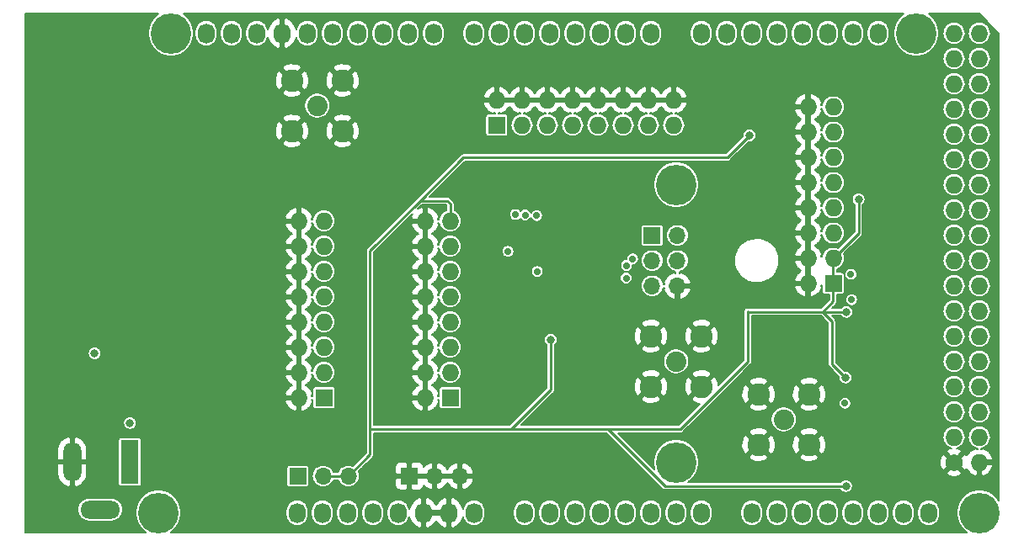
<source format=gbr>
%TF.GenerationSoftware,KiCad,Pcbnew,(5.1.2)-1*%
%TF.CreationDate,2020-09-11T17:40:02+02:00*%
%TF.ProjectId,ArduinoShield_SPIlinedriver_Sync_2V0,41726475-696e-46f5-9368-69656c645f53,3.1*%
%TF.SameCoordinates,Original*%
%TF.FileFunction,Copper,L3,Inr*%
%TF.FilePolarity,Positive*%
%FSLAX46Y46*%
G04 Gerber Fmt 4.6, Leading zero omitted, Abs format (unit mm)*
G04 Created by KiCad (PCBNEW (5.1.2)-1) date 2020-09-11 17:40:02*
%MOMM*%
%LPD*%
G04 APERTURE LIST*
%ADD10R,1.800000X4.400000*%
%ADD11O,1.800000X4.000000*%
%ADD12O,4.000000X1.800000*%
%ADD13C,1.727200*%
%ADD14O,1.727200X1.727200*%
%ADD15O,1.727200X2.032000*%
%ADD16C,4.064000*%
%ADD17R,1.700000X1.700000*%
%ADD18O,1.700000X1.700000*%
%ADD19C,2.050000*%
%ADD20C,2.250000*%
%ADD21R,1.727200X1.727200*%
%ADD22C,0.800000*%
%ADD23C,0.700000*%
%ADD24C,0.250000*%
%ADD25C,0.155000*%
G04 APERTURE END LIST*
D10*
X114503200Y-113995200D03*
D11*
X108703200Y-113995200D03*
D12*
X111503200Y-118795200D03*
D13*
X197358000Y-114046000D03*
D14*
X199898000Y-114046000D03*
X197358000Y-111506000D03*
X199898000Y-111506000D03*
X197358000Y-108966000D03*
X199898000Y-108966000D03*
X197358000Y-106426000D03*
X199898000Y-106426000D03*
X197358000Y-103886000D03*
X199898000Y-103886000D03*
X197358000Y-101346000D03*
X199898000Y-101346000D03*
X197358000Y-98806000D03*
X199898000Y-98806000D03*
X197358000Y-96266000D03*
X199898000Y-96266000D03*
X197358000Y-93726000D03*
X199898000Y-93726000D03*
X197358000Y-91186000D03*
X199898000Y-91186000D03*
X197358000Y-88646000D03*
X199898000Y-88646000D03*
X197358000Y-86106000D03*
X199898000Y-86106000D03*
X197358000Y-83566000D03*
X199898000Y-83566000D03*
X197358000Y-81026000D03*
X199898000Y-81026000D03*
X197358000Y-78486000D03*
X199898000Y-78486000D03*
X197358000Y-75946000D03*
X199898000Y-75946000D03*
X197358000Y-73406000D03*
X199898000Y-73406000D03*
X197358000Y-70866000D03*
X199898000Y-70866000D03*
D15*
X131318000Y-119126000D03*
X133858000Y-119126000D03*
X136398000Y-119126000D03*
X138938000Y-119126000D03*
X141478000Y-119126000D03*
X144018000Y-119126000D03*
X146558000Y-119126000D03*
X149098000Y-119126000D03*
X154178000Y-119126000D03*
X156718000Y-119126000D03*
X159258000Y-119126000D03*
X161798000Y-119126000D03*
X164338000Y-119126000D03*
X166878000Y-119126000D03*
X169418000Y-119126000D03*
X171958000Y-119126000D03*
X177038000Y-119126000D03*
X179578000Y-119126000D03*
X182118000Y-119126000D03*
X184658000Y-119126000D03*
X187198000Y-119126000D03*
X189738000Y-119126000D03*
X192278000Y-119126000D03*
X194818000Y-119126000D03*
X122174000Y-70866000D03*
X124714000Y-70866000D03*
X127254000Y-70866000D03*
X129794000Y-70866000D03*
X132334000Y-70866000D03*
X134874000Y-70866000D03*
X137414000Y-70866000D03*
X139954000Y-70866000D03*
X142494000Y-70866000D03*
X145034000Y-70866000D03*
X149098000Y-70866000D03*
X151638000Y-70866000D03*
X154178000Y-70866000D03*
X156718000Y-70866000D03*
X159258000Y-70866000D03*
X161798000Y-70866000D03*
X164338000Y-70866000D03*
X166878000Y-70866000D03*
X171958000Y-70866000D03*
X174498000Y-70866000D03*
X177038000Y-70866000D03*
X179578000Y-70866000D03*
X182118000Y-70866000D03*
X184658000Y-70866000D03*
X187198000Y-70866000D03*
X189738000Y-70866000D03*
D16*
X117348000Y-119126000D03*
X169418000Y-114046000D03*
X199898000Y-119126000D03*
X118618000Y-70866000D03*
X169418000Y-86106000D03*
X193548000Y-70866000D03*
D17*
X167005000Y-91211400D03*
D18*
X169545000Y-91211400D03*
X167005000Y-93751400D03*
X169545000Y-93751400D03*
X167005000Y-96291400D03*
X169545000Y-96291400D03*
D19*
X180238400Y-109728000D03*
D20*
X182778400Y-112268000D03*
X182778400Y-107188000D03*
X177698400Y-107188000D03*
X177698400Y-112268000D03*
X166878000Y-106426000D03*
X166878000Y-101346000D03*
X171958000Y-101346000D03*
X171958000Y-106426000D03*
D19*
X169418000Y-103886000D03*
D17*
X142608300Y-115430300D03*
D18*
X145148300Y-115430300D03*
X147688300Y-115430300D03*
X136461500Y-115430300D03*
X133921500Y-115430300D03*
D17*
X131381500Y-115430300D03*
D14*
X144170400Y-89763600D03*
X146710400Y-89763600D03*
X144170400Y-92303600D03*
X146710400Y-92303600D03*
X144170400Y-94843600D03*
X146710400Y-94843600D03*
X144170400Y-97383600D03*
X146710400Y-97383600D03*
X144170400Y-99923600D03*
X146710400Y-99923600D03*
X144170400Y-102463600D03*
X146710400Y-102463600D03*
X144170400Y-105003600D03*
X146710400Y-105003600D03*
X144170400Y-107543600D03*
D21*
X146710400Y-107543600D03*
X151384000Y-80111600D03*
D14*
X151384000Y-77571600D03*
X153924000Y-80111600D03*
X153924000Y-77571600D03*
X156464000Y-80111600D03*
X156464000Y-77571600D03*
X159004000Y-80111600D03*
X159004000Y-77571600D03*
X161544000Y-80111600D03*
X161544000Y-77571600D03*
X164084000Y-80111600D03*
X164084000Y-77571600D03*
X166624000Y-80111600D03*
X166624000Y-77571600D03*
X169164000Y-80111600D03*
X169164000Y-77571600D03*
D21*
X185216800Y-96050100D03*
D14*
X182676800Y-96050100D03*
X185216800Y-93510100D03*
X182676800Y-93510100D03*
X185216800Y-90970100D03*
X182676800Y-90970100D03*
X185216800Y-88430100D03*
X182676800Y-88430100D03*
X185216800Y-85890100D03*
X182676800Y-85890100D03*
X185216800Y-83350100D03*
X182676800Y-83350100D03*
X185216800Y-80810100D03*
X182676800Y-80810100D03*
X185216800Y-78270100D03*
X182676800Y-78270100D03*
X131470400Y-89763600D03*
X134010400Y-89763600D03*
X131470400Y-92303600D03*
X134010400Y-92303600D03*
X131470400Y-94843600D03*
X134010400Y-94843600D03*
X131470400Y-97383600D03*
X134010400Y-97383600D03*
X131470400Y-99923600D03*
X134010400Y-99923600D03*
X131470400Y-102463600D03*
X134010400Y-102463600D03*
X131470400Y-105003600D03*
X134010400Y-105003600D03*
X131470400Y-107543600D03*
D21*
X134010400Y-107543600D03*
D19*
X133337300Y-78155800D03*
D20*
X135877300Y-80695800D03*
X135877300Y-75615800D03*
X130797300Y-75615800D03*
X130797300Y-80695800D03*
D22*
X185267600Y-74460100D03*
X188823600Y-73710800D03*
X183083200Y-73710800D03*
X152755600Y-82042000D03*
X152755600Y-84582000D03*
X155194000Y-84582000D03*
X155194000Y-82042000D03*
X190652400Y-99872800D03*
X148640800Y-98602800D03*
X148234400Y-103327200D03*
X104902000Y-120294400D03*
X105422700Y-76987400D03*
X104851200Y-112268000D03*
X151384000Y-106172000D03*
X155346400Y-96875600D03*
X162966400Y-98399600D03*
X159816800Y-98907600D03*
X160731200Y-102057200D03*
X157886400Y-89001600D03*
X193548000Y-115265200D03*
X194106800Y-76098400D03*
X186994800Y-76555600D03*
X159004000Y-91948000D03*
X144170400Y-84023200D03*
X138633200Y-90068400D03*
X114211100Y-120294400D03*
X172542200Y-80391000D03*
X179222400Y-79349600D03*
X112903000Y-104521000D03*
X114173000Y-104521000D03*
X112903000Y-105521000D03*
X114173000Y-105521000D03*
X112903000Y-106521000D03*
X114173000Y-106521000D03*
D23*
X187058300Y-97675700D03*
X186983999Y-95124899D03*
X155448000Y-94843600D03*
X164421700Y-94234925D03*
X152501600Y-92825902D03*
D22*
X186486800Y-116433600D03*
X186537600Y-98907600D03*
X186436000Y-105511600D03*
X156819600Y-101701600D03*
X187756800Y-87579200D03*
X176771300Y-81165700D03*
D23*
X153263600Y-89103200D03*
X155397200Y-89204800D03*
X165049200Y-93573600D03*
X154228800Y-89154000D03*
X164388800Y-95504000D03*
X186385200Y-108102400D03*
D22*
X114503200Y-110083600D03*
X110947200Y-103073200D03*
D24*
X136220200Y-115443000D02*
X133832600Y-115443000D01*
X133832600Y-115443000D02*
X133807200Y-115468400D01*
X176631600Y-98907600D02*
X176587001Y-98863001D01*
X186436000Y-105511600D02*
X185064400Y-104140000D01*
X185064400Y-99822000D02*
X184150000Y-98907600D01*
X185064400Y-104140000D02*
X185064400Y-99822000D01*
X186537600Y-98907600D02*
X184150000Y-98907600D01*
X184150000Y-98907600D02*
X176631600Y-98907600D01*
X168317238Y-116433600D02*
X186486800Y-116433600D01*
X162576838Y-110693200D02*
X168317238Y-116433600D01*
X138633200Y-110693200D02*
X146862800Y-110693200D01*
X156819600Y-101904800D02*
X156819600Y-101701600D01*
X138633200Y-110693200D02*
X148031200Y-110693200D01*
X156819600Y-106730800D02*
X152857200Y-110693200D01*
X156819600Y-101701600D02*
X156819600Y-106730800D01*
X152857200Y-110693200D02*
X162576838Y-110693200D01*
X138633200Y-110693200D02*
X138633200Y-92760800D01*
X148031200Y-83362800D02*
X171856400Y-83362800D01*
X143662400Y-87731600D02*
X146405600Y-87731600D01*
X143662400Y-87731600D02*
X148031200Y-83362800D01*
X138633200Y-92760800D02*
X143662400Y-87731600D01*
X146405600Y-87731600D02*
X146710400Y-88036400D01*
X146710400Y-88036400D02*
X146710400Y-89865200D01*
X176631600Y-103898402D02*
X176631600Y-98907600D01*
X169836802Y-110693200D02*
X176631600Y-103898402D01*
X162576838Y-110693200D02*
X169836802Y-110693200D01*
X184150000Y-98907600D02*
X185204100Y-97853500D01*
X185204100Y-97853500D02*
X185204100Y-93472000D01*
X148031200Y-110693200D02*
X152857200Y-110693200D01*
X185216800Y-93510100D02*
X187756800Y-90970100D01*
X187756800Y-90970100D02*
X187756800Y-87579200D01*
X171856400Y-83362800D02*
X174574200Y-83362800D01*
X174574200Y-83362800D02*
X176771300Y-81165700D01*
X138633200Y-113258600D02*
X138633200Y-110693200D01*
X136461500Y-115430300D02*
X138633200Y-113258600D01*
D25*
G36*
X117145779Y-69072094D02*
G01*
X116824094Y-69393779D01*
X116571347Y-69772041D01*
X116397252Y-70192344D01*
X116308500Y-70638534D01*
X116308500Y-71093466D01*
X116397252Y-71539656D01*
X116571347Y-71959959D01*
X116824094Y-72338221D01*
X117145779Y-72659906D01*
X117524041Y-72912653D01*
X117944344Y-73086748D01*
X118390534Y-73175500D01*
X118845466Y-73175500D01*
X119291656Y-73086748D01*
X119711959Y-72912653D01*
X120090221Y-72659906D01*
X120411906Y-72338221D01*
X120664653Y-71959959D01*
X120838748Y-71539656D01*
X120927500Y-71093466D01*
X120927500Y-70657545D01*
X121032900Y-70657545D01*
X121032900Y-71074456D01*
X121049411Y-71242095D01*
X121114660Y-71457193D01*
X121220619Y-71655428D01*
X121363218Y-71829183D01*
X121536973Y-71971781D01*
X121735208Y-72077740D01*
X121950306Y-72142989D01*
X122174000Y-72165021D01*
X122397695Y-72142989D01*
X122612793Y-72077740D01*
X122811028Y-71971781D01*
X122984783Y-71829183D01*
X123127381Y-71655427D01*
X123233340Y-71457192D01*
X123298589Y-71242094D01*
X123315100Y-71074455D01*
X123315100Y-70657545D01*
X123572900Y-70657545D01*
X123572900Y-71074456D01*
X123589411Y-71242095D01*
X123654660Y-71457193D01*
X123760619Y-71655428D01*
X123903218Y-71829183D01*
X124076973Y-71971781D01*
X124275208Y-72077740D01*
X124490306Y-72142989D01*
X124714000Y-72165021D01*
X124937695Y-72142989D01*
X125152793Y-72077740D01*
X125351028Y-71971781D01*
X125524783Y-71829183D01*
X125667381Y-71655427D01*
X125773340Y-71457192D01*
X125838589Y-71242094D01*
X125855100Y-71074455D01*
X125855100Y-70657545D01*
X126112900Y-70657545D01*
X126112900Y-71074456D01*
X126129411Y-71242095D01*
X126194660Y-71457193D01*
X126300619Y-71655428D01*
X126443218Y-71829183D01*
X126616973Y-71971781D01*
X126815208Y-72077740D01*
X127030306Y-72142989D01*
X127254000Y-72165021D01*
X127477695Y-72142989D01*
X127692793Y-72077740D01*
X127891028Y-71971781D01*
X128064783Y-71829183D01*
X128207381Y-71655427D01*
X128313340Y-71457192D01*
X128369191Y-71273077D01*
X128444185Y-71542061D01*
X128572283Y-71795335D01*
X128747330Y-72018752D01*
X128962600Y-72203726D01*
X129209821Y-72343148D01*
X129394672Y-72411392D01*
X129617500Y-72309113D01*
X129617500Y-71042500D01*
X129597500Y-71042500D01*
X129597500Y-70689500D01*
X129617500Y-70689500D01*
X129617500Y-69422887D01*
X129970500Y-69422887D01*
X129970500Y-70689500D01*
X129990500Y-70689500D01*
X129990500Y-71042500D01*
X129970500Y-71042500D01*
X129970500Y-72309113D01*
X130193328Y-72411392D01*
X130378179Y-72343148D01*
X130625400Y-72203726D01*
X130840670Y-72018752D01*
X131015717Y-71795335D01*
X131143815Y-71542061D01*
X131218809Y-71273077D01*
X131274660Y-71457193D01*
X131380619Y-71655428D01*
X131523218Y-71829183D01*
X131696973Y-71971781D01*
X131895208Y-72077740D01*
X132110306Y-72142989D01*
X132334000Y-72165021D01*
X132557695Y-72142989D01*
X132772793Y-72077740D01*
X132971028Y-71971781D01*
X133144783Y-71829183D01*
X133287381Y-71655427D01*
X133393340Y-71457192D01*
X133458589Y-71242094D01*
X133475100Y-71074455D01*
X133475100Y-70657545D01*
X133732900Y-70657545D01*
X133732900Y-71074456D01*
X133749411Y-71242095D01*
X133814660Y-71457193D01*
X133920619Y-71655428D01*
X134063218Y-71829183D01*
X134236973Y-71971781D01*
X134435208Y-72077740D01*
X134650306Y-72142989D01*
X134874000Y-72165021D01*
X135097695Y-72142989D01*
X135312793Y-72077740D01*
X135511028Y-71971781D01*
X135684783Y-71829183D01*
X135827381Y-71655427D01*
X135933340Y-71457192D01*
X135998589Y-71242094D01*
X136015100Y-71074455D01*
X136015100Y-70657545D01*
X136272900Y-70657545D01*
X136272900Y-71074456D01*
X136289411Y-71242095D01*
X136354660Y-71457193D01*
X136460619Y-71655428D01*
X136603218Y-71829183D01*
X136776973Y-71971781D01*
X136975208Y-72077740D01*
X137190306Y-72142989D01*
X137414000Y-72165021D01*
X137637695Y-72142989D01*
X137852793Y-72077740D01*
X138051028Y-71971781D01*
X138224783Y-71829183D01*
X138367381Y-71655427D01*
X138473340Y-71457192D01*
X138538589Y-71242094D01*
X138555100Y-71074455D01*
X138555100Y-70657545D01*
X138812900Y-70657545D01*
X138812900Y-71074456D01*
X138829411Y-71242095D01*
X138894660Y-71457193D01*
X139000619Y-71655428D01*
X139143218Y-71829183D01*
X139316973Y-71971781D01*
X139515208Y-72077740D01*
X139730306Y-72142989D01*
X139954000Y-72165021D01*
X140177695Y-72142989D01*
X140392793Y-72077740D01*
X140591028Y-71971781D01*
X140764783Y-71829183D01*
X140907381Y-71655427D01*
X141013340Y-71457192D01*
X141078589Y-71242094D01*
X141095100Y-71074455D01*
X141095100Y-70657545D01*
X141352900Y-70657545D01*
X141352900Y-71074456D01*
X141369411Y-71242095D01*
X141434660Y-71457193D01*
X141540619Y-71655428D01*
X141683218Y-71829183D01*
X141856973Y-71971781D01*
X142055208Y-72077740D01*
X142270306Y-72142989D01*
X142494000Y-72165021D01*
X142717695Y-72142989D01*
X142932793Y-72077740D01*
X143131028Y-71971781D01*
X143304783Y-71829183D01*
X143447381Y-71655427D01*
X143553340Y-71457192D01*
X143618589Y-71242094D01*
X143635100Y-71074455D01*
X143635100Y-70657545D01*
X143892900Y-70657545D01*
X143892900Y-71074456D01*
X143909411Y-71242095D01*
X143974660Y-71457193D01*
X144080619Y-71655428D01*
X144223218Y-71829183D01*
X144396973Y-71971781D01*
X144595208Y-72077740D01*
X144810306Y-72142989D01*
X145034000Y-72165021D01*
X145257695Y-72142989D01*
X145472793Y-72077740D01*
X145671028Y-71971781D01*
X145844783Y-71829183D01*
X145987381Y-71655427D01*
X146093340Y-71457192D01*
X146158589Y-71242094D01*
X146175100Y-71074455D01*
X146175100Y-70657545D01*
X147956900Y-70657545D01*
X147956900Y-71074456D01*
X147973411Y-71242095D01*
X148038660Y-71457193D01*
X148144619Y-71655428D01*
X148287218Y-71829183D01*
X148460973Y-71971781D01*
X148659208Y-72077740D01*
X148874306Y-72142989D01*
X149098000Y-72165021D01*
X149321695Y-72142989D01*
X149536793Y-72077740D01*
X149735028Y-71971781D01*
X149908783Y-71829183D01*
X150051381Y-71655427D01*
X150157340Y-71457192D01*
X150222589Y-71242094D01*
X150239100Y-71074455D01*
X150239100Y-70657545D01*
X150496900Y-70657545D01*
X150496900Y-71074456D01*
X150513411Y-71242095D01*
X150578660Y-71457193D01*
X150684619Y-71655428D01*
X150827218Y-71829183D01*
X151000973Y-71971781D01*
X151199208Y-72077740D01*
X151414306Y-72142989D01*
X151638000Y-72165021D01*
X151861695Y-72142989D01*
X152076793Y-72077740D01*
X152275028Y-71971781D01*
X152448783Y-71829183D01*
X152591381Y-71655427D01*
X152697340Y-71457192D01*
X152762589Y-71242094D01*
X152779100Y-71074455D01*
X152779100Y-70657545D01*
X153036900Y-70657545D01*
X153036900Y-71074456D01*
X153053411Y-71242095D01*
X153118660Y-71457193D01*
X153224619Y-71655428D01*
X153367218Y-71829183D01*
X153540973Y-71971781D01*
X153739208Y-72077740D01*
X153954306Y-72142989D01*
X154178000Y-72165021D01*
X154401695Y-72142989D01*
X154616793Y-72077740D01*
X154815028Y-71971781D01*
X154988783Y-71829183D01*
X155131381Y-71655427D01*
X155237340Y-71457192D01*
X155302589Y-71242094D01*
X155319100Y-71074455D01*
X155319100Y-70657545D01*
X155576900Y-70657545D01*
X155576900Y-71074456D01*
X155593411Y-71242095D01*
X155658660Y-71457193D01*
X155764619Y-71655428D01*
X155907218Y-71829183D01*
X156080973Y-71971781D01*
X156279208Y-72077740D01*
X156494306Y-72142989D01*
X156718000Y-72165021D01*
X156941695Y-72142989D01*
X157156793Y-72077740D01*
X157355028Y-71971781D01*
X157528783Y-71829183D01*
X157671381Y-71655427D01*
X157777340Y-71457192D01*
X157842589Y-71242094D01*
X157859100Y-71074455D01*
X157859100Y-70657545D01*
X158116900Y-70657545D01*
X158116900Y-71074456D01*
X158133411Y-71242095D01*
X158198660Y-71457193D01*
X158304619Y-71655428D01*
X158447218Y-71829183D01*
X158620973Y-71971781D01*
X158819208Y-72077740D01*
X159034306Y-72142989D01*
X159258000Y-72165021D01*
X159481695Y-72142989D01*
X159696793Y-72077740D01*
X159895028Y-71971781D01*
X160068783Y-71829183D01*
X160211381Y-71655427D01*
X160317340Y-71457192D01*
X160382589Y-71242094D01*
X160399100Y-71074455D01*
X160399100Y-70657545D01*
X160656900Y-70657545D01*
X160656900Y-71074456D01*
X160673411Y-71242095D01*
X160738660Y-71457193D01*
X160844619Y-71655428D01*
X160987218Y-71829183D01*
X161160973Y-71971781D01*
X161359208Y-72077740D01*
X161574306Y-72142989D01*
X161798000Y-72165021D01*
X162021695Y-72142989D01*
X162236793Y-72077740D01*
X162435028Y-71971781D01*
X162608783Y-71829183D01*
X162751381Y-71655427D01*
X162857340Y-71457192D01*
X162922589Y-71242094D01*
X162939100Y-71074455D01*
X162939100Y-70657545D01*
X163196900Y-70657545D01*
X163196900Y-71074456D01*
X163213411Y-71242095D01*
X163278660Y-71457193D01*
X163384619Y-71655428D01*
X163527218Y-71829183D01*
X163700973Y-71971781D01*
X163899208Y-72077740D01*
X164114306Y-72142989D01*
X164338000Y-72165021D01*
X164561695Y-72142989D01*
X164776793Y-72077740D01*
X164975028Y-71971781D01*
X165148783Y-71829183D01*
X165291381Y-71655427D01*
X165397340Y-71457192D01*
X165462589Y-71242094D01*
X165479100Y-71074455D01*
X165479100Y-70657545D01*
X165736900Y-70657545D01*
X165736900Y-71074456D01*
X165753411Y-71242095D01*
X165818660Y-71457193D01*
X165924619Y-71655428D01*
X166067218Y-71829183D01*
X166240973Y-71971781D01*
X166439208Y-72077740D01*
X166654306Y-72142989D01*
X166878000Y-72165021D01*
X167101695Y-72142989D01*
X167316793Y-72077740D01*
X167515028Y-71971781D01*
X167688783Y-71829183D01*
X167831381Y-71655427D01*
X167937340Y-71457192D01*
X168002589Y-71242094D01*
X168019100Y-71074455D01*
X168019100Y-70657545D01*
X170816900Y-70657545D01*
X170816900Y-71074456D01*
X170833411Y-71242095D01*
X170898660Y-71457193D01*
X171004619Y-71655428D01*
X171147218Y-71829183D01*
X171320973Y-71971781D01*
X171519208Y-72077740D01*
X171734306Y-72142989D01*
X171958000Y-72165021D01*
X172181695Y-72142989D01*
X172396793Y-72077740D01*
X172595028Y-71971781D01*
X172768783Y-71829183D01*
X172911381Y-71655427D01*
X173017340Y-71457192D01*
X173082589Y-71242094D01*
X173099100Y-71074455D01*
X173099100Y-70657545D01*
X173356900Y-70657545D01*
X173356900Y-71074456D01*
X173373411Y-71242095D01*
X173438660Y-71457193D01*
X173544619Y-71655428D01*
X173687218Y-71829183D01*
X173860973Y-71971781D01*
X174059208Y-72077740D01*
X174274306Y-72142989D01*
X174498000Y-72165021D01*
X174721695Y-72142989D01*
X174936793Y-72077740D01*
X175135028Y-71971781D01*
X175308783Y-71829183D01*
X175451381Y-71655427D01*
X175557340Y-71457192D01*
X175622589Y-71242094D01*
X175639100Y-71074455D01*
X175639100Y-70657545D01*
X175896900Y-70657545D01*
X175896900Y-71074456D01*
X175913411Y-71242095D01*
X175978660Y-71457193D01*
X176084619Y-71655428D01*
X176227218Y-71829183D01*
X176400973Y-71971781D01*
X176599208Y-72077740D01*
X176814306Y-72142989D01*
X177038000Y-72165021D01*
X177261695Y-72142989D01*
X177476793Y-72077740D01*
X177675028Y-71971781D01*
X177848783Y-71829183D01*
X177991381Y-71655427D01*
X178097340Y-71457192D01*
X178162589Y-71242094D01*
X178179100Y-71074455D01*
X178179100Y-70657545D01*
X178436900Y-70657545D01*
X178436900Y-71074456D01*
X178453411Y-71242095D01*
X178518660Y-71457193D01*
X178624619Y-71655428D01*
X178767218Y-71829183D01*
X178940973Y-71971781D01*
X179139208Y-72077740D01*
X179354306Y-72142989D01*
X179578000Y-72165021D01*
X179801695Y-72142989D01*
X180016793Y-72077740D01*
X180215028Y-71971781D01*
X180388783Y-71829183D01*
X180531381Y-71655427D01*
X180637340Y-71457192D01*
X180702589Y-71242094D01*
X180719100Y-71074455D01*
X180719100Y-70657545D01*
X180976900Y-70657545D01*
X180976900Y-71074456D01*
X180993411Y-71242095D01*
X181058660Y-71457193D01*
X181164619Y-71655428D01*
X181307218Y-71829183D01*
X181480973Y-71971781D01*
X181679208Y-72077740D01*
X181894306Y-72142989D01*
X182118000Y-72165021D01*
X182341695Y-72142989D01*
X182556793Y-72077740D01*
X182755028Y-71971781D01*
X182928783Y-71829183D01*
X183071381Y-71655427D01*
X183177340Y-71457192D01*
X183242589Y-71242094D01*
X183259100Y-71074455D01*
X183259100Y-70657545D01*
X183516900Y-70657545D01*
X183516900Y-71074456D01*
X183533411Y-71242095D01*
X183598660Y-71457193D01*
X183704619Y-71655428D01*
X183847218Y-71829183D01*
X184020973Y-71971781D01*
X184219208Y-72077740D01*
X184434306Y-72142989D01*
X184658000Y-72165021D01*
X184881695Y-72142989D01*
X185096793Y-72077740D01*
X185295028Y-71971781D01*
X185468783Y-71829183D01*
X185611381Y-71655427D01*
X185717340Y-71457192D01*
X185782589Y-71242094D01*
X185799100Y-71074455D01*
X185799100Y-70657545D01*
X186056900Y-70657545D01*
X186056900Y-71074456D01*
X186073411Y-71242095D01*
X186138660Y-71457193D01*
X186244619Y-71655428D01*
X186387218Y-71829183D01*
X186560973Y-71971781D01*
X186759208Y-72077740D01*
X186974306Y-72142989D01*
X187198000Y-72165021D01*
X187421695Y-72142989D01*
X187636793Y-72077740D01*
X187835028Y-71971781D01*
X188008783Y-71829183D01*
X188151381Y-71655427D01*
X188257340Y-71457192D01*
X188322589Y-71242094D01*
X188339100Y-71074455D01*
X188339100Y-70657545D01*
X188596900Y-70657545D01*
X188596900Y-71074456D01*
X188613411Y-71242095D01*
X188678660Y-71457193D01*
X188784619Y-71655428D01*
X188927218Y-71829183D01*
X189100973Y-71971781D01*
X189299208Y-72077740D01*
X189514306Y-72142989D01*
X189738000Y-72165021D01*
X189961695Y-72142989D01*
X190176793Y-72077740D01*
X190375028Y-71971781D01*
X190548783Y-71829183D01*
X190691381Y-71655427D01*
X190797340Y-71457192D01*
X190862589Y-71242094D01*
X190879100Y-71074455D01*
X190879100Y-70657544D01*
X190862589Y-70489905D01*
X190797340Y-70274807D01*
X190691381Y-70076572D01*
X190548783Y-69902817D01*
X190375027Y-69760219D01*
X190176792Y-69654260D01*
X189961694Y-69589011D01*
X189738000Y-69566979D01*
X189514305Y-69589011D01*
X189299207Y-69654260D01*
X189100972Y-69760219D01*
X188927217Y-69902817D01*
X188784619Y-70076573D01*
X188678660Y-70274808D01*
X188613411Y-70489906D01*
X188596900Y-70657545D01*
X188339100Y-70657545D01*
X188339100Y-70657544D01*
X188322589Y-70489905D01*
X188257340Y-70274807D01*
X188151381Y-70076572D01*
X188008783Y-69902817D01*
X187835027Y-69760219D01*
X187636792Y-69654260D01*
X187421694Y-69589011D01*
X187198000Y-69566979D01*
X186974305Y-69589011D01*
X186759207Y-69654260D01*
X186560972Y-69760219D01*
X186387217Y-69902817D01*
X186244619Y-70076573D01*
X186138660Y-70274808D01*
X186073411Y-70489906D01*
X186056900Y-70657545D01*
X185799100Y-70657545D01*
X185799100Y-70657544D01*
X185782589Y-70489905D01*
X185717340Y-70274807D01*
X185611381Y-70076572D01*
X185468783Y-69902817D01*
X185295027Y-69760219D01*
X185096792Y-69654260D01*
X184881694Y-69589011D01*
X184658000Y-69566979D01*
X184434305Y-69589011D01*
X184219207Y-69654260D01*
X184020972Y-69760219D01*
X183847217Y-69902817D01*
X183704619Y-70076573D01*
X183598660Y-70274808D01*
X183533411Y-70489906D01*
X183516900Y-70657545D01*
X183259100Y-70657545D01*
X183259100Y-70657544D01*
X183242589Y-70489905D01*
X183177340Y-70274807D01*
X183071381Y-70076572D01*
X182928783Y-69902817D01*
X182755027Y-69760219D01*
X182556792Y-69654260D01*
X182341694Y-69589011D01*
X182118000Y-69566979D01*
X181894305Y-69589011D01*
X181679207Y-69654260D01*
X181480972Y-69760219D01*
X181307217Y-69902817D01*
X181164619Y-70076573D01*
X181058660Y-70274808D01*
X180993411Y-70489906D01*
X180976900Y-70657545D01*
X180719100Y-70657545D01*
X180719100Y-70657544D01*
X180702589Y-70489905D01*
X180637340Y-70274807D01*
X180531381Y-70076572D01*
X180388783Y-69902817D01*
X180215027Y-69760219D01*
X180016792Y-69654260D01*
X179801694Y-69589011D01*
X179578000Y-69566979D01*
X179354305Y-69589011D01*
X179139207Y-69654260D01*
X178940972Y-69760219D01*
X178767217Y-69902817D01*
X178624619Y-70076573D01*
X178518660Y-70274808D01*
X178453411Y-70489906D01*
X178436900Y-70657545D01*
X178179100Y-70657545D01*
X178179100Y-70657544D01*
X178162589Y-70489905D01*
X178097340Y-70274807D01*
X177991381Y-70076572D01*
X177848783Y-69902817D01*
X177675027Y-69760219D01*
X177476792Y-69654260D01*
X177261694Y-69589011D01*
X177038000Y-69566979D01*
X176814305Y-69589011D01*
X176599207Y-69654260D01*
X176400972Y-69760219D01*
X176227217Y-69902817D01*
X176084619Y-70076573D01*
X175978660Y-70274808D01*
X175913411Y-70489906D01*
X175896900Y-70657545D01*
X175639100Y-70657545D01*
X175639100Y-70657544D01*
X175622589Y-70489905D01*
X175557340Y-70274807D01*
X175451381Y-70076572D01*
X175308783Y-69902817D01*
X175135027Y-69760219D01*
X174936792Y-69654260D01*
X174721694Y-69589011D01*
X174498000Y-69566979D01*
X174274305Y-69589011D01*
X174059207Y-69654260D01*
X173860972Y-69760219D01*
X173687217Y-69902817D01*
X173544619Y-70076573D01*
X173438660Y-70274808D01*
X173373411Y-70489906D01*
X173356900Y-70657545D01*
X173099100Y-70657545D01*
X173099100Y-70657544D01*
X173082589Y-70489905D01*
X173017340Y-70274807D01*
X172911381Y-70076572D01*
X172768783Y-69902817D01*
X172595027Y-69760219D01*
X172396792Y-69654260D01*
X172181694Y-69589011D01*
X171958000Y-69566979D01*
X171734305Y-69589011D01*
X171519207Y-69654260D01*
X171320972Y-69760219D01*
X171147217Y-69902817D01*
X171004619Y-70076573D01*
X170898660Y-70274808D01*
X170833411Y-70489906D01*
X170816900Y-70657545D01*
X168019100Y-70657545D01*
X168019100Y-70657544D01*
X168002589Y-70489905D01*
X167937340Y-70274807D01*
X167831381Y-70076572D01*
X167688783Y-69902817D01*
X167515027Y-69760219D01*
X167316792Y-69654260D01*
X167101694Y-69589011D01*
X166878000Y-69566979D01*
X166654305Y-69589011D01*
X166439207Y-69654260D01*
X166240972Y-69760219D01*
X166067217Y-69902817D01*
X165924619Y-70076573D01*
X165818660Y-70274808D01*
X165753411Y-70489906D01*
X165736900Y-70657545D01*
X165479100Y-70657545D01*
X165479100Y-70657544D01*
X165462589Y-70489905D01*
X165397340Y-70274807D01*
X165291381Y-70076572D01*
X165148783Y-69902817D01*
X164975027Y-69760219D01*
X164776792Y-69654260D01*
X164561694Y-69589011D01*
X164338000Y-69566979D01*
X164114305Y-69589011D01*
X163899207Y-69654260D01*
X163700972Y-69760219D01*
X163527217Y-69902817D01*
X163384619Y-70076573D01*
X163278660Y-70274808D01*
X163213411Y-70489906D01*
X163196900Y-70657545D01*
X162939100Y-70657545D01*
X162939100Y-70657544D01*
X162922589Y-70489905D01*
X162857340Y-70274807D01*
X162751381Y-70076572D01*
X162608783Y-69902817D01*
X162435027Y-69760219D01*
X162236792Y-69654260D01*
X162021694Y-69589011D01*
X161798000Y-69566979D01*
X161574305Y-69589011D01*
X161359207Y-69654260D01*
X161160972Y-69760219D01*
X160987217Y-69902817D01*
X160844619Y-70076573D01*
X160738660Y-70274808D01*
X160673411Y-70489906D01*
X160656900Y-70657545D01*
X160399100Y-70657545D01*
X160399100Y-70657544D01*
X160382589Y-70489905D01*
X160317340Y-70274807D01*
X160211381Y-70076572D01*
X160068783Y-69902817D01*
X159895027Y-69760219D01*
X159696792Y-69654260D01*
X159481694Y-69589011D01*
X159258000Y-69566979D01*
X159034305Y-69589011D01*
X158819207Y-69654260D01*
X158620972Y-69760219D01*
X158447217Y-69902817D01*
X158304619Y-70076573D01*
X158198660Y-70274808D01*
X158133411Y-70489906D01*
X158116900Y-70657545D01*
X157859100Y-70657545D01*
X157859100Y-70657544D01*
X157842589Y-70489905D01*
X157777340Y-70274807D01*
X157671381Y-70076572D01*
X157528783Y-69902817D01*
X157355027Y-69760219D01*
X157156792Y-69654260D01*
X156941694Y-69589011D01*
X156718000Y-69566979D01*
X156494305Y-69589011D01*
X156279207Y-69654260D01*
X156080972Y-69760219D01*
X155907217Y-69902817D01*
X155764619Y-70076573D01*
X155658660Y-70274808D01*
X155593411Y-70489906D01*
X155576900Y-70657545D01*
X155319100Y-70657545D01*
X155319100Y-70657544D01*
X155302589Y-70489905D01*
X155237340Y-70274807D01*
X155131381Y-70076572D01*
X154988783Y-69902817D01*
X154815027Y-69760219D01*
X154616792Y-69654260D01*
X154401694Y-69589011D01*
X154178000Y-69566979D01*
X153954305Y-69589011D01*
X153739207Y-69654260D01*
X153540972Y-69760219D01*
X153367217Y-69902817D01*
X153224619Y-70076573D01*
X153118660Y-70274808D01*
X153053411Y-70489906D01*
X153036900Y-70657545D01*
X152779100Y-70657545D01*
X152779100Y-70657544D01*
X152762589Y-70489905D01*
X152697340Y-70274807D01*
X152591381Y-70076572D01*
X152448783Y-69902817D01*
X152275027Y-69760219D01*
X152076792Y-69654260D01*
X151861694Y-69589011D01*
X151638000Y-69566979D01*
X151414305Y-69589011D01*
X151199207Y-69654260D01*
X151000972Y-69760219D01*
X150827217Y-69902817D01*
X150684619Y-70076573D01*
X150578660Y-70274808D01*
X150513411Y-70489906D01*
X150496900Y-70657545D01*
X150239100Y-70657545D01*
X150239100Y-70657544D01*
X150222589Y-70489905D01*
X150157340Y-70274807D01*
X150051381Y-70076572D01*
X149908783Y-69902817D01*
X149735027Y-69760219D01*
X149536792Y-69654260D01*
X149321694Y-69589011D01*
X149098000Y-69566979D01*
X148874305Y-69589011D01*
X148659207Y-69654260D01*
X148460972Y-69760219D01*
X148287217Y-69902817D01*
X148144619Y-70076573D01*
X148038660Y-70274808D01*
X147973411Y-70489906D01*
X147956900Y-70657545D01*
X146175100Y-70657545D01*
X146175100Y-70657544D01*
X146158589Y-70489905D01*
X146093340Y-70274807D01*
X145987381Y-70076572D01*
X145844783Y-69902817D01*
X145671027Y-69760219D01*
X145472792Y-69654260D01*
X145257694Y-69589011D01*
X145034000Y-69566979D01*
X144810305Y-69589011D01*
X144595207Y-69654260D01*
X144396972Y-69760219D01*
X144223217Y-69902817D01*
X144080619Y-70076573D01*
X143974660Y-70274808D01*
X143909411Y-70489906D01*
X143892900Y-70657545D01*
X143635100Y-70657545D01*
X143635100Y-70657544D01*
X143618589Y-70489905D01*
X143553340Y-70274807D01*
X143447381Y-70076572D01*
X143304783Y-69902817D01*
X143131027Y-69760219D01*
X142932792Y-69654260D01*
X142717694Y-69589011D01*
X142494000Y-69566979D01*
X142270305Y-69589011D01*
X142055207Y-69654260D01*
X141856972Y-69760219D01*
X141683217Y-69902817D01*
X141540619Y-70076573D01*
X141434660Y-70274808D01*
X141369411Y-70489906D01*
X141352900Y-70657545D01*
X141095100Y-70657545D01*
X141095100Y-70657544D01*
X141078589Y-70489905D01*
X141013340Y-70274807D01*
X140907381Y-70076572D01*
X140764783Y-69902817D01*
X140591027Y-69760219D01*
X140392792Y-69654260D01*
X140177694Y-69589011D01*
X139954000Y-69566979D01*
X139730305Y-69589011D01*
X139515207Y-69654260D01*
X139316972Y-69760219D01*
X139143217Y-69902817D01*
X139000619Y-70076573D01*
X138894660Y-70274808D01*
X138829411Y-70489906D01*
X138812900Y-70657545D01*
X138555100Y-70657545D01*
X138555100Y-70657544D01*
X138538589Y-70489905D01*
X138473340Y-70274807D01*
X138367381Y-70076572D01*
X138224783Y-69902817D01*
X138051027Y-69760219D01*
X137852792Y-69654260D01*
X137637694Y-69589011D01*
X137414000Y-69566979D01*
X137190305Y-69589011D01*
X136975207Y-69654260D01*
X136776972Y-69760219D01*
X136603217Y-69902817D01*
X136460619Y-70076573D01*
X136354660Y-70274808D01*
X136289411Y-70489906D01*
X136272900Y-70657545D01*
X136015100Y-70657545D01*
X136015100Y-70657544D01*
X135998589Y-70489905D01*
X135933340Y-70274807D01*
X135827381Y-70076572D01*
X135684783Y-69902817D01*
X135511027Y-69760219D01*
X135312792Y-69654260D01*
X135097694Y-69589011D01*
X134874000Y-69566979D01*
X134650305Y-69589011D01*
X134435207Y-69654260D01*
X134236972Y-69760219D01*
X134063217Y-69902817D01*
X133920619Y-70076573D01*
X133814660Y-70274808D01*
X133749411Y-70489906D01*
X133732900Y-70657545D01*
X133475100Y-70657545D01*
X133475100Y-70657544D01*
X133458589Y-70489905D01*
X133393340Y-70274807D01*
X133287381Y-70076572D01*
X133144783Y-69902817D01*
X132971027Y-69760219D01*
X132772792Y-69654260D01*
X132557694Y-69589011D01*
X132334000Y-69566979D01*
X132110305Y-69589011D01*
X131895207Y-69654260D01*
X131696972Y-69760219D01*
X131523217Y-69902817D01*
X131380619Y-70076573D01*
X131274660Y-70274808D01*
X131218809Y-70458923D01*
X131143815Y-70189939D01*
X131015717Y-69936665D01*
X130840670Y-69713248D01*
X130625400Y-69528274D01*
X130378179Y-69388852D01*
X130193328Y-69320608D01*
X129970500Y-69422887D01*
X129617500Y-69422887D01*
X129394672Y-69320608D01*
X129209821Y-69388852D01*
X128962600Y-69528274D01*
X128747330Y-69713248D01*
X128572283Y-69936665D01*
X128444185Y-70189939D01*
X128369191Y-70458923D01*
X128313340Y-70274807D01*
X128207381Y-70076572D01*
X128064783Y-69902817D01*
X127891027Y-69760219D01*
X127692792Y-69654260D01*
X127477694Y-69589011D01*
X127254000Y-69566979D01*
X127030305Y-69589011D01*
X126815207Y-69654260D01*
X126616972Y-69760219D01*
X126443217Y-69902817D01*
X126300619Y-70076573D01*
X126194660Y-70274808D01*
X126129411Y-70489906D01*
X126112900Y-70657545D01*
X125855100Y-70657545D01*
X125855100Y-70657544D01*
X125838589Y-70489905D01*
X125773340Y-70274807D01*
X125667381Y-70076572D01*
X125524783Y-69902817D01*
X125351027Y-69760219D01*
X125152792Y-69654260D01*
X124937694Y-69589011D01*
X124714000Y-69566979D01*
X124490305Y-69589011D01*
X124275207Y-69654260D01*
X124076972Y-69760219D01*
X123903217Y-69902817D01*
X123760619Y-70076573D01*
X123654660Y-70274808D01*
X123589411Y-70489906D01*
X123572900Y-70657545D01*
X123315100Y-70657545D01*
X123315100Y-70657544D01*
X123298589Y-70489905D01*
X123233340Y-70274807D01*
X123127381Y-70076572D01*
X122984783Y-69902817D01*
X122811027Y-69760219D01*
X122612792Y-69654260D01*
X122397694Y-69589011D01*
X122174000Y-69566979D01*
X121950305Y-69589011D01*
X121735207Y-69654260D01*
X121536972Y-69760219D01*
X121363217Y-69902817D01*
X121220619Y-70076573D01*
X121114660Y-70274808D01*
X121049411Y-70489906D01*
X121032900Y-70657545D01*
X120927500Y-70657545D01*
X120927500Y-70638534D01*
X120838748Y-70192344D01*
X120664653Y-69772041D01*
X120411906Y-69393779D01*
X120090221Y-69072094D01*
X119849875Y-68911500D01*
X192316125Y-68911500D01*
X192075779Y-69072094D01*
X191754094Y-69393779D01*
X191501347Y-69772041D01*
X191327252Y-70192344D01*
X191238500Y-70638534D01*
X191238500Y-71093466D01*
X191327252Y-71539656D01*
X191501347Y-71959959D01*
X191754094Y-72338221D01*
X192075779Y-72659906D01*
X192454041Y-72912653D01*
X192874344Y-73086748D01*
X193320534Y-73175500D01*
X193775466Y-73175500D01*
X194221656Y-73086748D01*
X194641959Y-72912653D01*
X195020221Y-72659906D01*
X195341906Y-72338221D01*
X195594653Y-71959959D01*
X195768748Y-71539656D01*
X195857500Y-71093466D01*
X195857500Y-70866000D01*
X196211379Y-70866000D01*
X196233411Y-71089695D01*
X196298660Y-71304793D01*
X196404619Y-71503028D01*
X196547217Y-71676783D01*
X196720972Y-71819381D01*
X196919207Y-71925340D01*
X197134305Y-71990589D01*
X197301944Y-72007100D01*
X197414056Y-72007100D01*
X197581695Y-71990589D01*
X197796793Y-71925340D01*
X197995028Y-71819381D01*
X198168783Y-71676783D01*
X198311381Y-71503028D01*
X198417340Y-71304793D01*
X198482589Y-71089695D01*
X198504621Y-70866000D01*
X198751379Y-70866000D01*
X198773411Y-71089695D01*
X198838660Y-71304793D01*
X198944619Y-71503028D01*
X199087217Y-71676783D01*
X199260972Y-71819381D01*
X199459207Y-71925340D01*
X199674305Y-71990589D01*
X199841944Y-72007100D01*
X199954056Y-72007100D01*
X200121695Y-71990589D01*
X200336793Y-71925340D01*
X200535028Y-71819381D01*
X200708783Y-71676783D01*
X200851381Y-71503028D01*
X200957340Y-71304793D01*
X201022589Y-71089695D01*
X201044621Y-70866000D01*
X201022589Y-70642305D01*
X200957340Y-70427207D01*
X200851381Y-70228972D01*
X200708783Y-70055217D01*
X200535028Y-69912619D01*
X200336793Y-69806660D01*
X200121695Y-69741411D01*
X199954056Y-69724900D01*
X199841944Y-69724900D01*
X199674305Y-69741411D01*
X199459207Y-69806660D01*
X199260972Y-69912619D01*
X199087217Y-70055217D01*
X198944619Y-70228972D01*
X198838660Y-70427207D01*
X198773411Y-70642305D01*
X198751379Y-70866000D01*
X198504621Y-70866000D01*
X198482589Y-70642305D01*
X198417340Y-70427207D01*
X198311381Y-70228972D01*
X198168783Y-70055217D01*
X197995028Y-69912619D01*
X197796793Y-69806660D01*
X197581695Y-69741411D01*
X197414056Y-69724900D01*
X197301944Y-69724900D01*
X197134305Y-69741411D01*
X196919207Y-69806660D01*
X196720972Y-69912619D01*
X196547217Y-70055217D01*
X196404619Y-70228972D01*
X196298660Y-70427207D01*
X196233411Y-70642305D01*
X196211379Y-70866000D01*
X195857500Y-70866000D01*
X195857500Y-70638534D01*
X195768748Y-70192344D01*
X195594653Y-69772041D01*
X195341906Y-69393779D01*
X195020221Y-69072094D01*
X194779875Y-68911500D01*
X199865898Y-68911500D01*
X201852500Y-70898102D01*
X201852500Y-117894125D01*
X201691906Y-117653779D01*
X201370221Y-117332094D01*
X200991959Y-117079347D01*
X200571656Y-116905252D01*
X200125466Y-116816500D01*
X199670534Y-116816500D01*
X199224344Y-116905252D01*
X198804041Y-117079347D01*
X198425779Y-117332094D01*
X198104094Y-117653779D01*
X197851347Y-118032041D01*
X197677252Y-118452344D01*
X197588500Y-118898534D01*
X197588500Y-119353466D01*
X197677252Y-119799656D01*
X197851347Y-120219959D01*
X198104094Y-120598221D01*
X198425779Y-120919906D01*
X198666125Y-121080500D01*
X118579875Y-121080500D01*
X118820221Y-120919906D01*
X119141906Y-120598221D01*
X119394653Y-120219959D01*
X119568748Y-119799656D01*
X119657500Y-119353466D01*
X119657500Y-118917545D01*
X130176900Y-118917545D01*
X130176900Y-119334456D01*
X130193411Y-119502095D01*
X130258660Y-119717193D01*
X130364619Y-119915428D01*
X130507218Y-120089183D01*
X130680973Y-120231781D01*
X130879208Y-120337740D01*
X131094306Y-120402989D01*
X131318000Y-120425021D01*
X131541695Y-120402989D01*
X131756793Y-120337740D01*
X131955028Y-120231781D01*
X132128783Y-120089183D01*
X132271381Y-119915427D01*
X132377340Y-119717192D01*
X132442589Y-119502094D01*
X132459100Y-119334455D01*
X132459100Y-118917545D01*
X132716900Y-118917545D01*
X132716900Y-119334456D01*
X132733411Y-119502095D01*
X132798660Y-119717193D01*
X132904619Y-119915428D01*
X133047218Y-120089183D01*
X133220973Y-120231781D01*
X133419208Y-120337740D01*
X133634306Y-120402989D01*
X133858000Y-120425021D01*
X134081695Y-120402989D01*
X134296793Y-120337740D01*
X134495028Y-120231781D01*
X134668783Y-120089183D01*
X134811381Y-119915427D01*
X134917340Y-119717192D01*
X134982589Y-119502094D01*
X134999100Y-119334455D01*
X134999100Y-118917545D01*
X135256900Y-118917545D01*
X135256900Y-119334456D01*
X135273411Y-119502095D01*
X135338660Y-119717193D01*
X135444619Y-119915428D01*
X135587218Y-120089183D01*
X135760973Y-120231781D01*
X135959208Y-120337740D01*
X136174306Y-120402989D01*
X136398000Y-120425021D01*
X136621695Y-120402989D01*
X136836793Y-120337740D01*
X137035028Y-120231781D01*
X137208783Y-120089183D01*
X137351381Y-119915427D01*
X137457340Y-119717192D01*
X137522589Y-119502094D01*
X137539100Y-119334455D01*
X137539100Y-118917545D01*
X137796900Y-118917545D01*
X137796900Y-119334456D01*
X137813411Y-119502095D01*
X137878660Y-119717193D01*
X137984619Y-119915428D01*
X138127218Y-120089183D01*
X138300973Y-120231781D01*
X138499208Y-120337740D01*
X138714306Y-120402989D01*
X138938000Y-120425021D01*
X139161695Y-120402989D01*
X139376793Y-120337740D01*
X139575028Y-120231781D01*
X139748783Y-120089183D01*
X139891381Y-119915427D01*
X139997340Y-119717192D01*
X140062589Y-119502094D01*
X140079100Y-119334455D01*
X140079100Y-118917545D01*
X140336900Y-118917545D01*
X140336900Y-119334456D01*
X140353411Y-119502095D01*
X140418660Y-119717193D01*
X140524619Y-119915428D01*
X140667218Y-120089183D01*
X140840973Y-120231781D01*
X141039208Y-120337740D01*
X141254306Y-120402989D01*
X141478000Y-120425021D01*
X141701695Y-120402989D01*
X141916793Y-120337740D01*
X142115028Y-120231781D01*
X142288783Y-120089183D01*
X142431381Y-119915427D01*
X142537340Y-119717192D01*
X142593191Y-119533077D01*
X142668185Y-119802061D01*
X142796283Y-120055335D01*
X142971330Y-120278752D01*
X143186600Y-120463726D01*
X143433821Y-120603148D01*
X143618672Y-120671392D01*
X143841500Y-120569113D01*
X143841500Y-119302500D01*
X144194500Y-119302500D01*
X144194500Y-120569113D01*
X144417328Y-120671392D01*
X144602179Y-120603148D01*
X144849400Y-120463726D01*
X145064670Y-120278752D01*
X145239717Y-120055335D01*
X145288000Y-119959870D01*
X145336283Y-120055335D01*
X145511330Y-120278752D01*
X145726600Y-120463726D01*
X145973821Y-120603148D01*
X146158672Y-120671392D01*
X146381500Y-120569113D01*
X146381500Y-119302500D01*
X144194500Y-119302500D01*
X143841500Y-119302500D01*
X143821500Y-119302500D01*
X143821500Y-118949500D01*
X143841500Y-118949500D01*
X143841500Y-117682887D01*
X144194500Y-117682887D01*
X144194500Y-118949500D01*
X146381500Y-118949500D01*
X146381500Y-117682887D01*
X146734500Y-117682887D01*
X146734500Y-118949500D01*
X146754500Y-118949500D01*
X146754500Y-119302500D01*
X146734500Y-119302500D01*
X146734500Y-120569113D01*
X146957328Y-120671392D01*
X147142179Y-120603148D01*
X147389400Y-120463726D01*
X147604670Y-120278752D01*
X147779717Y-120055335D01*
X147907815Y-119802061D01*
X147982809Y-119533077D01*
X148038660Y-119717193D01*
X148144619Y-119915428D01*
X148287218Y-120089183D01*
X148460973Y-120231781D01*
X148659208Y-120337740D01*
X148874306Y-120402989D01*
X149098000Y-120425021D01*
X149321695Y-120402989D01*
X149536793Y-120337740D01*
X149735028Y-120231781D01*
X149908783Y-120089183D01*
X150051381Y-119915427D01*
X150157340Y-119717192D01*
X150222589Y-119502094D01*
X150239100Y-119334455D01*
X150239100Y-118917545D01*
X153036900Y-118917545D01*
X153036900Y-119334456D01*
X153053411Y-119502095D01*
X153118660Y-119717193D01*
X153224619Y-119915428D01*
X153367218Y-120089183D01*
X153540973Y-120231781D01*
X153739208Y-120337740D01*
X153954306Y-120402989D01*
X154178000Y-120425021D01*
X154401695Y-120402989D01*
X154616793Y-120337740D01*
X154815028Y-120231781D01*
X154988783Y-120089183D01*
X155131381Y-119915427D01*
X155237340Y-119717192D01*
X155302589Y-119502094D01*
X155319100Y-119334455D01*
X155319100Y-118917545D01*
X155576900Y-118917545D01*
X155576900Y-119334456D01*
X155593411Y-119502095D01*
X155658660Y-119717193D01*
X155764619Y-119915428D01*
X155907218Y-120089183D01*
X156080973Y-120231781D01*
X156279208Y-120337740D01*
X156494306Y-120402989D01*
X156718000Y-120425021D01*
X156941695Y-120402989D01*
X157156793Y-120337740D01*
X157355028Y-120231781D01*
X157528783Y-120089183D01*
X157671381Y-119915427D01*
X157777340Y-119717192D01*
X157842589Y-119502094D01*
X157859100Y-119334455D01*
X157859100Y-118917545D01*
X158116900Y-118917545D01*
X158116900Y-119334456D01*
X158133411Y-119502095D01*
X158198660Y-119717193D01*
X158304619Y-119915428D01*
X158447218Y-120089183D01*
X158620973Y-120231781D01*
X158819208Y-120337740D01*
X159034306Y-120402989D01*
X159258000Y-120425021D01*
X159481695Y-120402989D01*
X159696793Y-120337740D01*
X159895028Y-120231781D01*
X160068783Y-120089183D01*
X160211381Y-119915427D01*
X160317340Y-119717192D01*
X160382589Y-119502094D01*
X160399100Y-119334455D01*
X160399100Y-118917545D01*
X160656900Y-118917545D01*
X160656900Y-119334456D01*
X160673411Y-119502095D01*
X160738660Y-119717193D01*
X160844619Y-119915428D01*
X160987218Y-120089183D01*
X161160973Y-120231781D01*
X161359208Y-120337740D01*
X161574306Y-120402989D01*
X161798000Y-120425021D01*
X162021695Y-120402989D01*
X162236793Y-120337740D01*
X162435028Y-120231781D01*
X162608783Y-120089183D01*
X162751381Y-119915427D01*
X162857340Y-119717192D01*
X162922589Y-119502094D01*
X162939100Y-119334455D01*
X162939100Y-118917545D01*
X163196900Y-118917545D01*
X163196900Y-119334456D01*
X163213411Y-119502095D01*
X163278660Y-119717193D01*
X163384619Y-119915428D01*
X163527218Y-120089183D01*
X163700973Y-120231781D01*
X163899208Y-120337740D01*
X164114306Y-120402989D01*
X164338000Y-120425021D01*
X164561695Y-120402989D01*
X164776793Y-120337740D01*
X164975028Y-120231781D01*
X165148783Y-120089183D01*
X165291381Y-119915427D01*
X165397340Y-119717192D01*
X165462589Y-119502094D01*
X165479100Y-119334455D01*
X165479100Y-118917545D01*
X165736900Y-118917545D01*
X165736900Y-119334456D01*
X165753411Y-119502095D01*
X165818660Y-119717193D01*
X165924619Y-119915428D01*
X166067218Y-120089183D01*
X166240973Y-120231781D01*
X166439208Y-120337740D01*
X166654306Y-120402989D01*
X166878000Y-120425021D01*
X167101695Y-120402989D01*
X167316793Y-120337740D01*
X167515028Y-120231781D01*
X167688783Y-120089183D01*
X167831381Y-119915427D01*
X167937340Y-119717192D01*
X168002589Y-119502094D01*
X168019100Y-119334455D01*
X168019100Y-118917545D01*
X168276900Y-118917545D01*
X168276900Y-119334456D01*
X168293411Y-119502095D01*
X168358660Y-119717193D01*
X168464619Y-119915428D01*
X168607218Y-120089183D01*
X168780973Y-120231781D01*
X168979208Y-120337740D01*
X169194306Y-120402989D01*
X169418000Y-120425021D01*
X169641695Y-120402989D01*
X169856793Y-120337740D01*
X170055028Y-120231781D01*
X170228783Y-120089183D01*
X170371381Y-119915427D01*
X170477340Y-119717192D01*
X170542589Y-119502094D01*
X170559100Y-119334455D01*
X170559100Y-118917545D01*
X170816900Y-118917545D01*
X170816900Y-119334456D01*
X170833411Y-119502095D01*
X170898660Y-119717193D01*
X171004619Y-119915428D01*
X171147218Y-120089183D01*
X171320973Y-120231781D01*
X171519208Y-120337740D01*
X171734306Y-120402989D01*
X171958000Y-120425021D01*
X172181695Y-120402989D01*
X172396793Y-120337740D01*
X172595028Y-120231781D01*
X172768783Y-120089183D01*
X172911381Y-119915427D01*
X173017340Y-119717192D01*
X173082589Y-119502094D01*
X173099100Y-119334455D01*
X173099100Y-118917545D01*
X175896900Y-118917545D01*
X175896900Y-119334456D01*
X175913411Y-119502095D01*
X175978660Y-119717193D01*
X176084619Y-119915428D01*
X176227218Y-120089183D01*
X176400973Y-120231781D01*
X176599208Y-120337740D01*
X176814306Y-120402989D01*
X177038000Y-120425021D01*
X177261695Y-120402989D01*
X177476793Y-120337740D01*
X177675028Y-120231781D01*
X177848783Y-120089183D01*
X177991381Y-119915427D01*
X178097340Y-119717192D01*
X178162589Y-119502094D01*
X178179100Y-119334455D01*
X178179100Y-118917545D01*
X178436900Y-118917545D01*
X178436900Y-119334456D01*
X178453411Y-119502095D01*
X178518660Y-119717193D01*
X178624619Y-119915428D01*
X178767218Y-120089183D01*
X178940973Y-120231781D01*
X179139208Y-120337740D01*
X179354306Y-120402989D01*
X179578000Y-120425021D01*
X179801695Y-120402989D01*
X180016793Y-120337740D01*
X180215028Y-120231781D01*
X180388783Y-120089183D01*
X180531381Y-119915427D01*
X180637340Y-119717192D01*
X180702589Y-119502094D01*
X180719100Y-119334455D01*
X180719100Y-118917545D01*
X180976900Y-118917545D01*
X180976900Y-119334456D01*
X180993411Y-119502095D01*
X181058660Y-119717193D01*
X181164619Y-119915428D01*
X181307218Y-120089183D01*
X181480973Y-120231781D01*
X181679208Y-120337740D01*
X181894306Y-120402989D01*
X182118000Y-120425021D01*
X182341695Y-120402989D01*
X182556793Y-120337740D01*
X182755028Y-120231781D01*
X182928783Y-120089183D01*
X183071381Y-119915427D01*
X183177340Y-119717192D01*
X183242589Y-119502094D01*
X183259100Y-119334455D01*
X183259100Y-118917545D01*
X183516900Y-118917545D01*
X183516900Y-119334456D01*
X183533411Y-119502095D01*
X183598660Y-119717193D01*
X183704619Y-119915428D01*
X183847218Y-120089183D01*
X184020973Y-120231781D01*
X184219208Y-120337740D01*
X184434306Y-120402989D01*
X184658000Y-120425021D01*
X184881695Y-120402989D01*
X185096793Y-120337740D01*
X185295028Y-120231781D01*
X185468783Y-120089183D01*
X185611381Y-119915427D01*
X185717340Y-119717192D01*
X185782589Y-119502094D01*
X185799100Y-119334455D01*
X185799100Y-118917545D01*
X186056900Y-118917545D01*
X186056900Y-119334456D01*
X186073411Y-119502095D01*
X186138660Y-119717193D01*
X186244619Y-119915428D01*
X186387218Y-120089183D01*
X186560973Y-120231781D01*
X186759208Y-120337740D01*
X186974306Y-120402989D01*
X187198000Y-120425021D01*
X187421695Y-120402989D01*
X187636793Y-120337740D01*
X187835028Y-120231781D01*
X188008783Y-120089183D01*
X188151381Y-119915427D01*
X188257340Y-119717192D01*
X188322589Y-119502094D01*
X188339100Y-119334455D01*
X188339100Y-118917545D01*
X188596900Y-118917545D01*
X188596900Y-119334456D01*
X188613411Y-119502095D01*
X188678660Y-119717193D01*
X188784619Y-119915428D01*
X188927218Y-120089183D01*
X189100973Y-120231781D01*
X189299208Y-120337740D01*
X189514306Y-120402989D01*
X189738000Y-120425021D01*
X189961695Y-120402989D01*
X190176793Y-120337740D01*
X190375028Y-120231781D01*
X190548783Y-120089183D01*
X190691381Y-119915427D01*
X190797340Y-119717192D01*
X190862589Y-119502094D01*
X190879100Y-119334455D01*
X190879100Y-118917545D01*
X191136900Y-118917545D01*
X191136900Y-119334456D01*
X191153411Y-119502095D01*
X191218660Y-119717193D01*
X191324619Y-119915428D01*
X191467218Y-120089183D01*
X191640973Y-120231781D01*
X191839208Y-120337740D01*
X192054306Y-120402989D01*
X192278000Y-120425021D01*
X192501695Y-120402989D01*
X192716793Y-120337740D01*
X192915028Y-120231781D01*
X193088783Y-120089183D01*
X193231381Y-119915427D01*
X193337340Y-119717192D01*
X193402589Y-119502094D01*
X193419100Y-119334455D01*
X193419100Y-118917545D01*
X193676900Y-118917545D01*
X193676900Y-119334456D01*
X193693411Y-119502095D01*
X193758660Y-119717193D01*
X193864619Y-119915428D01*
X194007218Y-120089183D01*
X194180973Y-120231781D01*
X194379208Y-120337740D01*
X194594306Y-120402989D01*
X194818000Y-120425021D01*
X195041695Y-120402989D01*
X195256793Y-120337740D01*
X195455028Y-120231781D01*
X195628783Y-120089183D01*
X195771381Y-119915427D01*
X195877340Y-119717192D01*
X195942589Y-119502094D01*
X195959100Y-119334455D01*
X195959100Y-118917544D01*
X195942589Y-118749905D01*
X195877340Y-118534807D01*
X195771381Y-118336572D01*
X195628783Y-118162817D01*
X195455027Y-118020219D01*
X195256792Y-117914260D01*
X195041694Y-117849011D01*
X194818000Y-117826979D01*
X194594305Y-117849011D01*
X194379207Y-117914260D01*
X194180972Y-118020219D01*
X194007217Y-118162817D01*
X193864619Y-118336573D01*
X193758660Y-118534808D01*
X193693411Y-118749906D01*
X193676900Y-118917545D01*
X193419100Y-118917545D01*
X193419100Y-118917544D01*
X193402589Y-118749905D01*
X193337340Y-118534807D01*
X193231381Y-118336572D01*
X193088783Y-118162817D01*
X192915027Y-118020219D01*
X192716792Y-117914260D01*
X192501694Y-117849011D01*
X192278000Y-117826979D01*
X192054305Y-117849011D01*
X191839207Y-117914260D01*
X191640972Y-118020219D01*
X191467217Y-118162817D01*
X191324619Y-118336573D01*
X191218660Y-118534808D01*
X191153411Y-118749906D01*
X191136900Y-118917545D01*
X190879100Y-118917545D01*
X190879100Y-118917544D01*
X190862589Y-118749905D01*
X190797340Y-118534807D01*
X190691381Y-118336572D01*
X190548783Y-118162817D01*
X190375027Y-118020219D01*
X190176792Y-117914260D01*
X189961694Y-117849011D01*
X189738000Y-117826979D01*
X189514305Y-117849011D01*
X189299207Y-117914260D01*
X189100972Y-118020219D01*
X188927217Y-118162817D01*
X188784619Y-118336573D01*
X188678660Y-118534808D01*
X188613411Y-118749906D01*
X188596900Y-118917545D01*
X188339100Y-118917545D01*
X188339100Y-118917544D01*
X188322589Y-118749905D01*
X188257340Y-118534807D01*
X188151381Y-118336572D01*
X188008783Y-118162817D01*
X187835027Y-118020219D01*
X187636792Y-117914260D01*
X187421694Y-117849011D01*
X187198000Y-117826979D01*
X186974305Y-117849011D01*
X186759207Y-117914260D01*
X186560972Y-118020219D01*
X186387217Y-118162817D01*
X186244619Y-118336573D01*
X186138660Y-118534808D01*
X186073411Y-118749906D01*
X186056900Y-118917545D01*
X185799100Y-118917545D01*
X185799100Y-118917544D01*
X185782589Y-118749905D01*
X185717340Y-118534807D01*
X185611381Y-118336572D01*
X185468783Y-118162817D01*
X185295027Y-118020219D01*
X185096792Y-117914260D01*
X184881694Y-117849011D01*
X184658000Y-117826979D01*
X184434305Y-117849011D01*
X184219207Y-117914260D01*
X184020972Y-118020219D01*
X183847217Y-118162817D01*
X183704619Y-118336573D01*
X183598660Y-118534808D01*
X183533411Y-118749906D01*
X183516900Y-118917545D01*
X183259100Y-118917545D01*
X183259100Y-118917544D01*
X183242589Y-118749905D01*
X183177340Y-118534807D01*
X183071381Y-118336572D01*
X182928783Y-118162817D01*
X182755027Y-118020219D01*
X182556792Y-117914260D01*
X182341694Y-117849011D01*
X182118000Y-117826979D01*
X181894305Y-117849011D01*
X181679207Y-117914260D01*
X181480972Y-118020219D01*
X181307217Y-118162817D01*
X181164619Y-118336573D01*
X181058660Y-118534808D01*
X180993411Y-118749906D01*
X180976900Y-118917545D01*
X180719100Y-118917545D01*
X180719100Y-118917544D01*
X180702589Y-118749905D01*
X180637340Y-118534807D01*
X180531381Y-118336572D01*
X180388783Y-118162817D01*
X180215027Y-118020219D01*
X180016792Y-117914260D01*
X179801694Y-117849011D01*
X179578000Y-117826979D01*
X179354305Y-117849011D01*
X179139207Y-117914260D01*
X178940972Y-118020219D01*
X178767217Y-118162817D01*
X178624619Y-118336573D01*
X178518660Y-118534808D01*
X178453411Y-118749906D01*
X178436900Y-118917545D01*
X178179100Y-118917545D01*
X178179100Y-118917544D01*
X178162589Y-118749905D01*
X178097340Y-118534807D01*
X177991381Y-118336572D01*
X177848783Y-118162817D01*
X177675027Y-118020219D01*
X177476792Y-117914260D01*
X177261694Y-117849011D01*
X177038000Y-117826979D01*
X176814305Y-117849011D01*
X176599207Y-117914260D01*
X176400972Y-118020219D01*
X176227217Y-118162817D01*
X176084619Y-118336573D01*
X175978660Y-118534808D01*
X175913411Y-118749906D01*
X175896900Y-118917545D01*
X173099100Y-118917545D01*
X173099100Y-118917544D01*
X173082589Y-118749905D01*
X173017340Y-118534807D01*
X172911381Y-118336572D01*
X172768783Y-118162817D01*
X172595027Y-118020219D01*
X172396792Y-117914260D01*
X172181694Y-117849011D01*
X171958000Y-117826979D01*
X171734305Y-117849011D01*
X171519207Y-117914260D01*
X171320972Y-118020219D01*
X171147217Y-118162817D01*
X171004619Y-118336573D01*
X170898660Y-118534808D01*
X170833411Y-118749906D01*
X170816900Y-118917545D01*
X170559100Y-118917545D01*
X170559100Y-118917544D01*
X170542589Y-118749905D01*
X170477340Y-118534807D01*
X170371381Y-118336572D01*
X170228783Y-118162817D01*
X170055027Y-118020219D01*
X169856792Y-117914260D01*
X169641694Y-117849011D01*
X169418000Y-117826979D01*
X169194305Y-117849011D01*
X168979207Y-117914260D01*
X168780972Y-118020219D01*
X168607217Y-118162817D01*
X168464619Y-118336573D01*
X168358660Y-118534808D01*
X168293411Y-118749906D01*
X168276900Y-118917545D01*
X168019100Y-118917545D01*
X168019100Y-118917544D01*
X168002589Y-118749905D01*
X167937340Y-118534807D01*
X167831381Y-118336572D01*
X167688783Y-118162817D01*
X167515027Y-118020219D01*
X167316792Y-117914260D01*
X167101694Y-117849011D01*
X166878000Y-117826979D01*
X166654305Y-117849011D01*
X166439207Y-117914260D01*
X166240972Y-118020219D01*
X166067217Y-118162817D01*
X165924619Y-118336573D01*
X165818660Y-118534808D01*
X165753411Y-118749906D01*
X165736900Y-118917545D01*
X165479100Y-118917545D01*
X165479100Y-118917544D01*
X165462589Y-118749905D01*
X165397340Y-118534807D01*
X165291381Y-118336572D01*
X165148783Y-118162817D01*
X164975027Y-118020219D01*
X164776792Y-117914260D01*
X164561694Y-117849011D01*
X164338000Y-117826979D01*
X164114305Y-117849011D01*
X163899207Y-117914260D01*
X163700972Y-118020219D01*
X163527217Y-118162817D01*
X163384619Y-118336573D01*
X163278660Y-118534808D01*
X163213411Y-118749906D01*
X163196900Y-118917545D01*
X162939100Y-118917545D01*
X162939100Y-118917544D01*
X162922589Y-118749905D01*
X162857340Y-118534807D01*
X162751381Y-118336572D01*
X162608783Y-118162817D01*
X162435027Y-118020219D01*
X162236792Y-117914260D01*
X162021694Y-117849011D01*
X161798000Y-117826979D01*
X161574305Y-117849011D01*
X161359207Y-117914260D01*
X161160972Y-118020219D01*
X160987217Y-118162817D01*
X160844619Y-118336573D01*
X160738660Y-118534808D01*
X160673411Y-118749906D01*
X160656900Y-118917545D01*
X160399100Y-118917545D01*
X160399100Y-118917544D01*
X160382589Y-118749905D01*
X160317340Y-118534807D01*
X160211381Y-118336572D01*
X160068783Y-118162817D01*
X159895027Y-118020219D01*
X159696792Y-117914260D01*
X159481694Y-117849011D01*
X159258000Y-117826979D01*
X159034305Y-117849011D01*
X158819207Y-117914260D01*
X158620972Y-118020219D01*
X158447217Y-118162817D01*
X158304619Y-118336573D01*
X158198660Y-118534808D01*
X158133411Y-118749906D01*
X158116900Y-118917545D01*
X157859100Y-118917545D01*
X157859100Y-118917544D01*
X157842589Y-118749905D01*
X157777340Y-118534807D01*
X157671381Y-118336572D01*
X157528783Y-118162817D01*
X157355027Y-118020219D01*
X157156792Y-117914260D01*
X156941694Y-117849011D01*
X156718000Y-117826979D01*
X156494305Y-117849011D01*
X156279207Y-117914260D01*
X156080972Y-118020219D01*
X155907217Y-118162817D01*
X155764619Y-118336573D01*
X155658660Y-118534808D01*
X155593411Y-118749906D01*
X155576900Y-118917545D01*
X155319100Y-118917545D01*
X155319100Y-118917544D01*
X155302589Y-118749905D01*
X155237340Y-118534807D01*
X155131381Y-118336572D01*
X154988783Y-118162817D01*
X154815027Y-118020219D01*
X154616792Y-117914260D01*
X154401694Y-117849011D01*
X154178000Y-117826979D01*
X153954305Y-117849011D01*
X153739207Y-117914260D01*
X153540972Y-118020219D01*
X153367217Y-118162817D01*
X153224619Y-118336573D01*
X153118660Y-118534808D01*
X153053411Y-118749906D01*
X153036900Y-118917545D01*
X150239100Y-118917545D01*
X150239100Y-118917544D01*
X150222589Y-118749905D01*
X150157340Y-118534807D01*
X150051381Y-118336572D01*
X149908783Y-118162817D01*
X149735027Y-118020219D01*
X149536792Y-117914260D01*
X149321694Y-117849011D01*
X149098000Y-117826979D01*
X148874305Y-117849011D01*
X148659207Y-117914260D01*
X148460972Y-118020219D01*
X148287217Y-118162817D01*
X148144619Y-118336573D01*
X148038660Y-118534808D01*
X147982809Y-118718923D01*
X147907815Y-118449939D01*
X147779717Y-118196665D01*
X147604670Y-117973248D01*
X147389400Y-117788274D01*
X147142179Y-117648852D01*
X146957328Y-117580608D01*
X146734500Y-117682887D01*
X146381500Y-117682887D01*
X146158672Y-117580608D01*
X145973821Y-117648852D01*
X145726600Y-117788274D01*
X145511330Y-117973248D01*
X145336283Y-118196665D01*
X145288000Y-118292130D01*
X145239717Y-118196665D01*
X145064670Y-117973248D01*
X144849400Y-117788274D01*
X144602179Y-117648852D01*
X144417328Y-117580608D01*
X144194500Y-117682887D01*
X143841500Y-117682887D01*
X143618672Y-117580608D01*
X143433821Y-117648852D01*
X143186600Y-117788274D01*
X142971330Y-117973248D01*
X142796283Y-118196665D01*
X142668185Y-118449939D01*
X142593191Y-118718923D01*
X142537340Y-118534807D01*
X142431381Y-118336572D01*
X142288783Y-118162817D01*
X142115027Y-118020219D01*
X141916792Y-117914260D01*
X141701694Y-117849011D01*
X141478000Y-117826979D01*
X141254305Y-117849011D01*
X141039207Y-117914260D01*
X140840972Y-118020219D01*
X140667217Y-118162817D01*
X140524619Y-118336573D01*
X140418660Y-118534808D01*
X140353411Y-118749906D01*
X140336900Y-118917545D01*
X140079100Y-118917545D01*
X140079100Y-118917544D01*
X140062589Y-118749905D01*
X139997340Y-118534807D01*
X139891381Y-118336572D01*
X139748783Y-118162817D01*
X139575027Y-118020219D01*
X139376792Y-117914260D01*
X139161694Y-117849011D01*
X138938000Y-117826979D01*
X138714305Y-117849011D01*
X138499207Y-117914260D01*
X138300972Y-118020219D01*
X138127217Y-118162817D01*
X137984619Y-118336573D01*
X137878660Y-118534808D01*
X137813411Y-118749906D01*
X137796900Y-118917545D01*
X137539100Y-118917545D01*
X137539100Y-118917544D01*
X137522589Y-118749905D01*
X137457340Y-118534807D01*
X137351381Y-118336572D01*
X137208783Y-118162817D01*
X137035027Y-118020219D01*
X136836792Y-117914260D01*
X136621694Y-117849011D01*
X136398000Y-117826979D01*
X136174305Y-117849011D01*
X135959207Y-117914260D01*
X135760972Y-118020219D01*
X135587217Y-118162817D01*
X135444619Y-118336573D01*
X135338660Y-118534808D01*
X135273411Y-118749906D01*
X135256900Y-118917545D01*
X134999100Y-118917545D01*
X134999100Y-118917544D01*
X134982589Y-118749905D01*
X134917340Y-118534807D01*
X134811381Y-118336572D01*
X134668783Y-118162817D01*
X134495027Y-118020219D01*
X134296792Y-117914260D01*
X134081694Y-117849011D01*
X133858000Y-117826979D01*
X133634305Y-117849011D01*
X133419207Y-117914260D01*
X133220972Y-118020219D01*
X133047217Y-118162817D01*
X132904619Y-118336573D01*
X132798660Y-118534808D01*
X132733411Y-118749906D01*
X132716900Y-118917545D01*
X132459100Y-118917545D01*
X132459100Y-118917544D01*
X132442589Y-118749905D01*
X132377340Y-118534807D01*
X132271381Y-118336572D01*
X132128783Y-118162817D01*
X131955027Y-118020219D01*
X131756792Y-117914260D01*
X131541694Y-117849011D01*
X131318000Y-117826979D01*
X131094305Y-117849011D01*
X130879207Y-117914260D01*
X130680972Y-118020219D01*
X130507217Y-118162817D01*
X130364619Y-118336573D01*
X130258660Y-118534808D01*
X130193411Y-118749906D01*
X130176900Y-118917545D01*
X119657500Y-118917545D01*
X119657500Y-118898534D01*
X119568748Y-118452344D01*
X119394653Y-118032041D01*
X119141906Y-117653779D01*
X118820221Y-117332094D01*
X118441959Y-117079347D01*
X118021656Y-116905252D01*
X117575466Y-116816500D01*
X117120534Y-116816500D01*
X116674344Y-116905252D01*
X116254041Y-117079347D01*
X115875779Y-117332094D01*
X115554094Y-117653779D01*
X115301347Y-118032041D01*
X115127252Y-118452344D01*
X115038500Y-118898534D01*
X115038500Y-119353466D01*
X115127252Y-119799656D01*
X115301347Y-120219959D01*
X115554094Y-120598221D01*
X115875779Y-120919906D01*
X116116125Y-121080500D01*
X103963500Y-121080500D01*
X103963500Y-118795200D01*
X109220003Y-118795200D01*
X109242738Y-119026030D01*
X109310069Y-119247990D01*
X109419408Y-119452549D01*
X109566553Y-119631847D01*
X109745851Y-119778992D01*
X109950410Y-119888331D01*
X110172370Y-119955662D01*
X110345358Y-119972700D01*
X112661042Y-119972700D01*
X112834030Y-119955662D01*
X113055990Y-119888331D01*
X113260549Y-119778992D01*
X113439847Y-119631847D01*
X113586992Y-119452549D01*
X113696331Y-119247990D01*
X113763662Y-119026030D01*
X113786397Y-118795200D01*
X113763662Y-118564370D01*
X113696331Y-118342410D01*
X113586992Y-118137851D01*
X113439847Y-117958553D01*
X113260549Y-117811408D01*
X113055990Y-117702069D01*
X112834030Y-117634738D01*
X112661042Y-117617700D01*
X110345358Y-117617700D01*
X110172370Y-117634738D01*
X109950410Y-117702069D01*
X109745851Y-117811408D01*
X109566553Y-117958553D01*
X109419408Y-118137851D01*
X109310069Y-118342410D01*
X109242738Y-118564370D01*
X109220003Y-118795200D01*
X103963500Y-118795200D01*
X103963500Y-114171700D01*
X107217700Y-114171700D01*
X107217700Y-115271700D01*
X107280677Y-115558115D01*
X107398321Y-115826741D01*
X107566110Y-116067254D01*
X107777597Y-116270412D01*
X108024655Y-116428407D01*
X108298136Y-116524407D01*
X108526700Y-116422642D01*
X108526700Y-114171700D01*
X108879700Y-114171700D01*
X108879700Y-116422642D01*
X109108264Y-116524407D01*
X109381745Y-116428407D01*
X109628803Y-116270412D01*
X109840290Y-116067254D01*
X110008079Y-115826741D01*
X110125723Y-115558115D01*
X110188700Y-115271700D01*
X110188700Y-114171700D01*
X108879700Y-114171700D01*
X108526700Y-114171700D01*
X107217700Y-114171700D01*
X103963500Y-114171700D01*
X103963500Y-112718700D01*
X107217700Y-112718700D01*
X107217700Y-113818700D01*
X108526700Y-113818700D01*
X108526700Y-111567758D01*
X108879700Y-111567758D01*
X108879700Y-113818700D01*
X110188700Y-113818700D01*
X110188700Y-112718700D01*
X110125723Y-112432285D01*
X110008079Y-112163659D01*
X109840290Y-111923146D01*
X109707099Y-111795200D01*
X113324358Y-111795200D01*
X113324358Y-116195200D01*
X113329716Y-116249599D01*
X113345584Y-116301908D01*
X113371351Y-116350116D01*
X113406029Y-116392371D01*
X113448284Y-116427049D01*
X113496492Y-116452816D01*
X113548801Y-116468684D01*
X113603200Y-116474042D01*
X115403200Y-116474042D01*
X115457599Y-116468684D01*
X115509908Y-116452816D01*
X115558116Y-116427049D01*
X115600371Y-116392371D01*
X115635049Y-116350116D01*
X115660816Y-116301908D01*
X115676684Y-116249599D01*
X115682042Y-116195200D01*
X115682042Y-114580300D01*
X130252658Y-114580300D01*
X130252658Y-116280300D01*
X130258016Y-116334699D01*
X130273884Y-116387008D01*
X130299651Y-116435216D01*
X130334329Y-116477471D01*
X130376584Y-116512149D01*
X130424792Y-116537916D01*
X130477101Y-116553784D01*
X130531500Y-116559142D01*
X132231500Y-116559142D01*
X132285899Y-116553784D01*
X132338208Y-116537916D01*
X132386416Y-116512149D01*
X132428671Y-116477471D01*
X132463349Y-116435216D01*
X132489116Y-116387008D01*
X132504984Y-116334699D01*
X132510342Y-116280300D01*
X132510342Y-115430300D01*
X132788545Y-115430300D01*
X132810314Y-115651329D01*
X132874786Y-115863863D01*
X132979482Y-116059736D01*
X133120380Y-116231420D01*
X133292064Y-116372318D01*
X133487937Y-116477014D01*
X133700471Y-116541486D01*
X133866113Y-116557800D01*
X133976887Y-116557800D01*
X134142529Y-116541486D01*
X134355063Y-116477014D01*
X134550936Y-116372318D01*
X134722620Y-116231420D01*
X134863518Y-116059736D01*
X134968214Y-115863863D01*
X134973784Y-115845500D01*
X135409216Y-115845500D01*
X135414786Y-115863863D01*
X135519482Y-116059736D01*
X135660380Y-116231420D01*
X135832064Y-116372318D01*
X136027937Y-116477014D01*
X136240471Y-116541486D01*
X136406113Y-116557800D01*
X136516887Y-116557800D01*
X136682529Y-116541486D01*
X136895063Y-116477014D01*
X137090936Y-116372318D01*
X137203059Y-116280300D01*
X141169967Y-116280300D01*
X141181272Y-116395078D01*
X141214751Y-116505445D01*
X141269119Y-116607160D01*
X141342286Y-116696314D01*
X141431440Y-116769481D01*
X141533155Y-116823849D01*
X141643522Y-116857328D01*
X141758300Y-116868633D01*
X142285425Y-116865800D01*
X142431800Y-116719425D01*
X142431800Y-115606800D01*
X142784800Y-115606800D01*
X142784800Y-116719425D01*
X142931175Y-116865800D01*
X143458300Y-116868633D01*
X143573078Y-116857328D01*
X143683445Y-116823849D01*
X143785160Y-116769481D01*
X143874314Y-116696314D01*
X143947481Y-116607160D01*
X144001849Y-116505445D01*
X144035328Y-116395078D01*
X144040709Y-116340449D01*
X144221981Y-116526937D01*
X144453723Y-116686581D01*
X144712157Y-116797947D01*
X144751115Y-116809758D01*
X144971800Y-116707285D01*
X144971800Y-115606800D01*
X145324800Y-115606800D01*
X145324800Y-116707285D01*
X145545485Y-116809758D01*
X145584443Y-116797947D01*
X145842877Y-116686581D01*
X146074619Y-116526937D01*
X146270763Y-116325150D01*
X146418300Y-116097420D01*
X146565837Y-116325150D01*
X146761981Y-116526937D01*
X146993723Y-116686581D01*
X147252157Y-116797947D01*
X147291115Y-116809758D01*
X147511800Y-116707285D01*
X147511800Y-115606800D01*
X147864800Y-115606800D01*
X147864800Y-116707285D01*
X148085485Y-116809758D01*
X148124443Y-116797947D01*
X148382877Y-116686581D01*
X148614619Y-116526937D01*
X148810763Y-116325150D01*
X148963772Y-116088974D01*
X149067765Y-115827486D01*
X148966540Y-115606800D01*
X147864800Y-115606800D01*
X147511800Y-115606800D01*
X145324800Y-115606800D01*
X144971800Y-115606800D01*
X142784800Y-115606800D01*
X142431800Y-115606800D01*
X141319175Y-115606800D01*
X141172800Y-115753175D01*
X141169967Y-116280300D01*
X137203059Y-116280300D01*
X137262620Y-116231420D01*
X137403518Y-116059736D01*
X137508214Y-115863863D01*
X137572686Y-115651329D01*
X137594455Y-115430300D01*
X137572686Y-115209271D01*
X137508214Y-114996737D01*
X137492912Y-114968109D01*
X137880721Y-114580300D01*
X141169967Y-114580300D01*
X141172800Y-115107425D01*
X141319175Y-115253800D01*
X142431800Y-115253800D01*
X142431800Y-114141175D01*
X142784800Y-114141175D01*
X142784800Y-115253800D01*
X144971800Y-115253800D01*
X144971800Y-114153315D01*
X145324800Y-114153315D01*
X145324800Y-115253800D01*
X147511800Y-115253800D01*
X147511800Y-114153315D01*
X147864800Y-114153315D01*
X147864800Y-115253800D01*
X148966540Y-115253800D01*
X149067765Y-115033114D01*
X148963772Y-114771626D01*
X148810763Y-114535450D01*
X148614619Y-114333663D01*
X148382877Y-114174019D01*
X148124443Y-114062653D01*
X148085485Y-114050842D01*
X147864800Y-114153315D01*
X147511800Y-114153315D01*
X147291115Y-114050842D01*
X147252157Y-114062653D01*
X146993723Y-114174019D01*
X146761981Y-114333663D01*
X146565837Y-114535450D01*
X146418300Y-114763180D01*
X146270763Y-114535450D01*
X146074619Y-114333663D01*
X145842877Y-114174019D01*
X145584443Y-114062653D01*
X145545485Y-114050842D01*
X145324800Y-114153315D01*
X144971800Y-114153315D01*
X144751115Y-114050842D01*
X144712157Y-114062653D01*
X144453723Y-114174019D01*
X144221981Y-114333663D01*
X144040709Y-114520151D01*
X144035328Y-114465522D01*
X144001849Y-114355155D01*
X143947481Y-114253440D01*
X143874314Y-114164286D01*
X143785160Y-114091119D01*
X143683445Y-114036751D01*
X143573078Y-114003272D01*
X143458300Y-113991967D01*
X142931175Y-113994800D01*
X142784800Y-114141175D01*
X142431800Y-114141175D01*
X142285425Y-113994800D01*
X141758300Y-113991967D01*
X141643522Y-114003272D01*
X141533155Y-114036751D01*
X141431440Y-114091119D01*
X141342286Y-114164286D01*
X141269119Y-114253440D01*
X141214751Y-114355155D01*
X141181272Y-114465522D01*
X141169967Y-114580300D01*
X137880721Y-114580300D01*
X138903835Y-113557186D01*
X138919187Y-113544587D01*
X138931789Y-113529232D01*
X138969486Y-113483299D01*
X139006860Y-113413375D01*
X139006860Y-113413374D01*
X139029876Y-113337504D01*
X139035700Y-113278369D01*
X139035700Y-113278359D01*
X139037646Y-113258600D01*
X139035700Y-113238841D01*
X139035700Y-111095700D01*
X152837441Y-111095700D01*
X152857200Y-111097646D01*
X152876959Y-111095700D01*
X162410118Y-111095700D01*
X168018651Y-116704234D01*
X168031251Y-116719587D01*
X168046604Y-116732187D01*
X168046606Y-116732189D01*
X168092539Y-116769886D01*
X168162463Y-116807260D01*
X168238334Y-116830276D01*
X168297469Y-116836100D01*
X168297472Y-116836100D01*
X168317238Y-116838047D01*
X168337004Y-116836100D01*
X185940919Y-116836100D01*
X185960551Y-116865481D01*
X186054919Y-116959849D01*
X186165883Y-117033993D01*
X186289181Y-117085064D01*
X186420072Y-117111100D01*
X186553528Y-117111100D01*
X186684419Y-117085064D01*
X186807717Y-117033993D01*
X186918681Y-116959849D01*
X187013049Y-116865481D01*
X187087193Y-116754517D01*
X187138264Y-116631219D01*
X187164300Y-116500328D01*
X187164300Y-116366872D01*
X187138264Y-116235981D01*
X187087193Y-116112683D01*
X187013049Y-116001719D01*
X186918681Y-115907351D01*
X186807717Y-115833207D01*
X186684419Y-115782136D01*
X186553528Y-115756100D01*
X186420072Y-115756100D01*
X186289181Y-115782136D01*
X186165883Y-115833207D01*
X186054919Y-115907351D01*
X185960551Y-116001719D01*
X185940919Y-116031100D01*
X170604079Y-116031100D01*
X170890221Y-115839906D01*
X171211906Y-115518221D01*
X171464653Y-115139959D01*
X171485976Y-115088480D01*
X196565128Y-115088480D01*
X196651221Y-115319076D01*
X196913167Y-115432500D01*
X197192208Y-115492641D01*
X197477619Y-115497189D01*
X197758433Y-115445968D01*
X198023859Y-115340948D01*
X198064779Y-115319076D01*
X198150872Y-115088480D01*
X197358000Y-114295609D01*
X196565128Y-115088480D01*
X171485976Y-115088480D01*
X171638748Y-114719656D01*
X171727500Y-114273466D01*
X171727500Y-114165619D01*
X195906811Y-114165619D01*
X195958032Y-114446433D01*
X196063052Y-114711859D01*
X196084924Y-114752779D01*
X196315520Y-114838872D01*
X197108391Y-114046000D01*
X197607609Y-114046000D01*
X198400480Y-114838872D01*
X198631076Y-114752779D01*
X198633731Y-114746648D01*
X198763853Y-114948010D01*
X198961619Y-115151939D01*
X199195369Y-115313368D01*
X199456121Y-115426092D01*
X199498672Y-115438992D01*
X199721500Y-115336713D01*
X199721500Y-114222500D01*
X200074500Y-114222500D01*
X200074500Y-115336713D01*
X200297328Y-115438992D01*
X200339879Y-115426092D01*
X200600631Y-115313368D01*
X200834381Y-115151939D01*
X201032147Y-114948010D01*
X201186328Y-114709417D01*
X201290999Y-114445329D01*
X201189943Y-114222500D01*
X200074500Y-114222500D01*
X199721500Y-114222500D01*
X199701500Y-114222500D01*
X199701500Y-113869500D01*
X199721500Y-113869500D01*
X199721500Y-113849500D01*
X200074500Y-113849500D01*
X200074500Y-113869500D01*
X201189943Y-113869500D01*
X201290999Y-113646671D01*
X201186328Y-113382583D01*
X201032147Y-113143990D01*
X200834381Y-112940061D01*
X200600631Y-112778632D01*
X200339879Y-112665908D01*
X200297328Y-112653008D01*
X200074502Y-112755286D01*
X200074502Y-112635237D01*
X200121695Y-112630589D01*
X200336793Y-112565340D01*
X200535028Y-112459381D01*
X200708783Y-112316783D01*
X200851381Y-112143028D01*
X200957340Y-111944793D01*
X201022589Y-111729695D01*
X201044621Y-111506000D01*
X201022589Y-111282305D01*
X200957340Y-111067207D01*
X200851381Y-110868972D01*
X200708783Y-110695217D01*
X200535028Y-110552619D01*
X200336793Y-110446660D01*
X200121695Y-110381411D01*
X199954056Y-110364900D01*
X199841944Y-110364900D01*
X199674305Y-110381411D01*
X199459207Y-110446660D01*
X199260972Y-110552619D01*
X199087217Y-110695217D01*
X198944619Y-110868972D01*
X198838660Y-111067207D01*
X198773411Y-111282305D01*
X198751379Y-111506000D01*
X198773411Y-111729695D01*
X198838660Y-111944793D01*
X198944619Y-112143028D01*
X199087217Y-112316783D01*
X199260972Y-112459381D01*
X199459207Y-112565340D01*
X199674305Y-112630589D01*
X199721498Y-112635237D01*
X199721498Y-112755286D01*
X199498672Y-112653008D01*
X199456121Y-112665908D01*
X199195369Y-112778632D01*
X198961619Y-112940061D01*
X198763853Y-113143990D01*
X198634071Y-113344825D01*
X198631076Y-113339221D01*
X198400480Y-113253128D01*
X197607609Y-114046000D01*
X197108391Y-114046000D01*
X196315520Y-113253128D01*
X196084924Y-113339221D01*
X195971500Y-113601167D01*
X195911359Y-113880208D01*
X195906811Y-114165619D01*
X171727500Y-114165619D01*
X171727500Y-113818534D01*
X171663670Y-113497633D01*
X176718375Y-113497633D01*
X176836261Y-113754912D01*
X177142908Y-113894537D01*
X177470903Y-113971654D01*
X177807641Y-113983301D01*
X178140181Y-113929031D01*
X178455743Y-113810928D01*
X178560539Y-113754912D01*
X178678425Y-113497633D01*
X181798375Y-113497633D01*
X181916261Y-113754912D01*
X182222908Y-113894537D01*
X182550903Y-113971654D01*
X182887641Y-113983301D01*
X183220181Y-113929031D01*
X183535743Y-113810928D01*
X183640539Y-113754912D01*
X183758425Y-113497633D01*
X182778400Y-112517609D01*
X181798375Y-113497633D01*
X178678425Y-113497633D01*
X177698400Y-112517609D01*
X176718375Y-113497633D01*
X171663670Y-113497633D01*
X171638748Y-113372344D01*
X171464653Y-112952041D01*
X171211906Y-112573779D01*
X171015368Y-112377241D01*
X175983099Y-112377241D01*
X176037369Y-112709781D01*
X176155472Y-113025343D01*
X176211488Y-113130139D01*
X176468767Y-113248025D01*
X177448791Y-112268000D01*
X177948009Y-112268000D01*
X178928033Y-113248025D01*
X179185312Y-113130139D01*
X179324937Y-112823492D01*
X179402054Y-112495497D01*
X179406144Y-112377241D01*
X181063099Y-112377241D01*
X181117369Y-112709781D01*
X181235472Y-113025343D01*
X181291488Y-113130139D01*
X181548767Y-113248025D01*
X182528791Y-112268000D01*
X183028009Y-112268000D01*
X184008033Y-113248025D01*
X184265312Y-113130139D01*
X184404937Y-112823492D01*
X184482054Y-112495497D01*
X184493701Y-112158759D01*
X184439431Y-111826219D01*
X184321328Y-111510657D01*
X184318839Y-111506000D01*
X196211379Y-111506000D01*
X196233411Y-111729695D01*
X196298660Y-111944793D01*
X196404619Y-112143028D01*
X196547217Y-112316783D01*
X196720972Y-112459381D01*
X196919207Y-112565340D01*
X197099731Y-112620101D01*
X196957567Y-112646032D01*
X196692141Y-112751052D01*
X196651221Y-112772924D01*
X196565128Y-113003520D01*
X197358000Y-113796391D01*
X198150872Y-113003520D01*
X198064779Y-112772924D01*
X197802833Y-112659500D01*
X197617832Y-112619627D01*
X197796793Y-112565340D01*
X197995028Y-112459381D01*
X198168783Y-112316783D01*
X198311381Y-112143028D01*
X198417340Y-111944793D01*
X198482589Y-111729695D01*
X198504621Y-111506000D01*
X198482589Y-111282305D01*
X198417340Y-111067207D01*
X198311381Y-110868972D01*
X198168783Y-110695217D01*
X197995028Y-110552619D01*
X197796793Y-110446660D01*
X197581695Y-110381411D01*
X197414056Y-110364900D01*
X197301944Y-110364900D01*
X197134305Y-110381411D01*
X196919207Y-110446660D01*
X196720972Y-110552619D01*
X196547217Y-110695217D01*
X196404619Y-110868972D01*
X196298660Y-111067207D01*
X196233411Y-111282305D01*
X196211379Y-111506000D01*
X184318839Y-111506000D01*
X184265312Y-111405861D01*
X184008033Y-111287975D01*
X183028009Y-112268000D01*
X182528791Y-112268000D01*
X181548767Y-111287975D01*
X181291488Y-111405861D01*
X181151863Y-111712508D01*
X181074746Y-112040503D01*
X181063099Y-112377241D01*
X179406144Y-112377241D01*
X179413701Y-112158759D01*
X179359431Y-111826219D01*
X179241328Y-111510657D01*
X179185312Y-111405861D01*
X178928033Y-111287975D01*
X177948009Y-112268000D01*
X177448791Y-112268000D01*
X176468767Y-111287975D01*
X176211488Y-111405861D01*
X176071863Y-111712508D01*
X175994746Y-112040503D01*
X175983099Y-112377241D01*
X171015368Y-112377241D01*
X170890221Y-112252094D01*
X170511959Y-111999347D01*
X170091656Y-111825252D01*
X169645466Y-111736500D01*
X169190534Y-111736500D01*
X168744344Y-111825252D01*
X168324041Y-111999347D01*
X167945779Y-112252094D01*
X167624094Y-112573779D01*
X167371347Y-112952041D01*
X167197252Y-113372344D01*
X167108500Y-113818534D01*
X167108500Y-114273466D01*
X167197252Y-114719656D01*
X167214744Y-114761885D01*
X163548558Y-111095700D01*
X169817043Y-111095700D01*
X169836802Y-111097646D01*
X169856561Y-111095700D01*
X169856571Y-111095700D01*
X169915706Y-111089876D01*
X169991577Y-111066860D01*
X170044883Y-111038367D01*
X176718375Y-111038367D01*
X177698400Y-112018391D01*
X178678425Y-111038367D01*
X181798375Y-111038367D01*
X182778400Y-112018391D01*
X183758425Y-111038367D01*
X183640539Y-110781088D01*
X183333892Y-110641463D01*
X183005897Y-110564346D01*
X182669159Y-110552699D01*
X182336619Y-110606969D01*
X182021057Y-110725072D01*
X181916261Y-110781088D01*
X181798375Y-111038367D01*
X178678425Y-111038367D01*
X178560539Y-110781088D01*
X178253892Y-110641463D01*
X177925897Y-110564346D01*
X177589159Y-110552699D01*
X177256619Y-110606969D01*
X176941057Y-110725072D01*
X176836261Y-110781088D01*
X176718375Y-111038367D01*
X170044883Y-111038367D01*
X170061501Y-111029485D01*
X170122789Y-110979187D01*
X170135393Y-110963829D01*
X171499507Y-109599715D01*
X178935900Y-109599715D01*
X178935900Y-109856285D01*
X178985955Y-110107925D01*
X179084140Y-110344965D01*
X179226682Y-110558295D01*
X179408105Y-110739718D01*
X179621435Y-110882260D01*
X179858475Y-110980445D01*
X180110115Y-111030500D01*
X180366685Y-111030500D01*
X180618325Y-110980445D01*
X180855365Y-110882260D01*
X181068695Y-110739718D01*
X181250118Y-110558295D01*
X181392660Y-110344965D01*
X181490845Y-110107925D01*
X181540900Y-109856285D01*
X181540900Y-109599715D01*
X181490845Y-109348075D01*
X181392660Y-109111035D01*
X181295752Y-108966000D01*
X196211379Y-108966000D01*
X196233411Y-109189695D01*
X196298660Y-109404793D01*
X196404619Y-109603028D01*
X196547217Y-109776783D01*
X196720972Y-109919381D01*
X196919207Y-110025340D01*
X197134305Y-110090589D01*
X197301944Y-110107100D01*
X197414056Y-110107100D01*
X197581695Y-110090589D01*
X197796793Y-110025340D01*
X197995028Y-109919381D01*
X198168783Y-109776783D01*
X198311381Y-109603028D01*
X198417340Y-109404793D01*
X198482589Y-109189695D01*
X198504621Y-108966000D01*
X198751379Y-108966000D01*
X198773411Y-109189695D01*
X198838660Y-109404793D01*
X198944619Y-109603028D01*
X199087217Y-109776783D01*
X199260972Y-109919381D01*
X199459207Y-110025340D01*
X199674305Y-110090589D01*
X199841944Y-110107100D01*
X199954056Y-110107100D01*
X200121695Y-110090589D01*
X200336793Y-110025340D01*
X200535028Y-109919381D01*
X200708783Y-109776783D01*
X200851381Y-109603028D01*
X200957340Y-109404793D01*
X201022589Y-109189695D01*
X201044621Y-108966000D01*
X201022589Y-108742305D01*
X200957340Y-108527207D01*
X200851381Y-108328972D01*
X200708783Y-108155217D01*
X200535028Y-108012619D01*
X200336793Y-107906660D01*
X200121695Y-107841411D01*
X199954056Y-107824900D01*
X199841944Y-107824900D01*
X199674305Y-107841411D01*
X199459207Y-107906660D01*
X199260972Y-108012619D01*
X199087217Y-108155217D01*
X198944619Y-108328972D01*
X198838660Y-108527207D01*
X198773411Y-108742305D01*
X198751379Y-108966000D01*
X198504621Y-108966000D01*
X198482589Y-108742305D01*
X198417340Y-108527207D01*
X198311381Y-108328972D01*
X198168783Y-108155217D01*
X197995028Y-108012619D01*
X197796793Y-107906660D01*
X197581695Y-107841411D01*
X197414056Y-107824900D01*
X197301944Y-107824900D01*
X197134305Y-107841411D01*
X196919207Y-107906660D01*
X196720972Y-108012619D01*
X196547217Y-108155217D01*
X196404619Y-108328972D01*
X196298660Y-108527207D01*
X196233411Y-108742305D01*
X196211379Y-108966000D01*
X181295752Y-108966000D01*
X181250118Y-108897705D01*
X181068695Y-108716282D01*
X180855365Y-108573740D01*
X180618325Y-108475555D01*
X180366685Y-108425500D01*
X180110115Y-108425500D01*
X179858475Y-108475555D01*
X179621435Y-108573740D01*
X179408105Y-108716282D01*
X179226682Y-108897705D01*
X179084140Y-109111035D01*
X178985955Y-109348075D01*
X178935900Y-109599715D01*
X171499507Y-109599715D01*
X172681589Y-108417633D01*
X176718375Y-108417633D01*
X176836261Y-108674912D01*
X177142908Y-108814537D01*
X177470903Y-108891654D01*
X177807641Y-108903301D01*
X178140181Y-108849031D01*
X178455743Y-108730928D01*
X178560539Y-108674912D01*
X178678425Y-108417633D01*
X181798375Y-108417633D01*
X181916261Y-108674912D01*
X182222908Y-108814537D01*
X182550903Y-108891654D01*
X182887641Y-108903301D01*
X183220181Y-108849031D01*
X183535743Y-108730928D01*
X183640539Y-108674912D01*
X183758425Y-108417633D01*
X182778400Y-107437609D01*
X181798375Y-108417633D01*
X178678425Y-108417633D01*
X177698400Y-107437609D01*
X176718375Y-108417633D01*
X172681589Y-108417633D01*
X173801981Y-107297241D01*
X175983099Y-107297241D01*
X176037369Y-107629781D01*
X176155472Y-107945343D01*
X176211488Y-108050139D01*
X176468767Y-108168025D01*
X177448791Y-107188000D01*
X177948009Y-107188000D01*
X178928033Y-108168025D01*
X179185312Y-108050139D01*
X179324937Y-107743492D01*
X179402054Y-107415497D01*
X179406144Y-107297241D01*
X181063099Y-107297241D01*
X181117369Y-107629781D01*
X181235472Y-107945343D01*
X181291488Y-108050139D01*
X181548767Y-108168025D01*
X182528791Y-107188000D01*
X183028009Y-107188000D01*
X184008033Y-108168025D01*
X184265312Y-108050139D01*
X184269656Y-108040597D01*
X185757700Y-108040597D01*
X185757700Y-108164203D01*
X185781815Y-108285435D01*
X185829117Y-108399633D01*
X185897789Y-108502408D01*
X185985192Y-108589811D01*
X186087967Y-108658483D01*
X186202165Y-108705785D01*
X186323397Y-108729900D01*
X186447003Y-108729900D01*
X186568235Y-108705785D01*
X186682433Y-108658483D01*
X186785208Y-108589811D01*
X186872611Y-108502408D01*
X186941283Y-108399633D01*
X186988585Y-108285435D01*
X187012700Y-108164203D01*
X187012700Y-108040597D01*
X186988585Y-107919365D01*
X186941283Y-107805167D01*
X186872611Y-107702392D01*
X186785208Y-107614989D01*
X186682433Y-107546317D01*
X186568235Y-107499015D01*
X186447003Y-107474900D01*
X186323397Y-107474900D01*
X186202165Y-107499015D01*
X186087967Y-107546317D01*
X185985192Y-107614989D01*
X185897789Y-107702392D01*
X185829117Y-107805167D01*
X185781815Y-107919365D01*
X185757700Y-108040597D01*
X184269656Y-108040597D01*
X184404937Y-107743492D01*
X184482054Y-107415497D01*
X184493701Y-107078759D01*
X184439431Y-106746219D01*
X184321328Y-106430657D01*
X184318839Y-106426000D01*
X196211379Y-106426000D01*
X196233411Y-106649695D01*
X196298660Y-106864793D01*
X196404619Y-107063028D01*
X196547217Y-107236783D01*
X196720972Y-107379381D01*
X196919207Y-107485340D01*
X197134305Y-107550589D01*
X197301944Y-107567100D01*
X197414056Y-107567100D01*
X197581695Y-107550589D01*
X197796793Y-107485340D01*
X197995028Y-107379381D01*
X198168783Y-107236783D01*
X198311381Y-107063028D01*
X198417340Y-106864793D01*
X198482589Y-106649695D01*
X198504621Y-106426000D01*
X198751379Y-106426000D01*
X198773411Y-106649695D01*
X198838660Y-106864793D01*
X198944619Y-107063028D01*
X199087217Y-107236783D01*
X199260972Y-107379381D01*
X199459207Y-107485340D01*
X199674305Y-107550589D01*
X199841944Y-107567100D01*
X199954056Y-107567100D01*
X200121695Y-107550589D01*
X200336793Y-107485340D01*
X200535028Y-107379381D01*
X200708783Y-107236783D01*
X200851381Y-107063028D01*
X200957340Y-106864793D01*
X201022589Y-106649695D01*
X201044621Y-106426000D01*
X201022589Y-106202305D01*
X200957340Y-105987207D01*
X200851381Y-105788972D01*
X200708783Y-105615217D01*
X200535028Y-105472619D01*
X200336793Y-105366660D01*
X200121695Y-105301411D01*
X199954056Y-105284900D01*
X199841944Y-105284900D01*
X199674305Y-105301411D01*
X199459207Y-105366660D01*
X199260972Y-105472619D01*
X199087217Y-105615217D01*
X198944619Y-105788972D01*
X198838660Y-105987207D01*
X198773411Y-106202305D01*
X198751379Y-106426000D01*
X198504621Y-106426000D01*
X198482589Y-106202305D01*
X198417340Y-105987207D01*
X198311381Y-105788972D01*
X198168783Y-105615217D01*
X197995028Y-105472619D01*
X197796793Y-105366660D01*
X197581695Y-105301411D01*
X197414056Y-105284900D01*
X197301944Y-105284900D01*
X197134305Y-105301411D01*
X196919207Y-105366660D01*
X196720972Y-105472619D01*
X196547217Y-105615217D01*
X196404619Y-105788972D01*
X196298660Y-105987207D01*
X196233411Y-106202305D01*
X196211379Y-106426000D01*
X184318839Y-106426000D01*
X184265312Y-106325861D01*
X184008033Y-106207975D01*
X183028009Y-107188000D01*
X182528791Y-107188000D01*
X181548767Y-106207975D01*
X181291488Y-106325861D01*
X181151863Y-106632508D01*
X181074746Y-106960503D01*
X181063099Y-107297241D01*
X179406144Y-107297241D01*
X179413701Y-107078759D01*
X179359431Y-106746219D01*
X179241328Y-106430657D01*
X179185312Y-106325861D01*
X178928033Y-106207975D01*
X177948009Y-107188000D01*
X177448791Y-107188000D01*
X176468767Y-106207975D01*
X176211488Y-106325861D01*
X176071863Y-106632508D01*
X175994746Y-106960503D01*
X175983099Y-107297241D01*
X173801981Y-107297241D01*
X175140855Y-105958367D01*
X176718375Y-105958367D01*
X177698400Y-106938391D01*
X178678425Y-105958367D01*
X181798375Y-105958367D01*
X182778400Y-106938391D01*
X183758425Y-105958367D01*
X183640539Y-105701088D01*
X183333892Y-105561463D01*
X183005897Y-105484346D01*
X182669159Y-105472699D01*
X182336619Y-105526969D01*
X182021057Y-105645072D01*
X181916261Y-105701088D01*
X181798375Y-105958367D01*
X178678425Y-105958367D01*
X178560539Y-105701088D01*
X178253892Y-105561463D01*
X177925897Y-105484346D01*
X177589159Y-105472699D01*
X177256619Y-105526969D01*
X176941057Y-105645072D01*
X176836261Y-105701088D01*
X176718375Y-105958367D01*
X175140855Y-105958367D01*
X176902235Y-104196988D01*
X176917587Y-104184389D01*
X176930188Y-104169035D01*
X176967885Y-104123102D01*
X176997754Y-104067219D01*
X177005260Y-104053177D01*
X177028276Y-103977306D01*
X177034100Y-103918171D01*
X177034100Y-103918162D01*
X177036046Y-103898403D01*
X177034100Y-103878644D01*
X177034100Y-99310100D01*
X183983280Y-99310100D01*
X184661901Y-99988722D01*
X184661900Y-104120241D01*
X184659954Y-104140000D01*
X184661900Y-104159759D01*
X184661900Y-104159768D01*
X184667724Y-104218903D01*
X184690740Y-104294774D01*
X184728115Y-104364698D01*
X184778413Y-104425987D01*
X184793771Y-104438591D01*
X185765394Y-105410215D01*
X185758500Y-105444872D01*
X185758500Y-105578328D01*
X185784536Y-105709219D01*
X185835607Y-105832517D01*
X185909751Y-105943481D01*
X186004119Y-106037849D01*
X186115083Y-106111993D01*
X186238381Y-106163064D01*
X186369272Y-106189100D01*
X186502728Y-106189100D01*
X186633619Y-106163064D01*
X186756917Y-106111993D01*
X186867881Y-106037849D01*
X186962249Y-105943481D01*
X187036393Y-105832517D01*
X187087464Y-105709219D01*
X187113500Y-105578328D01*
X187113500Y-105444872D01*
X187087464Y-105313981D01*
X187036393Y-105190683D01*
X186962249Y-105079719D01*
X186867881Y-104985351D01*
X186756917Y-104911207D01*
X186633619Y-104860136D01*
X186502728Y-104834100D01*
X186369272Y-104834100D01*
X186334615Y-104840994D01*
X185466900Y-103973280D01*
X185466900Y-103886000D01*
X196211379Y-103886000D01*
X196233411Y-104109695D01*
X196298660Y-104324793D01*
X196404619Y-104523028D01*
X196547217Y-104696783D01*
X196720972Y-104839381D01*
X196919207Y-104945340D01*
X197134305Y-105010589D01*
X197301944Y-105027100D01*
X197414056Y-105027100D01*
X197581695Y-105010589D01*
X197796793Y-104945340D01*
X197995028Y-104839381D01*
X198168783Y-104696783D01*
X198311381Y-104523028D01*
X198417340Y-104324793D01*
X198482589Y-104109695D01*
X198504621Y-103886000D01*
X198751379Y-103886000D01*
X198773411Y-104109695D01*
X198838660Y-104324793D01*
X198944619Y-104523028D01*
X199087217Y-104696783D01*
X199260972Y-104839381D01*
X199459207Y-104945340D01*
X199674305Y-105010589D01*
X199841944Y-105027100D01*
X199954056Y-105027100D01*
X200121695Y-105010589D01*
X200336793Y-104945340D01*
X200535028Y-104839381D01*
X200708783Y-104696783D01*
X200851381Y-104523028D01*
X200957340Y-104324793D01*
X201022589Y-104109695D01*
X201044621Y-103886000D01*
X201022589Y-103662305D01*
X200957340Y-103447207D01*
X200851381Y-103248972D01*
X200708783Y-103075217D01*
X200535028Y-102932619D01*
X200336793Y-102826660D01*
X200121695Y-102761411D01*
X199954056Y-102744900D01*
X199841944Y-102744900D01*
X199674305Y-102761411D01*
X199459207Y-102826660D01*
X199260972Y-102932619D01*
X199087217Y-103075217D01*
X198944619Y-103248972D01*
X198838660Y-103447207D01*
X198773411Y-103662305D01*
X198751379Y-103886000D01*
X198504621Y-103886000D01*
X198482589Y-103662305D01*
X198417340Y-103447207D01*
X198311381Y-103248972D01*
X198168783Y-103075217D01*
X197995028Y-102932619D01*
X197796793Y-102826660D01*
X197581695Y-102761411D01*
X197414056Y-102744900D01*
X197301944Y-102744900D01*
X197134305Y-102761411D01*
X196919207Y-102826660D01*
X196720972Y-102932619D01*
X196547217Y-103075217D01*
X196404619Y-103248972D01*
X196298660Y-103447207D01*
X196233411Y-103662305D01*
X196211379Y-103886000D01*
X185466900Y-103886000D01*
X185466900Y-101346000D01*
X196211379Y-101346000D01*
X196233411Y-101569695D01*
X196298660Y-101784793D01*
X196404619Y-101983028D01*
X196547217Y-102156783D01*
X196720972Y-102299381D01*
X196919207Y-102405340D01*
X197134305Y-102470589D01*
X197301944Y-102487100D01*
X197414056Y-102487100D01*
X197581695Y-102470589D01*
X197796793Y-102405340D01*
X197995028Y-102299381D01*
X198168783Y-102156783D01*
X198311381Y-101983028D01*
X198417340Y-101784793D01*
X198482589Y-101569695D01*
X198504621Y-101346000D01*
X198751379Y-101346000D01*
X198773411Y-101569695D01*
X198838660Y-101784793D01*
X198944619Y-101983028D01*
X199087217Y-102156783D01*
X199260972Y-102299381D01*
X199459207Y-102405340D01*
X199674305Y-102470589D01*
X199841944Y-102487100D01*
X199954056Y-102487100D01*
X200121695Y-102470589D01*
X200336793Y-102405340D01*
X200535028Y-102299381D01*
X200708783Y-102156783D01*
X200851381Y-101983028D01*
X200957340Y-101784793D01*
X201022589Y-101569695D01*
X201044621Y-101346000D01*
X201022589Y-101122305D01*
X200957340Y-100907207D01*
X200851381Y-100708972D01*
X200708783Y-100535217D01*
X200535028Y-100392619D01*
X200336793Y-100286660D01*
X200121695Y-100221411D01*
X199954056Y-100204900D01*
X199841944Y-100204900D01*
X199674305Y-100221411D01*
X199459207Y-100286660D01*
X199260972Y-100392619D01*
X199087217Y-100535217D01*
X198944619Y-100708972D01*
X198838660Y-100907207D01*
X198773411Y-101122305D01*
X198751379Y-101346000D01*
X198504621Y-101346000D01*
X198482589Y-101122305D01*
X198417340Y-100907207D01*
X198311381Y-100708972D01*
X198168783Y-100535217D01*
X197995028Y-100392619D01*
X197796793Y-100286660D01*
X197581695Y-100221411D01*
X197414056Y-100204900D01*
X197301944Y-100204900D01*
X197134305Y-100221411D01*
X196919207Y-100286660D01*
X196720972Y-100392619D01*
X196547217Y-100535217D01*
X196404619Y-100708972D01*
X196298660Y-100907207D01*
X196233411Y-101122305D01*
X196211379Y-101346000D01*
X185466900Y-101346000D01*
X185466900Y-99841759D01*
X185468846Y-99822000D01*
X185466900Y-99802241D01*
X185466900Y-99802231D01*
X185461076Y-99743096D01*
X185438060Y-99667225D01*
X185400685Y-99597301D01*
X185350387Y-99536013D01*
X185335034Y-99523413D01*
X185121721Y-99310100D01*
X185991719Y-99310100D01*
X186011351Y-99339481D01*
X186105719Y-99433849D01*
X186216683Y-99507993D01*
X186339981Y-99559064D01*
X186470872Y-99585100D01*
X186604328Y-99585100D01*
X186735219Y-99559064D01*
X186858517Y-99507993D01*
X186969481Y-99433849D01*
X187063849Y-99339481D01*
X187137993Y-99228517D01*
X187189064Y-99105219D01*
X187215100Y-98974328D01*
X187215100Y-98840872D01*
X187208164Y-98806000D01*
X196211379Y-98806000D01*
X196233411Y-99029695D01*
X196298660Y-99244793D01*
X196404619Y-99443028D01*
X196547217Y-99616783D01*
X196720972Y-99759381D01*
X196919207Y-99865340D01*
X197134305Y-99930589D01*
X197301944Y-99947100D01*
X197414056Y-99947100D01*
X197581695Y-99930589D01*
X197796793Y-99865340D01*
X197995028Y-99759381D01*
X198168783Y-99616783D01*
X198311381Y-99443028D01*
X198417340Y-99244793D01*
X198482589Y-99029695D01*
X198504621Y-98806000D01*
X198751379Y-98806000D01*
X198773411Y-99029695D01*
X198838660Y-99244793D01*
X198944619Y-99443028D01*
X199087217Y-99616783D01*
X199260972Y-99759381D01*
X199459207Y-99865340D01*
X199674305Y-99930589D01*
X199841944Y-99947100D01*
X199954056Y-99947100D01*
X200121695Y-99930589D01*
X200336793Y-99865340D01*
X200535028Y-99759381D01*
X200708783Y-99616783D01*
X200851381Y-99443028D01*
X200957340Y-99244793D01*
X201022589Y-99029695D01*
X201044621Y-98806000D01*
X201022589Y-98582305D01*
X200957340Y-98367207D01*
X200851381Y-98168972D01*
X200708783Y-97995217D01*
X200535028Y-97852619D01*
X200336793Y-97746660D01*
X200121695Y-97681411D01*
X199954056Y-97664900D01*
X199841944Y-97664900D01*
X199674305Y-97681411D01*
X199459207Y-97746660D01*
X199260972Y-97852619D01*
X199087217Y-97995217D01*
X198944619Y-98168972D01*
X198838660Y-98367207D01*
X198773411Y-98582305D01*
X198751379Y-98806000D01*
X198504621Y-98806000D01*
X198482589Y-98582305D01*
X198417340Y-98367207D01*
X198311381Y-98168972D01*
X198168783Y-97995217D01*
X197995028Y-97852619D01*
X197796793Y-97746660D01*
X197581695Y-97681411D01*
X197414056Y-97664900D01*
X197301944Y-97664900D01*
X197134305Y-97681411D01*
X196919207Y-97746660D01*
X196720972Y-97852619D01*
X196547217Y-97995217D01*
X196404619Y-98168972D01*
X196298660Y-98367207D01*
X196233411Y-98582305D01*
X196211379Y-98806000D01*
X187208164Y-98806000D01*
X187189064Y-98709981D01*
X187137993Y-98586683D01*
X187063849Y-98475719D01*
X186969481Y-98381351D01*
X186858517Y-98307207D01*
X186735219Y-98256136D01*
X186604328Y-98230100D01*
X186470872Y-98230100D01*
X186339981Y-98256136D01*
X186216683Y-98307207D01*
X186105719Y-98381351D01*
X186011351Y-98475719D01*
X185991719Y-98505100D01*
X185121721Y-98505100D01*
X185474735Y-98152086D01*
X185490087Y-98139487D01*
X185502689Y-98124132D01*
X185540386Y-98078199D01*
X185577760Y-98008275D01*
X185588481Y-97972933D01*
X185600776Y-97932404D01*
X185606600Y-97873269D01*
X185606600Y-97873266D01*
X185608547Y-97853500D01*
X185606600Y-97833734D01*
X185606600Y-97613897D01*
X186430800Y-97613897D01*
X186430800Y-97737503D01*
X186454915Y-97858735D01*
X186502217Y-97972933D01*
X186570889Y-98075708D01*
X186658292Y-98163111D01*
X186761067Y-98231783D01*
X186875265Y-98279085D01*
X186996497Y-98303200D01*
X187120103Y-98303200D01*
X187241335Y-98279085D01*
X187355533Y-98231783D01*
X187458308Y-98163111D01*
X187545711Y-98075708D01*
X187614383Y-97972933D01*
X187661685Y-97858735D01*
X187685800Y-97737503D01*
X187685800Y-97613897D01*
X187661685Y-97492665D01*
X187614383Y-97378467D01*
X187545711Y-97275692D01*
X187458308Y-97188289D01*
X187355533Y-97119617D01*
X187241335Y-97072315D01*
X187120103Y-97048200D01*
X186996497Y-97048200D01*
X186875265Y-97072315D01*
X186761067Y-97119617D01*
X186658292Y-97188289D01*
X186570889Y-97275692D01*
X186502217Y-97378467D01*
X186454915Y-97492665D01*
X186430800Y-97613897D01*
X185606600Y-97613897D01*
X185606600Y-97192542D01*
X186080400Y-97192542D01*
X186134799Y-97187184D01*
X186187108Y-97171316D01*
X186235316Y-97145549D01*
X186277571Y-97110871D01*
X186312249Y-97068616D01*
X186338016Y-97020408D01*
X186353884Y-96968099D01*
X186359242Y-96913700D01*
X186359242Y-96266000D01*
X196211379Y-96266000D01*
X196233411Y-96489695D01*
X196298660Y-96704793D01*
X196404619Y-96903028D01*
X196547217Y-97076783D01*
X196720972Y-97219381D01*
X196919207Y-97325340D01*
X197134305Y-97390589D01*
X197301944Y-97407100D01*
X197414056Y-97407100D01*
X197581695Y-97390589D01*
X197796793Y-97325340D01*
X197995028Y-97219381D01*
X198168783Y-97076783D01*
X198311381Y-96903028D01*
X198417340Y-96704793D01*
X198482589Y-96489695D01*
X198504621Y-96266000D01*
X198751379Y-96266000D01*
X198773411Y-96489695D01*
X198838660Y-96704793D01*
X198944619Y-96903028D01*
X199087217Y-97076783D01*
X199260972Y-97219381D01*
X199459207Y-97325340D01*
X199674305Y-97390589D01*
X199841944Y-97407100D01*
X199954056Y-97407100D01*
X200121695Y-97390589D01*
X200336793Y-97325340D01*
X200535028Y-97219381D01*
X200708783Y-97076783D01*
X200851381Y-96903028D01*
X200957340Y-96704793D01*
X201022589Y-96489695D01*
X201044621Y-96266000D01*
X201022589Y-96042305D01*
X200957340Y-95827207D01*
X200851381Y-95628972D01*
X200708783Y-95455217D01*
X200535028Y-95312619D01*
X200336793Y-95206660D01*
X200121695Y-95141411D01*
X199954056Y-95124900D01*
X199841944Y-95124900D01*
X199674305Y-95141411D01*
X199459207Y-95206660D01*
X199260972Y-95312619D01*
X199087217Y-95455217D01*
X198944619Y-95628972D01*
X198838660Y-95827207D01*
X198773411Y-96042305D01*
X198751379Y-96266000D01*
X198504621Y-96266000D01*
X198482589Y-96042305D01*
X198417340Y-95827207D01*
X198311381Y-95628972D01*
X198168783Y-95455217D01*
X197995028Y-95312619D01*
X197796793Y-95206660D01*
X197581695Y-95141411D01*
X197414056Y-95124900D01*
X197301944Y-95124900D01*
X197134305Y-95141411D01*
X196919207Y-95206660D01*
X196720972Y-95312619D01*
X196547217Y-95455217D01*
X196404619Y-95628972D01*
X196298660Y-95827207D01*
X196233411Y-96042305D01*
X196211379Y-96266000D01*
X186359242Y-96266000D01*
X186359242Y-95200492D01*
X186380614Y-95307934D01*
X186427916Y-95422132D01*
X186496588Y-95524907D01*
X186583991Y-95612310D01*
X186686766Y-95680982D01*
X186800964Y-95728284D01*
X186922196Y-95752399D01*
X187045802Y-95752399D01*
X187167034Y-95728284D01*
X187281232Y-95680982D01*
X187384007Y-95612310D01*
X187471410Y-95524907D01*
X187540082Y-95422132D01*
X187587384Y-95307934D01*
X187611499Y-95186702D01*
X187611499Y-95063096D01*
X187587384Y-94941864D01*
X187540082Y-94827666D01*
X187471410Y-94724891D01*
X187384007Y-94637488D01*
X187281232Y-94568816D01*
X187167034Y-94521514D01*
X187045802Y-94497399D01*
X186922196Y-94497399D01*
X186800964Y-94521514D01*
X186686766Y-94568816D01*
X186583991Y-94637488D01*
X186496588Y-94724891D01*
X186427916Y-94827666D01*
X186380614Y-94941864D01*
X186356499Y-95063096D01*
X186356499Y-95158651D01*
X186353884Y-95132101D01*
X186338016Y-95079792D01*
X186312249Y-95031584D01*
X186277571Y-94989329D01*
X186235316Y-94954651D01*
X186187108Y-94928884D01*
X186134799Y-94913016D01*
X186080400Y-94907658D01*
X185606600Y-94907658D01*
X185606600Y-94584302D01*
X185655593Y-94569440D01*
X185853828Y-94463481D01*
X186027583Y-94320883D01*
X186170181Y-94147128D01*
X186276140Y-93948893D01*
X186341389Y-93733795D01*
X186342156Y-93726000D01*
X196211379Y-93726000D01*
X196233411Y-93949695D01*
X196298660Y-94164793D01*
X196404619Y-94363028D01*
X196547217Y-94536783D01*
X196720972Y-94679381D01*
X196919207Y-94785340D01*
X197134305Y-94850589D01*
X197301944Y-94867100D01*
X197414056Y-94867100D01*
X197581695Y-94850589D01*
X197796793Y-94785340D01*
X197995028Y-94679381D01*
X198168783Y-94536783D01*
X198311381Y-94363028D01*
X198417340Y-94164793D01*
X198482589Y-93949695D01*
X198504621Y-93726000D01*
X198751379Y-93726000D01*
X198773411Y-93949695D01*
X198838660Y-94164793D01*
X198944619Y-94363028D01*
X199087217Y-94536783D01*
X199260972Y-94679381D01*
X199459207Y-94785340D01*
X199674305Y-94850589D01*
X199841944Y-94867100D01*
X199954056Y-94867100D01*
X200121695Y-94850589D01*
X200336793Y-94785340D01*
X200535028Y-94679381D01*
X200708783Y-94536783D01*
X200851381Y-94363028D01*
X200957340Y-94164793D01*
X201022589Y-93949695D01*
X201044621Y-93726000D01*
X201022589Y-93502305D01*
X200957340Y-93287207D01*
X200851381Y-93088972D01*
X200708783Y-92915217D01*
X200535028Y-92772619D01*
X200336793Y-92666660D01*
X200121695Y-92601411D01*
X199954056Y-92584900D01*
X199841944Y-92584900D01*
X199674305Y-92601411D01*
X199459207Y-92666660D01*
X199260972Y-92772619D01*
X199087217Y-92915217D01*
X198944619Y-93088972D01*
X198838660Y-93287207D01*
X198773411Y-93502305D01*
X198751379Y-93726000D01*
X198504621Y-93726000D01*
X198482589Y-93502305D01*
X198417340Y-93287207D01*
X198311381Y-93088972D01*
X198168783Y-92915217D01*
X197995028Y-92772619D01*
X197796793Y-92666660D01*
X197581695Y-92601411D01*
X197414056Y-92584900D01*
X197301944Y-92584900D01*
X197134305Y-92601411D01*
X196919207Y-92666660D01*
X196720972Y-92772619D01*
X196547217Y-92915217D01*
X196404619Y-93088972D01*
X196298660Y-93287207D01*
X196233411Y-93502305D01*
X196211379Y-93726000D01*
X186342156Y-93726000D01*
X186363421Y-93510100D01*
X186341389Y-93286405D01*
X186276140Y-93071307D01*
X186258262Y-93037859D01*
X188027435Y-91268686D01*
X188042787Y-91256087D01*
X188079461Y-91211400D01*
X188093085Y-91194800D01*
X188097788Y-91186000D01*
X196211379Y-91186000D01*
X196233411Y-91409695D01*
X196298660Y-91624793D01*
X196404619Y-91823028D01*
X196547217Y-91996783D01*
X196720972Y-92139381D01*
X196919207Y-92245340D01*
X197134305Y-92310589D01*
X197301944Y-92327100D01*
X197414056Y-92327100D01*
X197581695Y-92310589D01*
X197796793Y-92245340D01*
X197995028Y-92139381D01*
X198168783Y-91996783D01*
X198311381Y-91823028D01*
X198417340Y-91624793D01*
X198482589Y-91409695D01*
X198504621Y-91186000D01*
X198751379Y-91186000D01*
X198773411Y-91409695D01*
X198838660Y-91624793D01*
X198944619Y-91823028D01*
X199087217Y-91996783D01*
X199260972Y-92139381D01*
X199459207Y-92245340D01*
X199674305Y-92310589D01*
X199841944Y-92327100D01*
X199954056Y-92327100D01*
X200121695Y-92310589D01*
X200336793Y-92245340D01*
X200535028Y-92139381D01*
X200708783Y-91996783D01*
X200851381Y-91823028D01*
X200957340Y-91624793D01*
X201022589Y-91409695D01*
X201044621Y-91186000D01*
X201022589Y-90962305D01*
X200957340Y-90747207D01*
X200851381Y-90548972D01*
X200708783Y-90375217D01*
X200535028Y-90232619D01*
X200336793Y-90126660D01*
X200121695Y-90061411D01*
X199954056Y-90044900D01*
X199841944Y-90044900D01*
X199674305Y-90061411D01*
X199459207Y-90126660D01*
X199260972Y-90232619D01*
X199087217Y-90375217D01*
X198944619Y-90548972D01*
X198838660Y-90747207D01*
X198773411Y-90962305D01*
X198751379Y-91186000D01*
X198504621Y-91186000D01*
X198482589Y-90962305D01*
X198417340Y-90747207D01*
X198311381Y-90548972D01*
X198168783Y-90375217D01*
X197995028Y-90232619D01*
X197796793Y-90126660D01*
X197581695Y-90061411D01*
X197414056Y-90044900D01*
X197301944Y-90044900D01*
X197134305Y-90061411D01*
X196919207Y-90126660D01*
X196720972Y-90232619D01*
X196547217Y-90375217D01*
X196404619Y-90548972D01*
X196298660Y-90747207D01*
X196233411Y-90962305D01*
X196211379Y-91186000D01*
X188097788Y-91186000D01*
X188130459Y-91124876D01*
X188130460Y-91124875D01*
X188153476Y-91049004D01*
X188159300Y-90989869D01*
X188159300Y-90989860D01*
X188161246Y-90970101D01*
X188159300Y-90950342D01*
X188159300Y-88646000D01*
X196211379Y-88646000D01*
X196233411Y-88869695D01*
X196298660Y-89084793D01*
X196404619Y-89283028D01*
X196547217Y-89456783D01*
X196720972Y-89599381D01*
X196919207Y-89705340D01*
X197134305Y-89770589D01*
X197301944Y-89787100D01*
X197414056Y-89787100D01*
X197581695Y-89770589D01*
X197796793Y-89705340D01*
X197995028Y-89599381D01*
X198168783Y-89456783D01*
X198311381Y-89283028D01*
X198417340Y-89084793D01*
X198482589Y-88869695D01*
X198504621Y-88646000D01*
X198751379Y-88646000D01*
X198773411Y-88869695D01*
X198838660Y-89084793D01*
X198944619Y-89283028D01*
X199087217Y-89456783D01*
X199260972Y-89599381D01*
X199459207Y-89705340D01*
X199674305Y-89770589D01*
X199841944Y-89787100D01*
X199954056Y-89787100D01*
X200121695Y-89770589D01*
X200336793Y-89705340D01*
X200535028Y-89599381D01*
X200708783Y-89456783D01*
X200851381Y-89283028D01*
X200957340Y-89084793D01*
X201022589Y-88869695D01*
X201044621Y-88646000D01*
X201022589Y-88422305D01*
X200957340Y-88207207D01*
X200851381Y-88008972D01*
X200708783Y-87835217D01*
X200535028Y-87692619D01*
X200336793Y-87586660D01*
X200121695Y-87521411D01*
X199954056Y-87504900D01*
X199841944Y-87504900D01*
X199674305Y-87521411D01*
X199459207Y-87586660D01*
X199260972Y-87692619D01*
X199087217Y-87835217D01*
X198944619Y-88008972D01*
X198838660Y-88207207D01*
X198773411Y-88422305D01*
X198751379Y-88646000D01*
X198504621Y-88646000D01*
X198482589Y-88422305D01*
X198417340Y-88207207D01*
X198311381Y-88008972D01*
X198168783Y-87835217D01*
X197995028Y-87692619D01*
X197796793Y-87586660D01*
X197581695Y-87521411D01*
X197414056Y-87504900D01*
X197301944Y-87504900D01*
X197134305Y-87521411D01*
X196919207Y-87586660D01*
X196720972Y-87692619D01*
X196547217Y-87835217D01*
X196404619Y-88008972D01*
X196298660Y-88207207D01*
X196233411Y-88422305D01*
X196211379Y-88646000D01*
X188159300Y-88646000D01*
X188159300Y-88125081D01*
X188188681Y-88105449D01*
X188283049Y-88011081D01*
X188357193Y-87900117D01*
X188408264Y-87776819D01*
X188434300Y-87645928D01*
X188434300Y-87512472D01*
X188408264Y-87381581D01*
X188357193Y-87258283D01*
X188283049Y-87147319D01*
X188188681Y-87052951D01*
X188077717Y-86978807D01*
X187954419Y-86927736D01*
X187823528Y-86901700D01*
X187690072Y-86901700D01*
X187559181Y-86927736D01*
X187435883Y-86978807D01*
X187324919Y-87052951D01*
X187230551Y-87147319D01*
X187156407Y-87258283D01*
X187105336Y-87381581D01*
X187079300Y-87512472D01*
X187079300Y-87645928D01*
X187105336Y-87776819D01*
X187156407Y-87900117D01*
X187230551Y-88011081D01*
X187324919Y-88105449D01*
X187354301Y-88125081D01*
X187354300Y-90803379D01*
X185689041Y-92468638D01*
X185655593Y-92450760D01*
X185440495Y-92385511D01*
X185272856Y-92369000D01*
X185160744Y-92369000D01*
X184993105Y-92385511D01*
X184778007Y-92450760D01*
X184579772Y-92556719D01*
X184406017Y-92699317D01*
X184263419Y-92873072D01*
X184157460Y-93071307D01*
X184092211Y-93286405D01*
X184087563Y-93333598D01*
X183967514Y-93333598D01*
X184069792Y-93110772D01*
X184056892Y-93068221D01*
X183944168Y-92807469D01*
X183782739Y-92573719D01*
X183578810Y-92375953D01*
X183368579Y-92240100D01*
X183578810Y-92104247D01*
X183782739Y-91906481D01*
X183944168Y-91672731D01*
X184056892Y-91411979D01*
X184069792Y-91369428D01*
X183967514Y-91146602D01*
X184087563Y-91146602D01*
X184092211Y-91193795D01*
X184157460Y-91408893D01*
X184263419Y-91607128D01*
X184406017Y-91780883D01*
X184579772Y-91923481D01*
X184778007Y-92029440D01*
X184993105Y-92094689D01*
X185160744Y-92111200D01*
X185272856Y-92111200D01*
X185440495Y-92094689D01*
X185655593Y-92029440D01*
X185853828Y-91923481D01*
X186027583Y-91780883D01*
X186170181Y-91607128D01*
X186276140Y-91408893D01*
X186341389Y-91193795D01*
X186363421Y-90970100D01*
X186341389Y-90746405D01*
X186276140Y-90531307D01*
X186170181Y-90333072D01*
X186027583Y-90159317D01*
X185853828Y-90016719D01*
X185655593Y-89910760D01*
X185440495Y-89845511D01*
X185272856Y-89829000D01*
X185160744Y-89829000D01*
X184993105Y-89845511D01*
X184778007Y-89910760D01*
X184579772Y-90016719D01*
X184406017Y-90159317D01*
X184263419Y-90333072D01*
X184157460Y-90531307D01*
X184092211Y-90746405D01*
X184087563Y-90793598D01*
X183967514Y-90793598D01*
X184069792Y-90570772D01*
X184056892Y-90528221D01*
X183944168Y-90267469D01*
X183782739Y-90033719D01*
X183578810Y-89835953D01*
X183368579Y-89700100D01*
X183578810Y-89564247D01*
X183782739Y-89366481D01*
X183944168Y-89132731D01*
X184056892Y-88871979D01*
X184069792Y-88829428D01*
X183967514Y-88606602D01*
X184087563Y-88606602D01*
X184092211Y-88653795D01*
X184157460Y-88868893D01*
X184263419Y-89067128D01*
X184406017Y-89240883D01*
X184579772Y-89383481D01*
X184778007Y-89489440D01*
X184993105Y-89554689D01*
X185160744Y-89571200D01*
X185272856Y-89571200D01*
X185440495Y-89554689D01*
X185655593Y-89489440D01*
X185853828Y-89383481D01*
X186027583Y-89240883D01*
X186170181Y-89067128D01*
X186276140Y-88868893D01*
X186341389Y-88653795D01*
X186363421Y-88430100D01*
X186341389Y-88206405D01*
X186276140Y-87991307D01*
X186170181Y-87793072D01*
X186027583Y-87619317D01*
X185853828Y-87476719D01*
X185655593Y-87370760D01*
X185440495Y-87305511D01*
X185272856Y-87289000D01*
X185160744Y-87289000D01*
X184993105Y-87305511D01*
X184778007Y-87370760D01*
X184579772Y-87476719D01*
X184406017Y-87619317D01*
X184263419Y-87793072D01*
X184157460Y-87991307D01*
X184092211Y-88206405D01*
X184087563Y-88253598D01*
X183967514Y-88253598D01*
X184069792Y-88030772D01*
X184056892Y-87988221D01*
X183944168Y-87727469D01*
X183782739Y-87493719D01*
X183578810Y-87295953D01*
X183368579Y-87160100D01*
X183578810Y-87024247D01*
X183782739Y-86826481D01*
X183944168Y-86592731D01*
X184056892Y-86331979D01*
X184069792Y-86289428D01*
X183967514Y-86066602D01*
X184087563Y-86066602D01*
X184092211Y-86113795D01*
X184157460Y-86328893D01*
X184263419Y-86527128D01*
X184406017Y-86700883D01*
X184579772Y-86843481D01*
X184778007Y-86949440D01*
X184993105Y-87014689D01*
X185160744Y-87031200D01*
X185272856Y-87031200D01*
X185440495Y-87014689D01*
X185655593Y-86949440D01*
X185853828Y-86843481D01*
X186027583Y-86700883D01*
X186170181Y-86527128D01*
X186276140Y-86328893D01*
X186341389Y-86113795D01*
X186342156Y-86106000D01*
X196211379Y-86106000D01*
X196233411Y-86329695D01*
X196298660Y-86544793D01*
X196404619Y-86743028D01*
X196547217Y-86916783D01*
X196720972Y-87059381D01*
X196919207Y-87165340D01*
X197134305Y-87230589D01*
X197301944Y-87247100D01*
X197414056Y-87247100D01*
X197581695Y-87230589D01*
X197796793Y-87165340D01*
X197995028Y-87059381D01*
X198168783Y-86916783D01*
X198311381Y-86743028D01*
X198417340Y-86544793D01*
X198482589Y-86329695D01*
X198504621Y-86106000D01*
X198751379Y-86106000D01*
X198773411Y-86329695D01*
X198838660Y-86544793D01*
X198944619Y-86743028D01*
X199087217Y-86916783D01*
X199260972Y-87059381D01*
X199459207Y-87165340D01*
X199674305Y-87230589D01*
X199841944Y-87247100D01*
X199954056Y-87247100D01*
X200121695Y-87230589D01*
X200336793Y-87165340D01*
X200535028Y-87059381D01*
X200708783Y-86916783D01*
X200851381Y-86743028D01*
X200957340Y-86544793D01*
X201022589Y-86329695D01*
X201044621Y-86106000D01*
X201022589Y-85882305D01*
X200957340Y-85667207D01*
X200851381Y-85468972D01*
X200708783Y-85295217D01*
X200535028Y-85152619D01*
X200336793Y-85046660D01*
X200121695Y-84981411D01*
X199954056Y-84964900D01*
X199841944Y-84964900D01*
X199674305Y-84981411D01*
X199459207Y-85046660D01*
X199260972Y-85152619D01*
X199087217Y-85295217D01*
X198944619Y-85468972D01*
X198838660Y-85667207D01*
X198773411Y-85882305D01*
X198751379Y-86106000D01*
X198504621Y-86106000D01*
X198482589Y-85882305D01*
X198417340Y-85667207D01*
X198311381Y-85468972D01*
X198168783Y-85295217D01*
X197995028Y-85152619D01*
X197796793Y-85046660D01*
X197581695Y-84981411D01*
X197414056Y-84964900D01*
X197301944Y-84964900D01*
X197134305Y-84981411D01*
X196919207Y-85046660D01*
X196720972Y-85152619D01*
X196547217Y-85295217D01*
X196404619Y-85468972D01*
X196298660Y-85667207D01*
X196233411Y-85882305D01*
X196211379Y-86106000D01*
X186342156Y-86106000D01*
X186363421Y-85890100D01*
X186341389Y-85666405D01*
X186276140Y-85451307D01*
X186170181Y-85253072D01*
X186027583Y-85079317D01*
X185853828Y-84936719D01*
X185655593Y-84830760D01*
X185440495Y-84765511D01*
X185272856Y-84749000D01*
X185160744Y-84749000D01*
X184993105Y-84765511D01*
X184778007Y-84830760D01*
X184579772Y-84936719D01*
X184406017Y-85079317D01*
X184263419Y-85253072D01*
X184157460Y-85451307D01*
X184092211Y-85666405D01*
X184087563Y-85713598D01*
X183967514Y-85713598D01*
X184069792Y-85490772D01*
X184056892Y-85448221D01*
X183944168Y-85187469D01*
X183782739Y-84953719D01*
X183578810Y-84755953D01*
X183368579Y-84620100D01*
X183578810Y-84484247D01*
X183782739Y-84286481D01*
X183944168Y-84052731D01*
X184056892Y-83791979D01*
X184069792Y-83749428D01*
X183967514Y-83526602D01*
X184087563Y-83526602D01*
X184092211Y-83573795D01*
X184157460Y-83788893D01*
X184263419Y-83987128D01*
X184406017Y-84160883D01*
X184579772Y-84303481D01*
X184778007Y-84409440D01*
X184993105Y-84474689D01*
X185160744Y-84491200D01*
X185272856Y-84491200D01*
X185440495Y-84474689D01*
X185655593Y-84409440D01*
X185853828Y-84303481D01*
X186027583Y-84160883D01*
X186170181Y-83987128D01*
X186276140Y-83788893D01*
X186341389Y-83573795D01*
X186342156Y-83566000D01*
X196211379Y-83566000D01*
X196233411Y-83789695D01*
X196298660Y-84004793D01*
X196404619Y-84203028D01*
X196547217Y-84376783D01*
X196720972Y-84519381D01*
X196919207Y-84625340D01*
X197134305Y-84690589D01*
X197301944Y-84707100D01*
X197414056Y-84707100D01*
X197581695Y-84690589D01*
X197796793Y-84625340D01*
X197995028Y-84519381D01*
X198168783Y-84376783D01*
X198311381Y-84203028D01*
X198417340Y-84004793D01*
X198482589Y-83789695D01*
X198504621Y-83566000D01*
X198751379Y-83566000D01*
X198773411Y-83789695D01*
X198838660Y-84004793D01*
X198944619Y-84203028D01*
X199087217Y-84376783D01*
X199260972Y-84519381D01*
X199459207Y-84625340D01*
X199674305Y-84690589D01*
X199841944Y-84707100D01*
X199954056Y-84707100D01*
X200121695Y-84690589D01*
X200336793Y-84625340D01*
X200535028Y-84519381D01*
X200708783Y-84376783D01*
X200851381Y-84203028D01*
X200957340Y-84004793D01*
X201022589Y-83789695D01*
X201044621Y-83566000D01*
X201022589Y-83342305D01*
X200957340Y-83127207D01*
X200851381Y-82928972D01*
X200708783Y-82755217D01*
X200535028Y-82612619D01*
X200336793Y-82506660D01*
X200121695Y-82441411D01*
X199954056Y-82424900D01*
X199841944Y-82424900D01*
X199674305Y-82441411D01*
X199459207Y-82506660D01*
X199260972Y-82612619D01*
X199087217Y-82755217D01*
X198944619Y-82928972D01*
X198838660Y-83127207D01*
X198773411Y-83342305D01*
X198751379Y-83566000D01*
X198504621Y-83566000D01*
X198482589Y-83342305D01*
X198417340Y-83127207D01*
X198311381Y-82928972D01*
X198168783Y-82755217D01*
X197995028Y-82612619D01*
X197796793Y-82506660D01*
X197581695Y-82441411D01*
X197414056Y-82424900D01*
X197301944Y-82424900D01*
X197134305Y-82441411D01*
X196919207Y-82506660D01*
X196720972Y-82612619D01*
X196547217Y-82755217D01*
X196404619Y-82928972D01*
X196298660Y-83127207D01*
X196233411Y-83342305D01*
X196211379Y-83566000D01*
X186342156Y-83566000D01*
X186363421Y-83350100D01*
X186341389Y-83126405D01*
X186276140Y-82911307D01*
X186170181Y-82713072D01*
X186027583Y-82539317D01*
X185853828Y-82396719D01*
X185655593Y-82290760D01*
X185440495Y-82225511D01*
X185272856Y-82209000D01*
X185160744Y-82209000D01*
X184993105Y-82225511D01*
X184778007Y-82290760D01*
X184579772Y-82396719D01*
X184406017Y-82539317D01*
X184263419Y-82713072D01*
X184157460Y-82911307D01*
X184092211Y-83126405D01*
X184087563Y-83173598D01*
X183967514Y-83173598D01*
X184069792Y-82950772D01*
X184056892Y-82908221D01*
X183944168Y-82647469D01*
X183782739Y-82413719D01*
X183578810Y-82215953D01*
X183368579Y-82080100D01*
X183578810Y-81944247D01*
X183782739Y-81746481D01*
X183944168Y-81512731D01*
X184056892Y-81251979D01*
X184069792Y-81209428D01*
X183967514Y-80986602D01*
X184087563Y-80986602D01*
X184092211Y-81033795D01*
X184157460Y-81248893D01*
X184263419Y-81447128D01*
X184406017Y-81620883D01*
X184579772Y-81763481D01*
X184778007Y-81869440D01*
X184993105Y-81934689D01*
X185160744Y-81951200D01*
X185272856Y-81951200D01*
X185440495Y-81934689D01*
X185655593Y-81869440D01*
X185853828Y-81763481D01*
X186027583Y-81620883D01*
X186170181Y-81447128D01*
X186276140Y-81248893D01*
X186341389Y-81033795D01*
X186342156Y-81026000D01*
X196211379Y-81026000D01*
X196233411Y-81249695D01*
X196298660Y-81464793D01*
X196404619Y-81663028D01*
X196547217Y-81836783D01*
X196720972Y-81979381D01*
X196919207Y-82085340D01*
X197134305Y-82150589D01*
X197301944Y-82167100D01*
X197414056Y-82167100D01*
X197581695Y-82150589D01*
X197796793Y-82085340D01*
X197995028Y-81979381D01*
X198168783Y-81836783D01*
X198311381Y-81663028D01*
X198417340Y-81464793D01*
X198482589Y-81249695D01*
X198504621Y-81026000D01*
X198751379Y-81026000D01*
X198773411Y-81249695D01*
X198838660Y-81464793D01*
X198944619Y-81663028D01*
X199087217Y-81836783D01*
X199260972Y-81979381D01*
X199459207Y-82085340D01*
X199674305Y-82150589D01*
X199841944Y-82167100D01*
X199954056Y-82167100D01*
X200121695Y-82150589D01*
X200336793Y-82085340D01*
X200535028Y-81979381D01*
X200708783Y-81836783D01*
X200851381Y-81663028D01*
X200957340Y-81464793D01*
X201022589Y-81249695D01*
X201044621Y-81026000D01*
X201022589Y-80802305D01*
X200957340Y-80587207D01*
X200851381Y-80388972D01*
X200708783Y-80215217D01*
X200535028Y-80072619D01*
X200336793Y-79966660D01*
X200121695Y-79901411D01*
X199954056Y-79884900D01*
X199841944Y-79884900D01*
X199674305Y-79901411D01*
X199459207Y-79966660D01*
X199260972Y-80072619D01*
X199087217Y-80215217D01*
X198944619Y-80388972D01*
X198838660Y-80587207D01*
X198773411Y-80802305D01*
X198751379Y-81026000D01*
X198504621Y-81026000D01*
X198482589Y-80802305D01*
X198417340Y-80587207D01*
X198311381Y-80388972D01*
X198168783Y-80215217D01*
X197995028Y-80072619D01*
X197796793Y-79966660D01*
X197581695Y-79901411D01*
X197414056Y-79884900D01*
X197301944Y-79884900D01*
X197134305Y-79901411D01*
X196919207Y-79966660D01*
X196720972Y-80072619D01*
X196547217Y-80215217D01*
X196404619Y-80388972D01*
X196298660Y-80587207D01*
X196233411Y-80802305D01*
X196211379Y-81026000D01*
X186342156Y-81026000D01*
X186363421Y-80810100D01*
X186341389Y-80586405D01*
X186276140Y-80371307D01*
X186170181Y-80173072D01*
X186027583Y-79999317D01*
X185853828Y-79856719D01*
X185655593Y-79750760D01*
X185440495Y-79685511D01*
X185272856Y-79669000D01*
X185160744Y-79669000D01*
X184993105Y-79685511D01*
X184778007Y-79750760D01*
X184579772Y-79856719D01*
X184406017Y-79999317D01*
X184263419Y-80173072D01*
X184157460Y-80371307D01*
X184092211Y-80586405D01*
X184087563Y-80633598D01*
X183967514Y-80633598D01*
X184069792Y-80410772D01*
X184056892Y-80368221D01*
X183944168Y-80107469D01*
X183782739Y-79873719D01*
X183578810Y-79675953D01*
X183368579Y-79540100D01*
X183578810Y-79404247D01*
X183782739Y-79206481D01*
X183944168Y-78972731D01*
X184056892Y-78711979D01*
X184069792Y-78669428D01*
X183967514Y-78446602D01*
X184087563Y-78446602D01*
X184092211Y-78493795D01*
X184157460Y-78708893D01*
X184263419Y-78907128D01*
X184406017Y-79080883D01*
X184579772Y-79223481D01*
X184778007Y-79329440D01*
X184993105Y-79394689D01*
X185160744Y-79411200D01*
X185272856Y-79411200D01*
X185440495Y-79394689D01*
X185655593Y-79329440D01*
X185853828Y-79223481D01*
X186027583Y-79080883D01*
X186170181Y-78907128D01*
X186276140Y-78708893D01*
X186341389Y-78493795D01*
X186342156Y-78486000D01*
X196211379Y-78486000D01*
X196233411Y-78709695D01*
X196298660Y-78924793D01*
X196404619Y-79123028D01*
X196547217Y-79296783D01*
X196720972Y-79439381D01*
X196919207Y-79545340D01*
X197134305Y-79610589D01*
X197301944Y-79627100D01*
X197414056Y-79627100D01*
X197581695Y-79610589D01*
X197796793Y-79545340D01*
X197995028Y-79439381D01*
X198168783Y-79296783D01*
X198311381Y-79123028D01*
X198417340Y-78924793D01*
X198482589Y-78709695D01*
X198504621Y-78486000D01*
X198751379Y-78486000D01*
X198773411Y-78709695D01*
X198838660Y-78924793D01*
X198944619Y-79123028D01*
X199087217Y-79296783D01*
X199260972Y-79439381D01*
X199459207Y-79545340D01*
X199674305Y-79610589D01*
X199841944Y-79627100D01*
X199954056Y-79627100D01*
X200121695Y-79610589D01*
X200336793Y-79545340D01*
X200535028Y-79439381D01*
X200708783Y-79296783D01*
X200851381Y-79123028D01*
X200957340Y-78924793D01*
X201022589Y-78709695D01*
X201044621Y-78486000D01*
X201022589Y-78262305D01*
X200957340Y-78047207D01*
X200851381Y-77848972D01*
X200708783Y-77675217D01*
X200535028Y-77532619D01*
X200336793Y-77426660D01*
X200121695Y-77361411D01*
X199954056Y-77344900D01*
X199841944Y-77344900D01*
X199674305Y-77361411D01*
X199459207Y-77426660D01*
X199260972Y-77532619D01*
X199087217Y-77675217D01*
X198944619Y-77848972D01*
X198838660Y-78047207D01*
X198773411Y-78262305D01*
X198751379Y-78486000D01*
X198504621Y-78486000D01*
X198482589Y-78262305D01*
X198417340Y-78047207D01*
X198311381Y-77848972D01*
X198168783Y-77675217D01*
X197995028Y-77532619D01*
X197796793Y-77426660D01*
X197581695Y-77361411D01*
X197414056Y-77344900D01*
X197301944Y-77344900D01*
X197134305Y-77361411D01*
X196919207Y-77426660D01*
X196720972Y-77532619D01*
X196547217Y-77675217D01*
X196404619Y-77848972D01*
X196298660Y-78047207D01*
X196233411Y-78262305D01*
X196211379Y-78486000D01*
X186342156Y-78486000D01*
X186363421Y-78270100D01*
X186341389Y-78046405D01*
X186276140Y-77831307D01*
X186170181Y-77633072D01*
X186027583Y-77459317D01*
X185853828Y-77316719D01*
X185655593Y-77210760D01*
X185440495Y-77145511D01*
X185272856Y-77129000D01*
X185160744Y-77129000D01*
X184993105Y-77145511D01*
X184778007Y-77210760D01*
X184579772Y-77316719D01*
X184406017Y-77459317D01*
X184263419Y-77633072D01*
X184157460Y-77831307D01*
X184092211Y-78046405D01*
X184087563Y-78093598D01*
X183967514Y-78093598D01*
X184069792Y-77870772D01*
X184056892Y-77828221D01*
X183944168Y-77567469D01*
X183782739Y-77333719D01*
X183578810Y-77135953D01*
X183340217Y-76981772D01*
X183076129Y-76877101D01*
X182853300Y-76978157D01*
X182853300Y-78093600D01*
X182873300Y-78093600D01*
X182873300Y-78446600D01*
X182853300Y-78446600D01*
X182853300Y-80633600D01*
X182873300Y-80633600D01*
X182873300Y-80986600D01*
X182853300Y-80986600D01*
X182853300Y-83173600D01*
X182873300Y-83173600D01*
X182873300Y-83526600D01*
X182853300Y-83526600D01*
X182853300Y-85713600D01*
X182873300Y-85713600D01*
X182873300Y-86066600D01*
X182853300Y-86066600D01*
X182853300Y-88253600D01*
X182873300Y-88253600D01*
X182873300Y-88606600D01*
X182853300Y-88606600D01*
X182853300Y-90793600D01*
X182873300Y-90793600D01*
X182873300Y-91146600D01*
X182853300Y-91146600D01*
X182853300Y-93333600D01*
X182873300Y-93333600D01*
X182873300Y-93686600D01*
X182853300Y-93686600D01*
X182853300Y-95873600D01*
X182873300Y-95873600D01*
X182873300Y-96226600D01*
X182853300Y-96226600D01*
X182853300Y-97342043D01*
X183076129Y-97443099D01*
X183340217Y-97338428D01*
X183578810Y-97184247D01*
X183782739Y-96986481D01*
X183944168Y-96752731D01*
X184056892Y-96491979D01*
X184069792Y-96449428D01*
X183967514Y-96226602D01*
X184074358Y-96226602D01*
X184074358Y-96913700D01*
X184079716Y-96968099D01*
X184095584Y-97020408D01*
X184121351Y-97068616D01*
X184156029Y-97110871D01*
X184198284Y-97145549D01*
X184246492Y-97171316D01*
X184298801Y-97187184D01*
X184353200Y-97192542D01*
X184801600Y-97192542D01*
X184801600Y-97686779D01*
X183983280Y-98505100D01*
X176771258Y-98505100D01*
X176741776Y-98489342D01*
X176665904Y-98466326D01*
X176587001Y-98458555D01*
X176508098Y-98466326D01*
X176432226Y-98489342D01*
X176362303Y-98526716D01*
X176301014Y-98577014D01*
X176250716Y-98638303D01*
X176213342Y-98708226D01*
X176190326Y-98784098D01*
X176182555Y-98863001D01*
X176190326Y-98941904D01*
X176213342Y-99017776D01*
X176229101Y-99047259D01*
X176229100Y-103731681D01*
X173669193Y-106291588D01*
X173619031Y-105984219D01*
X173500928Y-105668657D01*
X173444912Y-105563861D01*
X173187633Y-105445975D01*
X172207609Y-106426000D01*
X172221751Y-106440142D01*
X171972142Y-106689751D01*
X171958000Y-106675609D01*
X170977975Y-107655633D01*
X171095861Y-107912912D01*
X171402508Y-108052537D01*
X171730503Y-108129654D01*
X171827764Y-108133018D01*
X169670082Y-110290700D01*
X162596597Y-110290700D01*
X162576838Y-110288754D01*
X162557079Y-110290700D01*
X153828920Y-110290700D01*
X156463987Y-107655633D01*
X165897975Y-107655633D01*
X166015861Y-107912912D01*
X166322508Y-108052537D01*
X166650503Y-108129654D01*
X166987241Y-108141301D01*
X167319781Y-108087031D01*
X167635343Y-107968928D01*
X167740139Y-107912912D01*
X167858025Y-107655633D01*
X166878000Y-106675609D01*
X165897975Y-107655633D01*
X156463987Y-107655633D01*
X157090234Y-107029387D01*
X157105587Y-107016787D01*
X157155885Y-106955499D01*
X157193260Y-106885575D01*
X157216276Y-106809704D01*
X157222100Y-106750569D01*
X157222100Y-106750559D01*
X157224046Y-106730800D01*
X157222100Y-106711041D01*
X157222100Y-106535241D01*
X165162699Y-106535241D01*
X165216969Y-106867781D01*
X165335072Y-107183343D01*
X165391088Y-107288139D01*
X165648367Y-107406025D01*
X166628391Y-106426000D01*
X167127609Y-106426000D01*
X168107633Y-107406025D01*
X168364912Y-107288139D01*
X168504537Y-106981492D01*
X168581654Y-106653497D01*
X168585744Y-106535241D01*
X170242699Y-106535241D01*
X170296969Y-106867781D01*
X170415072Y-107183343D01*
X170471088Y-107288139D01*
X170728367Y-107406025D01*
X171708391Y-106426000D01*
X170728367Y-105445975D01*
X170471088Y-105563861D01*
X170331463Y-105870508D01*
X170254346Y-106198503D01*
X170242699Y-106535241D01*
X168585744Y-106535241D01*
X168593301Y-106316759D01*
X168539031Y-105984219D01*
X168420928Y-105668657D01*
X168364912Y-105563861D01*
X168107633Y-105445975D01*
X167127609Y-106426000D01*
X166628391Y-106426000D01*
X165648367Y-105445975D01*
X165391088Y-105563861D01*
X165251463Y-105870508D01*
X165174346Y-106198503D01*
X165162699Y-106535241D01*
X157222100Y-106535241D01*
X157222100Y-105196367D01*
X165897975Y-105196367D01*
X166878000Y-106176391D01*
X167858025Y-105196367D01*
X170977975Y-105196367D01*
X171958000Y-106176391D01*
X172938025Y-105196367D01*
X172820139Y-104939088D01*
X172513492Y-104799463D01*
X172185497Y-104722346D01*
X171848759Y-104710699D01*
X171516219Y-104764969D01*
X171200657Y-104883072D01*
X171095861Y-104939088D01*
X170977975Y-105196367D01*
X167858025Y-105196367D01*
X167740139Y-104939088D01*
X167433492Y-104799463D01*
X167105497Y-104722346D01*
X166768759Y-104710699D01*
X166436219Y-104764969D01*
X166120657Y-104883072D01*
X166015861Y-104939088D01*
X165897975Y-105196367D01*
X157222100Y-105196367D01*
X157222100Y-103757715D01*
X168115500Y-103757715D01*
X168115500Y-104014285D01*
X168165555Y-104265925D01*
X168263740Y-104502965D01*
X168406282Y-104716295D01*
X168587705Y-104897718D01*
X168801035Y-105040260D01*
X169038075Y-105138445D01*
X169289715Y-105188500D01*
X169546285Y-105188500D01*
X169797925Y-105138445D01*
X170034965Y-105040260D01*
X170248295Y-104897718D01*
X170429718Y-104716295D01*
X170572260Y-104502965D01*
X170670445Y-104265925D01*
X170720500Y-104014285D01*
X170720500Y-103757715D01*
X170670445Y-103506075D01*
X170572260Y-103269035D01*
X170429718Y-103055705D01*
X170248295Y-102874282D01*
X170034965Y-102731740D01*
X169797925Y-102633555D01*
X169546285Y-102583500D01*
X169289715Y-102583500D01*
X169038075Y-102633555D01*
X168801035Y-102731740D01*
X168587705Y-102874282D01*
X168406282Y-103055705D01*
X168263740Y-103269035D01*
X168165555Y-103506075D01*
X168115500Y-103757715D01*
X157222100Y-103757715D01*
X157222100Y-102575633D01*
X165897975Y-102575633D01*
X166015861Y-102832912D01*
X166322508Y-102972537D01*
X166650503Y-103049654D01*
X166987241Y-103061301D01*
X167319781Y-103007031D01*
X167635343Y-102888928D01*
X167740139Y-102832912D01*
X167858025Y-102575633D01*
X170977975Y-102575633D01*
X171095861Y-102832912D01*
X171402508Y-102972537D01*
X171730503Y-103049654D01*
X172067241Y-103061301D01*
X172399781Y-103007031D01*
X172715343Y-102888928D01*
X172820139Y-102832912D01*
X172938025Y-102575633D01*
X171958000Y-101595609D01*
X170977975Y-102575633D01*
X167858025Y-102575633D01*
X166878000Y-101595609D01*
X165897975Y-102575633D01*
X157222100Y-102575633D01*
X157222100Y-102247481D01*
X157251481Y-102227849D01*
X157345849Y-102133481D01*
X157419993Y-102022517D01*
X157471064Y-101899219D01*
X157497100Y-101768328D01*
X157497100Y-101634872D01*
X157471064Y-101503981D01*
X157450876Y-101455241D01*
X165162699Y-101455241D01*
X165216969Y-101787781D01*
X165335072Y-102103343D01*
X165391088Y-102208139D01*
X165648367Y-102326025D01*
X166628391Y-101346000D01*
X167127609Y-101346000D01*
X168107633Y-102326025D01*
X168364912Y-102208139D01*
X168504537Y-101901492D01*
X168581654Y-101573497D01*
X168585744Y-101455241D01*
X170242699Y-101455241D01*
X170296969Y-101787781D01*
X170415072Y-102103343D01*
X170471088Y-102208139D01*
X170728367Y-102326025D01*
X171708391Y-101346000D01*
X172207609Y-101346000D01*
X173187633Y-102326025D01*
X173444912Y-102208139D01*
X173584537Y-101901492D01*
X173661654Y-101573497D01*
X173673301Y-101236759D01*
X173619031Y-100904219D01*
X173500928Y-100588657D01*
X173444912Y-100483861D01*
X173187633Y-100365975D01*
X172207609Y-101346000D01*
X171708391Y-101346000D01*
X170728367Y-100365975D01*
X170471088Y-100483861D01*
X170331463Y-100790508D01*
X170254346Y-101118503D01*
X170242699Y-101455241D01*
X168585744Y-101455241D01*
X168593301Y-101236759D01*
X168539031Y-100904219D01*
X168420928Y-100588657D01*
X168364912Y-100483861D01*
X168107633Y-100365975D01*
X167127609Y-101346000D01*
X166628391Y-101346000D01*
X165648367Y-100365975D01*
X165391088Y-100483861D01*
X165251463Y-100790508D01*
X165174346Y-101118503D01*
X165162699Y-101455241D01*
X157450876Y-101455241D01*
X157419993Y-101380683D01*
X157345849Y-101269719D01*
X157251481Y-101175351D01*
X157140517Y-101101207D01*
X157017219Y-101050136D01*
X156886328Y-101024100D01*
X156752872Y-101024100D01*
X156621981Y-101050136D01*
X156498683Y-101101207D01*
X156387719Y-101175351D01*
X156293351Y-101269719D01*
X156219207Y-101380683D01*
X156168136Y-101503981D01*
X156142100Y-101634872D01*
X156142100Y-101768328D01*
X156168136Y-101899219D01*
X156219207Y-102022517D01*
X156293351Y-102133481D01*
X156387719Y-102227849D01*
X156417100Y-102247481D01*
X156417101Y-106564078D01*
X152690480Y-110290700D01*
X139035700Y-110290700D01*
X139035700Y-107942928D01*
X142777408Y-107942928D01*
X142790308Y-107985479D01*
X142903032Y-108246231D01*
X143064461Y-108479981D01*
X143268390Y-108677747D01*
X143506983Y-108831928D01*
X143771071Y-108936599D01*
X143993900Y-108835543D01*
X143993900Y-107720100D01*
X142879687Y-107720100D01*
X142777408Y-107942928D01*
X139035700Y-107942928D01*
X139035700Y-105402928D01*
X142777408Y-105402928D01*
X142790308Y-105445479D01*
X142903032Y-105706231D01*
X143064461Y-105939981D01*
X143268390Y-106137747D01*
X143478621Y-106273600D01*
X143268390Y-106409453D01*
X143064461Y-106607219D01*
X142903032Y-106840969D01*
X142790308Y-107101721D01*
X142777408Y-107144272D01*
X142879687Y-107367100D01*
X143993900Y-107367100D01*
X143993900Y-105180100D01*
X142879687Y-105180100D01*
X142777408Y-105402928D01*
X139035700Y-105402928D01*
X139035700Y-102862928D01*
X142777408Y-102862928D01*
X142790308Y-102905479D01*
X142903032Y-103166231D01*
X143064461Y-103399981D01*
X143268390Y-103597747D01*
X143478621Y-103733600D01*
X143268390Y-103869453D01*
X143064461Y-104067219D01*
X142903032Y-104300969D01*
X142790308Y-104561721D01*
X142777408Y-104604272D01*
X142879687Y-104827100D01*
X143993900Y-104827100D01*
X143993900Y-102640100D01*
X142879687Y-102640100D01*
X142777408Y-102862928D01*
X139035700Y-102862928D01*
X139035700Y-100322928D01*
X142777408Y-100322928D01*
X142790308Y-100365479D01*
X142903032Y-100626231D01*
X143064461Y-100859981D01*
X143268390Y-101057747D01*
X143478621Y-101193600D01*
X143268390Y-101329453D01*
X143064461Y-101527219D01*
X142903032Y-101760969D01*
X142790308Y-102021721D01*
X142777408Y-102064272D01*
X142879687Y-102287100D01*
X143993900Y-102287100D01*
X143993900Y-100100100D01*
X142879687Y-100100100D01*
X142777408Y-100322928D01*
X139035700Y-100322928D01*
X139035700Y-97782928D01*
X142777408Y-97782928D01*
X142790308Y-97825479D01*
X142903032Y-98086231D01*
X143064461Y-98319981D01*
X143268390Y-98517747D01*
X143478621Y-98653600D01*
X143268390Y-98789453D01*
X143064461Y-98987219D01*
X142903032Y-99220969D01*
X142790308Y-99481721D01*
X142777408Y-99524272D01*
X142879687Y-99747100D01*
X143993900Y-99747100D01*
X143993900Y-97560100D01*
X142879687Y-97560100D01*
X142777408Y-97782928D01*
X139035700Y-97782928D01*
X139035700Y-95242928D01*
X142777408Y-95242928D01*
X142790308Y-95285479D01*
X142903032Y-95546231D01*
X143064461Y-95779981D01*
X143268390Y-95977747D01*
X143478621Y-96113600D01*
X143268390Y-96249453D01*
X143064461Y-96447219D01*
X142903032Y-96680969D01*
X142790308Y-96941721D01*
X142777408Y-96984272D01*
X142879687Y-97207100D01*
X143993900Y-97207100D01*
X143993900Y-95020100D01*
X142879687Y-95020100D01*
X142777408Y-95242928D01*
X139035700Y-95242928D01*
X139035700Y-92927520D01*
X139260292Y-92702928D01*
X142777408Y-92702928D01*
X142790308Y-92745479D01*
X142903032Y-93006231D01*
X143064461Y-93239981D01*
X143268390Y-93437747D01*
X143478621Y-93573600D01*
X143268390Y-93709453D01*
X143064461Y-93907219D01*
X142903032Y-94140969D01*
X142790308Y-94401721D01*
X142777408Y-94444272D01*
X142879687Y-94667100D01*
X143993900Y-94667100D01*
X143993900Y-92480100D01*
X142879687Y-92480100D01*
X142777408Y-92702928D01*
X139260292Y-92702928D01*
X141800292Y-90162928D01*
X142777408Y-90162928D01*
X142790308Y-90205479D01*
X142903032Y-90466231D01*
X143064461Y-90699981D01*
X143268390Y-90897747D01*
X143478621Y-91033600D01*
X143268390Y-91169453D01*
X143064461Y-91367219D01*
X142903032Y-91600969D01*
X142790308Y-91861721D01*
X142777408Y-91904272D01*
X142879687Y-92127100D01*
X143993900Y-92127100D01*
X143993900Y-89940100D01*
X142879687Y-89940100D01*
X142777408Y-90162928D01*
X141800292Y-90162928D01*
X142904774Y-89058447D01*
X142903032Y-89060969D01*
X142790308Y-89321721D01*
X142777408Y-89364272D01*
X142879687Y-89587100D01*
X143993900Y-89587100D01*
X143993900Y-88471657D01*
X143771071Y-88370601D01*
X143506983Y-88475272D01*
X143453183Y-88510038D01*
X143829121Y-88134100D01*
X146238880Y-88134100D01*
X146307900Y-88203121D01*
X146307900Y-88693251D01*
X146271607Y-88704260D01*
X146073372Y-88810219D01*
X145899617Y-88952817D01*
X145757019Y-89126572D01*
X145651060Y-89324807D01*
X145585811Y-89539905D01*
X145581163Y-89587098D01*
X145461114Y-89587098D01*
X145563392Y-89364272D01*
X145550492Y-89321721D01*
X145437768Y-89060969D01*
X145276339Y-88827219D01*
X145072410Y-88629453D01*
X144833817Y-88475272D01*
X144569729Y-88370601D01*
X144346900Y-88471657D01*
X144346900Y-89587100D01*
X144366900Y-89587100D01*
X144366900Y-89940100D01*
X144346900Y-89940100D01*
X144346900Y-92127100D01*
X144366900Y-92127100D01*
X144366900Y-92480100D01*
X144346900Y-92480100D01*
X144346900Y-94667100D01*
X144366900Y-94667100D01*
X144366900Y-95020100D01*
X144346900Y-95020100D01*
X144346900Y-97207100D01*
X144366900Y-97207100D01*
X144366900Y-97560100D01*
X144346900Y-97560100D01*
X144346900Y-99747100D01*
X144366900Y-99747100D01*
X144366900Y-100100100D01*
X144346900Y-100100100D01*
X144346900Y-102287100D01*
X144366900Y-102287100D01*
X144366900Y-102640100D01*
X144346900Y-102640100D01*
X144346900Y-104827100D01*
X144366900Y-104827100D01*
X144366900Y-105180100D01*
X144346900Y-105180100D01*
X144346900Y-107367100D01*
X144366900Y-107367100D01*
X144366900Y-107720100D01*
X144346900Y-107720100D01*
X144346900Y-108835543D01*
X144569729Y-108936599D01*
X144833817Y-108831928D01*
X145072410Y-108677747D01*
X145276339Y-108479981D01*
X145437768Y-108246231D01*
X145550492Y-107985479D01*
X145563392Y-107942928D01*
X145461114Y-107720102D01*
X145567958Y-107720102D01*
X145567958Y-108407200D01*
X145573316Y-108461599D01*
X145589184Y-108513908D01*
X145614951Y-108562116D01*
X145649629Y-108604371D01*
X145691884Y-108639049D01*
X145740092Y-108664816D01*
X145792401Y-108680684D01*
X145846800Y-108686042D01*
X147574000Y-108686042D01*
X147628399Y-108680684D01*
X147680708Y-108664816D01*
X147728916Y-108639049D01*
X147771171Y-108604371D01*
X147805849Y-108562116D01*
X147831616Y-108513908D01*
X147847484Y-108461599D01*
X147852842Y-108407200D01*
X147852842Y-106680000D01*
X147847484Y-106625601D01*
X147831616Y-106573292D01*
X147805849Y-106525084D01*
X147771171Y-106482829D01*
X147728916Y-106448151D01*
X147680708Y-106422384D01*
X147628399Y-106406516D01*
X147574000Y-106401158D01*
X145846800Y-106401158D01*
X145792401Y-106406516D01*
X145740092Y-106422384D01*
X145691884Y-106448151D01*
X145649629Y-106482829D01*
X145614951Y-106525084D01*
X145589184Y-106573292D01*
X145573316Y-106625601D01*
X145567958Y-106680000D01*
X145567958Y-107367098D01*
X145461114Y-107367098D01*
X145563392Y-107144272D01*
X145550492Y-107101721D01*
X145437768Y-106840969D01*
X145276339Y-106607219D01*
X145072410Y-106409453D01*
X144862179Y-106273600D01*
X145072410Y-106137747D01*
X145276339Y-105939981D01*
X145437768Y-105706231D01*
X145550492Y-105445479D01*
X145563392Y-105402928D01*
X145461114Y-105180102D01*
X145581163Y-105180102D01*
X145585811Y-105227295D01*
X145651060Y-105442393D01*
X145757019Y-105640628D01*
X145899617Y-105814383D01*
X146073372Y-105956981D01*
X146271607Y-106062940D01*
X146486705Y-106128189D01*
X146654344Y-106144700D01*
X146766456Y-106144700D01*
X146934095Y-106128189D01*
X147149193Y-106062940D01*
X147347428Y-105956981D01*
X147521183Y-105814383D01*
X147663781Y-105640628D01*
X147769740Y-105442393D01*
X147834989Y-105227295D01*
X147857021Y-105003600D01*
X147834989Y-104779905D01*
X147769740Y-104564807D01*
X147663781Y-104366572D01*
X147521183Y-104192817D01*
X147347428Y-104050219D01*
X147149193Y-103944260D01*
X146934095Y-103879011D01*
X146766456Y-103862500D01*
X146654344Y-103862500D01*
X146486705Y-103879011D01*
X146271607Y-103944260D01*
X146073372Y-104050219D01*
X145899617Y-104192817D01*
X145757019Y-104366572D01*
X145651060Y-104564807D01*
X145585811Y-104779905D01*
X145581163Y-104827098D01*
X145461114Y-104827098D01*
X145563392Y-104604272D01*
X145550492Y-104561721D01*
X145437768Y-104300969D01*
X145276339Y-104067219D01*
X145072410Y-103869453D01*
X144862179Y-103733600D01*
X145072410Y-103597747D01*
X145276339Y-103399981D01*
X145437768Y-103166231D01*
X145550492Y-102905479D01*
X145563392Y-102862928D01*
X145461114Y-102640102D01*
X145581163Y-102640102D01*
X145585811Y-102687295D01*
X145651060Y-102902393D01*
X145757019Y-103100628D01*
X145899617Y-103274383D01*
X146073372Y-103416981D01*
X146271607Y-103522940D01*
X146486705Y-103588189D01*
X146654344Y-103604700D01*
X146766456Y-103604700D01*
X146934095Y-103588189D01*
X147149193Y-103522940D01*
X147347428Y-103416981D01*
X147521183Y-103274383D01*
X147663781Y-103100628D01*
X147769740Y-102902393D01*
X147834989Y-102687295D01*
X147857021Y-102463600D01*
X147834989Y-102239905D01*
X147769740Y-102024807D01*
X147663781Y-101826572D01*
X147521183Y-101652817D01*
X147347428Y-101510219D01*
X147149193Y-101404260D01*
X146934095Y-101339011D01*
X146766456Y-101322500D01*
X146654344Y-101322500D01*
X146486705Y-101339011D01*
X146271607Y-101404260D01*
X146073372Y-101510219D01*
X145899617Y-101652817D01*
X145757019Y-101826572D01*
X145651060Y-102024807D01*
X145585811Y-102239905D01*
X145581163Y-102287098D01*
X145461114Y-102287098D01*
X145563392Y-102064272D01*
X145550492Y-102021721D01*
X145437768Y-101760969D01*
X145276339Y-101527219D01*
X145072410Y-101329453D01*
X144862179Y-101193600D01*
X145072410Y-101057747D01*
X145276339Y-100859981D01*
X145437768Y-100626231D01*
X145550492Y-100365479D01*
X145563392Y-100322928D01*
X145461114Y-100100102D01*
X145581163Y-100100102D01*
X145585811Y-100147295D01*
X145651060Y-100362393D01*
X145757019Y-100560628D01*
X145899617Y-100734383D01*
X146073372Y-100876981D01*
X146271607Y-100982940D01*
X146486705Y-101048189D01*
X146654344Y-101064700D01*
X146766456Y-101064700D01*
X146934095Y-101048189D01*
X147149193Y-100982940D01*
X147347428Y-100876981D01*
X147521183Y-100734383D01*
X147663781Y-100560628D01*
X147769740Y-100362393D01*
X147834989Y-100147295D01*
X147838035Y-100116367D01*
X165897975Y-100116367D01*
X166878000Y-101096391D01*
X167858025Y-100116367D01*
X170977975Y-100116367D01*
X171958000Y-101096391D01*
X172938025Y-100116367D01*
X172820139Y-99859088D01*
X172513492Y-99719463D01*
X172185497Y-99642346D01*
X171848759Y-99630699D01*
X171516219Y-99684969D01*
X171200657Y-99803072D01*
X171095861Y-99859088D01*
X170977975Y-100116367D01*
X167858025Y-100116367D01*
X167740139Y-99859088D01*
X167433492Y-99719463D01*
X167105497Y-99642346D01*
X166768759Y-99630699D01*
X166436219Y-99684969D01*
X166120657Y-99803072D01*
X166015861Y-99859088D01*
X165897975Y-100116367D01*
X147838035Y-100116367D01*
X147857021Y-99923600D01*
X147834989Y-99699905D01*
X147769740Y-99484807D01*
X147663781Y-99286572D01*
X147521183Y-99112817D01*
X147347428Y-98970219D01*
X147149193Y-98864260D01*
X146934095Y-98799011D01*
X146766456Y-98782500D01*
X146654344Y-98782500D01*
X146486705Y-98799011D01*
X146271607Y-98864260D01*
X146073372Y-98970219D01*
X145899617Y-99112817D01*
X145757019Y-99286572D01*
X145651060Y-99484807D01*
X145585811Y-99699905D01*
X145581163Y-99747098D01*
X145461114Y-99747098D01*
X145563392Y-99524272D01*
X145550492Y-99481721D01*
X145437768Y-99220969D01*
X145276339Y-98987219D01*
X145072410Y-98789453D01*
X144862179Y-98653600D01*
X145072410Y-98517747D01*
X145276339Y-98319981D01*
X145437768Y-98086231D01*
X145550492Y-97825479D01*
X145563392Y-97782928D01*
X145461114Y-97560102D01*
X145581163Y-97560102D01*
X145585811Y-97607295D01*
X145651060Y-97822393D01*
X145757019Y-98020628D01*
X145899617Y-98194383D01*
X146073372Y-98336981D01*
X146271607Y-98442940D01*
X146486705Y-98508189D01*
X146654344Y-98524700D01*
X146766456Y-98524700D01*
X146934095Y-98508189D01*
X147149193Y-98442940D01*
X147347428Y-98336981D01*
X147521183Y-98194383D01*
X147663781Y-98020628D01*
X147769740Y-97822393D01*
X147834989Y-97607295D01*
X147857021Y-97383600D01*
X147834989Y-97159905D01*
X147769740Y-96944807D01*
X147663781Y-96746572D01*
X147521183Y-96572817D01*
X147347428Y-96430219D01*
X147149193Y-96324260D01*
X147040868Y-96291400D01*
X165872045Y-96291400D01*
X165893814Y-96512429D01*
X165958286Y-96724963D01*
X166062982Y-96920836D01*
X166203880Y-97092520D01*
X166375564Y-97233418D01*
X166571437Y-97338114D01*
X166783971Y-97402586D01*
X166949613Y-97418900D01*
X167060387Y-97418900D01*
X167226029Y-97402586D01*
X167438563Y-97338114D01*
X167634436Y-97233418D01*
X167806120Y-97092520D01*
X167947018Y-96920836D01*
X168051714Y-96724963D01*
X168116186Y-96512429D01*
X168120571Y-96467902D01*
X168268014Y-96467902D01*
X168165542Y-96688585D01*
X168177353Y-96727543D01*
X168288719Y-96985977D01*
X168448363Y-97217719D01*
X168650150Y-97413863D01*
X168886326Y-97566872D01*
X169147814Y-97670865D01*
X169368500Y-97569640D01*
X169368500Y-96467900D01*
X169721500Y-96467900D01*
X169721500Y-97569640D01*
X169942186Y-97670865D01*
X170203674Y-97566872D01*
X170439850Y-97413863D01*
X170641637Y-97217719D01*
X170801281Y-96985977D01*
X170912647Y-96727543D01*
X170924458Y-96688585D01*
X170821985Y-96467900D01*
X169721500Y-96467900D01*
X169368500Y-96467900D01*
X169348500Y-96467900D01*
X169348500Y-96449428D01*
X181283808Y-96449428D01*
X181296708Y-96491979D01*
X181409432Y-96752731D01*
X181570861Y-96986481D01*
X181774790Y-97184247D01*
X182013383Y-97338428D01*
X182277471Y-97443099D01*
X182500300Y-97342043D01*
X182500300Y-96226600D01*
X181386087Y-96226600D01*
X181283808Y-96449428D01*
X169348500Y-96449428D01*
X169348500Y-96114900D01*
X169368500Y-96114900D01*
X169368500Y-96094900D01*
X169721500Y-96094900D01*
X169721500Y-96114900D01*
X170821985Y-96114900D01*
X170924458Y-95894215D01*
X170912647Y-95855257D01*
X170801281Y-95596823D01*
X170641637Y-95365081D01*
X170439850Y-95168937D01*
X170203674Y-95015928D01*
X169942186Y-94911935D01*
X169721502Y-95013159D01*
X169721502Y-94866971D01*
X169766029Y-94862586D01*
X169978563Y-94798114D01*
X170174436Y-94693418D01*
X170346120Y-94552520D01*
X170487018Y-94380836D01*
X170591714Y-94184963D01*
X170656186Y-93972429D01*
X170676089Y-93770338D01*
X175254828Y-93770338D01*
X175304124Y-94209826D01*
X175437846Y-94631370D01*
X175650899Y-95018911D01*
X175935168Y-95357690D01*
X176279826Y-95634802D01*
X176671744Y-95839692D01*
X177095995Y-95964556D01*
X177536419Y-96004638D01*
X177976241Y-95958411D01*
X178398708Y-95827635D01*
X178787727Y-95617293D01*
X179128482Y-95335396D01*
X179407994Y-94992681D01*
X179615615Y-94602203D01*
X179743438Y-94178834D01*
X179769853Y-93909428D01*
X181283808Y-93909428D01*
X181296708Y-93951979D01*
X181409432Y-94212731D01*
X181570861Y-94446481D01*
X181774790Y-94644247D01*
X181985021Y-94780100D01*
X181774790Y-94915953D01*
X181570861Y-95113719D01*
X181409432Y-95347469D01*
X181296708Y-95608221D01*
X181283808Y-95650772D01*
X181386087Y-95873600D01*
X182500300Y-95873600D01*
X182500300Y-93686600D01*
X181386087Y-93686600D01*
X181283808Y-93909428D01*
X179769853Y-93909428D01*
X179786593Y-93738700D01*
X179785710Y-93675430D01*
X179730282Y-93236673D01*
X179590688Y-92817038D01*
X179372245Y-92432508D01*
X179083273Y-92097732D01*
X178734780Y-91825459D01*
X178340039Y-91626061D01*
X177914086Y-91507133D01*
X177473145Y-91473204D01*
X177034011Y-91525567D01*
X176613412Y-91662228D01*
X176227367Y-91877982D01*
X175890581Y-92164609D01*
X175615882Y-92511193D01*
X175413733Y-92904532D01*
X175291834Y-93329645D01*
X175254828Y-93770338D01*
X170676089Y-93770338D01*
X170677955Y-93751400D01*
X170656186Y-93530371D01*
X170591714Y-93317837D01*
X170487018Y-93121964D01*
X170346120Y-92950280D01*
X170174436Y-92809382D01*
X169978563Y-92704686D01*
X169766029Y-92640214D01*
X169600387Y-92623900D01*
X169489613Y-92623900D01*
X169323971Y-92640214D01*
X169111437Y-92704686D01*
X168915564Y-92809382D01*
X168743880Y-92950280D01*
X168602982Y-93121964D01*
X168498286Y-93317837D01*
X168433814Y-93530371D01*
X168412045Y-93751400D01*
X168433814Y-93972429D01*
X168498286Y-94184963D01*
X168602982Y-94380836D01*
X168743880Y-94552520D01*
X168915564Y-94693418D01*
X169111437Y-94798114D01*
X169323971Y-94862586D01*
X169368498Y-94866971D01*
X169368498Y-95013159D01*
X169147814Y-94911935D01*
X168886326Y-95015928D01*
X168650150Y-95168937D01*
X168448363Y-95365081D01*
X168288719Y-95596823D01*
X168177353Y-95855257D01*
X168165542Y-95894215D01*
X168268014Y-96114898D01*
X168120571Y-96114898D01*
X168116186Y-96070371D01*
X168051714Y-95857837D01*
X167947018Y-95661964D01*
X167806120Y-95490280D01*
X167634436Y-95349382D01*
X167438563Y-95244686D01*
X167226029Y-95180214D01*
X167060387Y-95163900D01*
X166949613Y-95163900D01*
X166783971Y-95180214D01*
X166571437Y-95244686D01*
X166375564Y-95349382D01*
X166203880Y-95490280D01*
X166062982Y-95661964D01*
X165958286Y-95857837D01*
X165893814Y-96070371D01*
X165872045Y-96291400D01*
X147040868Y-96291400D01*
X146934095Y-96259011D01*
X146766456Y-96242500D01*
X146654344Y-96242500D01*
X146486705Y-96259011D01*
X146271607Y-96324260D01*
X146073372Y-96430219D01*
X145899617Y-96572817D01*
X145757019Y-96746572D01*
X145651060Y-96944807D01*
X145585811Y-97159905D01*
X145581163Y-97207098D01*
X145461114Y-97207098D01*
X145563392Y-96984272D01*
X145550492Y-96941721D01*
X145437768Y-96680969D01*
X145276339Y-96447219D01*
X145072410Y-96249453D01*
X144862179Y-96113600D01*
X145072410Y-95977747D01*
X145276339Y-95779981D01*
X145437768Y-95546231D01*
X145550492Y-95285479D01*
X145563392Y-95242928D01*
X145461114Y-95020102D01*
X145581163Y-95020102D01*
X145585811Y-95067295D01*
X145651060Y-95282393D01*
X145757019Y-95480628D01*
X145899617Y-95654383D01*
X146073372Y-95796981D01*
X146271607Y-95902940D01*
X146486705Y-95968189D01*
X146654344Y-95984700D01*
X146766456Y-95984700D01*
X146934095Y-95968189D01*
X147149193Y-95902940D01*
X147347428Y-95796981D01*
X147521183Y-95654383D01*
X147663781Y-95480628D01*
X147769740Y-95282393D01*
X147834989Y-95067295D01*
X147857021Y-94843600D01*
X147850934Y-94781797D01*
X154820500Y-94781797D01*
X154820500Y-94905403D01*
X154844615Y-95026635D01*
X154891917Y-95140833D01*
X154960589Y-95243608D01*
X155047992Y-95331011D01*
X155150767Y-95399683D01*
X155264965Y-95446985D01*
X155386197Y-95471100D01*
X155509803Y-95471100D01*
X155631035Y-95446985D01*
X155642594Y-95442197D01*
X163761300Y-95442197D01*
X163761300Y-95565803D01*
X163785415Y-95687035D01*
X163832717Y-95801233D01*
X163901389Y-95904008D01*
X163988792Y-95991411D01*
X164091567Y-96060083D01*
X164205765Y-96107385D01*
X164326997Y-96131500D01*
X164450603Y-96131500D01*
X164571835Y-96107385D01*
X164686033Y-96060083D01*
X164788808Y-95991411D01*
X164876211Y-95904008D01*
X164944883Y-95801233D01*
X164992185Y-95687035D01*
X165016300Y-95565803D01*
X165016300Y-95442197D01*
X164992185Y-95320965D01*
X164944883Y-95206767D01*
X164876211Y-95103992D01*
X164788808Y-95016589D01*
X164686033Y-94947917D01*
X164571835Y-94900615D01*
X164450603Y-94876500D01*
X164326997Y-94876500D01*
X164205765Y-94900615D01*
X164091567Y-94947917D01*
X163988792Y-95016589D01*
X163901389Y-95103992D01*
X163832717Y-95206767D01*
X163785415Y-95320965D01*
X163761300Y-95442197D01*
X155642594Y-95442197D01*
X155745233Y-95399683D01*
X155848008Y-95331011D01*
X155935411Y-95243608D01*
X156004083Y-95140833D01*
X156051385Y-95026635D01*
X156075500Y-94905403D01*
X156075500Y-94781797D01*
X156051385Y-94660565D01*
X156004083Y-94546367D01*
X155935411Y-94443592D01*
X155848008Y-94356189D01*
X155745233Y-94287517D01*
X155631035Y-94240215D01*
X155509803Y-94216100D01*
X155386197Y-94216100D01*
X155264965Y-94240215D01*
X155150767Y-94287517D01*
X155047992Y-94356189D01*
X154960589Y-94443592D01*
X154891917Y-94546367D01*
X154844615Y-94660565D01*
X154820500Y-94781797D01*
X147850934Y-94781797D01*
X147834989Y-94619905D01*
X147769740Y-94404807D01*
X147663781Y-94206572D01*
X147636330Y-94173122D01*
X163794200Y-94173122D01*
X163794200Y-94296728D01*
X163818315Y-94417960D01*
X163865617Y-94532158D01*
X163934289Y-94634933D01*
X164021692Y-94722336D01*
X164124467Y-94791008D01*
X164238665Y-94838310D01*
X164359897Y-94862425D01*
X164483503Y-94862425D01*
X164604735Y-94838310D01*
X164718933Y-94791008D01*
X164821708Y-94722336D01*
X164909111Y-94634933D01*
X164977783Y-94532158D01*
X165025085Y-94417960D01*
X165049200Y-94296728D01*
X165049200Y-94201100D01*
X165111003Y-94201100D01*
X165232235Y-94176985D01*
X165346433Y-94129683D01*
X165449208Y-94061011D01*
X165536611Y-93973608D01*
X165605283Y-93870833D01*
X165652585Y-93756635D01*
X165653626Y-93751400D01*
X165872045Y-93751400D01*
X165893814Y-93972429D01*
X165958286Y-94184963D01*
X166062982Y-94380836D01*
X166203880Y-94552520D01*
X166375564Y-94693418D01*
X166571437Y-94798114D01*
X166783971Y-94862586D01*
X166949613Y-94878900D01*
X167060387Y-94878900D01*
X167226029Y-94862586D01*
X167438563Y-94798114D01*
X167634436Y-94693418D01*
X167806120Y-94552520D01*
X167947018Y-94380836D01*
X168051714Y-94184963D01*
X168116186Y-93972429D01*
X168137955Y-93751400D01*
X168116186Y-93530371D01*
X168051714Y-93317837D01*
X167947018Y-93121964D01*
X167806120Y-92950280D01*
X167634436Y-92809382D01*
X167438563Y-92704686D01*
X167226029Y-92640214D01*
X167060387Y-92623900D01*
X166949613Y-92623900D01*
X166783971Y-92640214D01*
X166571437Y-92704686D01*
X166375564Y-92809382D01*
X166203880Y-92950280D01*
X166062982Y-93121964D01*
X165958286Y-93317837D01*
X165893814Y-93530371D01*
X165872045Y-93751400D01*
X165653626Y-93751400D01*
X165676700Y-93635403D01*
X165676700Y-93511797D01*
X165652585Y-93390565D01*
X165605283Y-93276367D01*
X165536611Y-93173592D01*
X165449208Y-93086189D01*
X165346433Y-93017517D01*
X165232235Y-92970215D01*
X165111003Y-92946100D01*
X164987397Y-92946100D01*
X164866165Y-92970215D01*
X164751967Y-93017517D01*
X164649192Y-93086189D01*
X164561789Y-93173592D01*
X164493117Y-93276367D01*
X164445815Y-93390565D01*
X164421700Y-93511797D01*
X164421700Y-93607425D01*
X164359897Y-93607425D01*
X164238665Y-93631540D01*
X164124467Y-93678842D01*
X164021692Y-93747514D01*
X163934289Y-93834917D01*
X163865617Y-93937692D01*
X163818315Y-94051890D01*
X163794200Y-94173122D01*
X147636330Y-94173122D01*
X147521183Y-94032817D01*
X147347428Y-93890219D01*
X147149193Y-93784260D01*
X146934095Y-93719011D01*
X146766456Y-93702500D01*
X146654344Y-93702500D01*
X146486705Y-93719011D01*
X146271607Y-93784260D01*
X146073372Y-93890219D01*
X145899617Y-94032817D01*
X145757019Y-94206572D01*
X145651060Y-94404807D01*
X145585811Y-94619905D01*
X145581163Y-94667098D01*
X145461114Y-94667098D01*
X145563392Y-94444272D01*
X145550492Y-94401721D01*
X145437768Y-94140969D01*
X145276339Y-93907219D01*
X145072410Y-93709453D01*
X144862179Y-93573600D01*
X145072410Y-93437747D01*
X145276339Y-93239981D01*
X145437768Y-93006231D01*
X145550492Y-92745479D01*
X145563392Y-92702928D01*
X145461114Y-92480102D01*
X145581163Y-92480102D01*
X145585811Y-92527295D01*
X145651060Y-92742393D01*
X145757019Y-92940628D01*
X145899617Y-93114383D01*
X146073372Y-93256981D01*
X146271607Y-93362940D01*
X146486705Y-93428189D01*
X146654344Y-93444700D01*
X146766456Y-93444700D01*
X146934095Y-93428189D01*
X147149193Y-93362940D01*
X147347428Y-93256981D01*
X147521183Y-93114383D01*
X147663781Y-92940628D01*
X147758137Y-92764099D01*
X151874100Y-92764099D01*
X151874100Y-92887705D01*
X151898215Y-93008937D01*
X151945517Y-93123135D01*
X152014189Y-93225910D01*
X152101592Y-93313313D01*
X152204367Y-93381985D01*
X152318565Y-93429287D01*
X152439797Y-93453402D01*
X152563403Y-93453402D01*
X152684635Y-93429287D01*
X152798833Y-93381985D01*
X152901608Y-93313313D01*
X152989011Y-93225910D01*
X153057683Y-93123135D01*
X153104985Y-93008937D01*
X153129100Y-92887705D01*
X153129100Y-92764099D01*
X153104985Y-92642867D01*
X153057683Y-92528669D01*
X152989011Y-92425894D01*
X152901608Y-92338491D01*
X152798833Y-92269819D01*
X152684635Y-92222517D01*
X152563403Y-92198402D01*
X152439797Y-92198402D01*
X152318565Y-92222517D01*
X152204367Y-92269819D01*
X152101592Y-92338491D01*
X152014189Y-92425894D01*
X151945517Y-92528669D01*
X151898215Y-92642867D01*
X151874100Y-92764099D01*
X147758137Y-92764099D01*
X147769740Y-92742393D01*
X147834989Y-92527295D01*
X147857021Y-92303600D01*
X147834989Y-92079905D01*
X147769740Y-91864807D01*
X147663781Y-91666572D01*
X147521183Y-91492817D01*
X147347428Y-91350219D01*
X147149193Y-91244260D01*
X146934095Y-91179011D01*
X146766456Y-91162500D01*
X146654344Y-91162500D01*
X146486705Y-91179011D01*
X146271607Y-91244260D01*
X146073372Y-91350219D01*
X145899617Y-91492817D01*
X145757019Y-91666572D01*
X145651060Y-91864807D01*
X145585811Y-92079905D01*
X145581163Y-92127098D01*
X145461114Y-92127098D01*
X145563392Y-91904272D01*
X145550492Y-91861721D01*
X145437768Y-91600969D01*
X145276339Y-91367219D01*
X145072410Y-91169453D01*
X144862179Y-91033600D01*
X145072410Y-90897747D01*
X145276339Y-90699981D01*
X145437768Y-90466231D01*
X145550492Y-90205479D01*
X145563392Y-90162928D01*
X145461114Y-89940102D01*
X145581163Y-89940102D01*
X145585811Y-89987295D01*
X145651060Y-90202393D01*
X145757019Y-90400628D01*
X145899617Y-90574383D01*
X146073372Y-90716981D01*
X146271607Y-90822940D01*
X146486705Y-90888189D01*
X146654344Y-90904700D01*
X146766456Y-90904700D01*
X146934095Y-90888189D01*
X147149193Y-90822940D01*
X147347428Y-90716981D01*
X147521183Y-90574383D01*
X147663781Y-90400628D01*
X147684748Y-90361400D01*
X165876158Y-90361400D01*
X165876158Y-92061400D01*
X165881516Y-92115799D01*
X165897384Y-92168108D01*
X165923151Y-92216316D01*
X165957829Y-92258571D01*
X166000084Y-92293249D01*
X166048292Y-92319016D01*
X166100601Y-92334884D01*
X166155000Y-92340242D01*
X167855000Y-92340242D01*
X167909399Y-92334884D01*
X167961708Y-92319016D01*
X168009916Y-92293249D01*
X168052171Y-92258571D01*
X168086849Y-92216316D01*
X168112616Y-92168108D01*
X168128484Y-92115799D01*
X168133842Y-92061400D01*
X168133842Y-91211400D01*
X168412045Y-91211400D01*
X168433814Y-91432429D01*
X168498286Y-91644963D01*
X168602982Y-91840836D01*
X168743880Y-92012520D01*
X168915564Y-92153418D01*
X169111437Y-92258114D01*
X169323971Y-92322586D01*
X169489613Y-92338900D01*
X169600387Y-92338900D01*
X169766029Y-92322586D01*
X169978563Y-92258114D01*
X170174436Y-92153418D01*
X170346120Y-92012520D01*
X170487018Y-91840836D01*
X170591714Y-91644963D01*
X170656186Y-91432429D01*
X170662390Y-91369428D01*
X181283808Y-91369428D01*
X181296708Y-91411979D01*
X181409432Y-91672731D01*
X181570861Y-91906481D01*
X181774790Y-92104247D01*
X181985021Y-92240100D01*
X181774790Y-92375953D01*
X181570861Y-92573719D01*
X181409432Y-92807469D01*
X181296708Y-93068221D01*
X181283808Y-93110772D01*
X181386087Y-93333600D01*
X182500300Y-93333600D01*
X182500300Y-91146600D01*
X181386087Y-91146600D01*
X181283808Y-91369428D01*
X170662390Y-91369428D01*
X170677955Y-91211400D01*
X170656186Y-90990371D01*
X170591714Y-90777837D01*
X170487018Y-90581964D01*
X170346120Y-90410280D01*
X170174436Y-90269382D01*
X169978563Y-90164686D01*
X169766029Y-90100214D01*
X169600387Y-90083900D01*
X169489613Y-90083900D01*
X169323971Y-90100214D01*
X169111437Y-90164686D01*
X168915564Y-90269382D01*
X168743880Y-90410280D01*
X168602982Y-90581964D01*
X168498286Y-90777837D01*
X168433814Y-90990371D01*
X168412045Y-91211400D01*
X168133842Y-91211400D01*
X168133842Y-90361400D01*
X168128484Y-90307001D01*
X168112616Y-90254692D01*
X168086849Y-90206484D01*
X168052171Y-90164229D01*
X168009916Y-90129551D01*
X167961708Y-90103784D01*
X167909399Y-90087916D01*
X167855000Y-90082558D01*
X166155000Y-90082558D01*
X166100601Y-90087916D01*
X166048292Y-90103784D01*
X166000084Y-90129551D01*
X165957829Y-90164229D01*
X165923151Y-90206484D01*
X165897384Y-90254692D01*
X165881516Y-90307001D01*
X165876158Y-90361400D01*
X147684748Y-90361400D01*
X147769740Y-90202393D01*
X147834989Y-89987295D01*
X147857021Y-89763600D01*
X147834989Y-89539905D01*
X147769740Y-89324807D01*
X147663781Y-89126572D01*
X147593880Y-89041397D01*
X152636100Y-89041397D01*
X152636100Y-89165003D01*
X152660215Y-89286235D01*
X152707517Y-89400433D01*
X152776189Y-89503208D01*
X152863592Y-89590611D01*
X152966367Y-89659283D01*
X153080565Y-89706585D01*
X153201797Y-89730700D01*
X153325403Y-89730700D01*
X153446635Y-89706585D01*
X153560833Y-89659283D01*
X153663608Y-89590611D01*
X153724895Y-89529324D01*
X153741389Y-89554008D01*
X153828792Y-89641411D01*
X153931567Y-89710083D01*
X154045765Y-89757385D01*
X154166997Y-89781500D01*
X154290603Y-89781500D01*
X154411835Y-89757385D01*
X154526033Y-89710083D01*
X154628808Y-89641411D01*
X154716211Y-89554008D01*
X154784883Y-89451233D01*
X154802479Y-89408752D01*
X154841117Y-89502033D01*
X154909789Y-89604808D01*
X154997192Y-89692211D01*
X155099967Y-89760883D01*
X155214165Y-89808185D01*
X155335397Y-89832300D01*
X155459003Y-89832300D01*
X155580235Y-89808185D01*
X155694433Y-89760883D01*
X155797208Y-89692211D01*
X155884611Y-89604808D01*
X155953283Y-89502033D01*
X156000585Y-89387835D01*
X156024700Y-89266603D01*
X156024700Y-89142997D01*
X156000585Y-89021765D01*
X155953283Y-88907567D01*
X155901073Y-88829428D01*
X181283808Y-88829428D01*
X181296708Y-88871979D01*
X181409432Y-89132731D01*
X181570861Y-89366481D01*
X181774790Y-89564247D01*
X181985021Y-89700100D01*
X181774790Y-89835953D01*
X181570861Y-90033719D01*
X181409432Y-90267469D01*
X181296708Y-90528221D01*
X181283808Y-90570772D01*
X181386087Y-90793600D01*
X182500300Y-90793600D01*
X182500300Y-88606600D01*
X181386087Y-88606600D01*
X181283808Y-88829428D01*
X155901073Y-88829428D01*
X155884611Y-88804792D01*
X155797208Y-88717389D01*
X155694433Y-88648717D01*
X155580235Y-88601415D01*
X155459003Y-88577300D01*
X155335397Y-88577300D01*
X155214165Y-88601415D01*
X155099967Y-88648717D01*
X154997192Y-88717389D01*
X154909789Y-88804792D01*
X154841117Y-88907567D01*
X154823521Y-88950048D01*
X154784883Y-88856767D01*
X154716211Y-88753992D01*
X154628808Y-88666589D01*
X154526033Y-88597917D01*
X154411835Y-88550615D01*
X154290603Y-88526500D01*
X154166997Y-88526500D01*
X154045765Y-88550615D01*
X153931567Y-88597917D01*
X153828792Y-88666589D01*
X153767505Y-88727876D01*
X153751011Y-88703192D01*
X153663608Y-88615789D01*
X153560833Y-88547117D01*
X153446635Y-88499815D01*
X153325403Y-88475700D01*
X153201797Y-88475700D01*
X153080565Y-88499815D01*
X152966367Y-88547117D01*
X152863592Y-88615789D01*
X152776189Y-88703192D01*
X152707517Y-88805967D01*
X152660215Y-88920165D01*
X152636100Y-89041397D01*
X147593880Y-89041397D01*
X147521183Y-88952817D01*
X147347428Y-88810219D01*
X147149193Y-88704260D01*
X147112900Y-88693251D01*
X147112900Y-88056158D01*
X147114846Y-88036399D01*
X147112900Y-88016640D01*
X147112900Y-88016631D01*
X147107076Y-87957496D01*
X147084060Y-87881625D01*
X147046685Y-87811701D01*
X146996387Y-87750413D01*
X146981035Y-87737814D01*
X146704189Y-87460969D01*
X146691587Y-87445613D01*
X146630299Y-87395315D01*
X146560375Y-87357940D01*
X146484504Y-87334924D01*
X146425369Y-87329100D01*
X146425359Y-87329100D01*
X146405600Y-87327154D01*
X146385841Y-87329100D01*
X144634120Y-87329100D01*
X146084686Y-85878534D01*
X167108500Y-85878534D01*
X167108500Y-86333466D01*
X167197252Y-86779656D01*
X167371347Y-87199959D01*
X167624094Y-87578221D01*
X167945779Y-87899906D01*
X168324041Y-88152653D01*
X168744344Y-88326748D01*
X169190534Y-88415500D01*
X169645466Y-88415500D01*
X170091656Y-88326748D01*
X170511959Y-88152653D01*
X170890221Y-87899906D01*
X171211906Y-87578221D01*
X171464653Y-87199959D01*
X171638748Y-86779656D01*
X171727500Y-86333466D01*
X171727500Y-86289428D01*
X181283808Y-86289428D01*
X181296708Y-86331979D01*
X181409432Y-86592731D01*
X181570861Y-86826481D01*
X181774790Y-87024247D01*
X181985021Y-87160100D01*
X181774790Y-87295953D01*
X181570861Y-87493719D01*
X181409432Y-87727469D01*
X181296708Y-87988221D01*
X181283808Y-88030772D01*
X181386087Y-88253600D01*
X182500300Y-88253600D01*
X182500300Y-86066600D01*
X181386087Y-86066600D01*
X181283808Y-86289428D01*
X171727500Y-86289428D01*
X171727500Y-85878534D01*
X171638748Y-85432344D01*
X171464653Y-85012041D01*
X171211906Y-84633779D01*
X170890221Y-84312094D01*
X170511959Y-84059347D01*
X170091656Y-83885252D01*
X169645466Y-83796500D01*
X169190534Y-83796500D01*
X168744344Y-83885252D01*
X168324041Y-84059347D01*
X167945779Y-84312094D01*
X167624094Y-84633779D01*
X167371347Y-85012041D01*
X167197252Y-85432344D01*
X167108500Y-85878534D01*
X146084686Y-85878534D01*
X148197921Y-83765300D01*
X174554441Y-83765300D01*
X174574200Y-83767246D01*
X174593959Y-83765300D01*
X174593969Y-83765300D01*
X174653104Y-83759476D01*
X174686226Y-83749428D01*
X181283808Y-83749428D01*
X181296708Y-83791979D01*
X181409432Y-84052731D01*
X181570861Y-84286481D01*
X181774790Y-84484247D01*
X181985021Y-84620100D01*
X181774790Y-84755953D01*
X181570861Y-84953719D01*
X181409432Y-85187469D01*
X181296708Y-85448221D01*
X181283808Y-85490772D01*
X181386087Y-85713600D01*
X182500300Y-85713600D01*
X182500300Y-83526600D01*
X181386087Y-83526600D01*
X181283808Y-83749428D01*
X174686226Y-83749428D01*
X174728975Y-83736460D01*
X174798899Y-83699085D01*
X174860187Y-83648787D01*
X174872791Y-83633429D01*
X176669915Y-81836306D01*
X176704572Y-81843200D01*
X176838028Y-81843200D01*
X176968919Y-81817164D01*
X177092217Y-81766093D01*
X177203181Y-81691949D01*
X177297549Y-81597581D01*
X177371693Y-81486617D01*
X177422764Y-81363319D01*
X177448800Y-81232428D01*
X177448800Y-81209428D01*
X181283808Y-81209428D01*
X181296708Y-81251979D01*
X181409432Y-81512731D01*
X181570861Y-81746481D01*
X181774790Y-81944247D01*
X181985021Y-82080100D01*
X181774790Y-82215953D01*
X181570861Y-82413719D01*
X181409432Y-82647469D01*
X181296708Y-82908221D01*
X181283808Y-82950772D01*
X181386087Y-83173600D01*
X182500300Y-83173600D01*
X182500300Y-80986600D01*
X181386087Y-80986600D01*
X181283808Y-81209428D01*
X177448800Y-81209428D01*
X177448800Y-81098972D01*
X177422764Y-80968081D01*
X177371693Y-80844783D01*
X177297549Y-80733819D01*
X177203181Y-80639451D01*
X177092217Y-80565307D01*
X176968919Y-80514236D01*
X176838028Y-80488200D01*
X176704572Y-80488200D01*
X176573681Y-80514236D01*
X176450383Y-80565307D01*
X176339419Y-80639451D01*
X176245051Y-80733819D01*
X176170907Y-80844783D01*
X176119836Y-80968081D01*
X176093800Y-81098972D01*
X176093800Y-81232428D01*
X176100694Y-81267085D01*
X174407480Y-82960300D01*
X148050958Y-82960300D01*
X148031199Y-82958354D01*
X148011440Y-82960300D01*
X148011431Y-82960300D01*
X147952296Y-82966124D01*
X147876425Y-82989140D01*
X147806501Y-83026515D01*
X147760568Y-83064211D01*
X147760566Y-83064213D01*
X147745213Y-83076813D01*
X147732613Y-83092166D01*
X143391774Y-87433006D01*
X143391768Y-87433011D01*
X143391766Y-87433013D01*
X143376413Y-87445613D01*
X143363813Y-87460966D01*
X138362567Y-92462213D01*
X138347214Y-92474813D01*
X138334614Y-92490166D01*
X138334611Y-92490169D01*
X138296915Y-92536102D01*
X138262007Y-92601411D01*
X138259541Y-92606025D01*
X138236525Y-92681896D01*
X138230701Y-92741031D01*
X138228754Y-92760800D01*
X138230701Y-92780569D01*
X138230700Y-110673431D01*
X138228753Y-110693200D01*
X138230701Y-110712979D01*
X138230700Y-113091879D01*
X136923691Y-114398888D01*
X136895063Y-114383586D01*
X136682529Y-114319114D01*
X136516887Y-114302800D01*
X136406113Y-114302800D01*
X136240471Y-114319114D01*
X136027937Y-114383586D01*
X135832064Y-114488282D01*
X135660380Y-114629180D01*
X135519482Y-114800864D01*
X135414786Y-114996737D01*
X135401511Y-115040500D01*
X134981489Y-115040500D01*
X134968214Y-114996737D01*
X134863518Y-114800864D01*
X134722620Y-114629180D01*
X134550936Y-114488282D01*
X134355063Y-114383586D01*
X134142529Y-114319114D01*
X133976887Y-114302800D01*
X133866113Y-114302800D01*
X133700471Y-114319114D01*
X133487937Y-114383586D01*
X133292064Y-114488282D01*
X133120380Y-114629180D01*
X132979482Y-114800864D01*
X132874786Y-114996737D01*
X132810314Y-115209271D01*
X132788545Y-115430300D01*
X132510342Y-115430300D01*
X132510342Y-114580300D01*
X132504984Y-114525901D01*
X132489116Y-114473592D01*
X132463349Y-114425384D01*
X132428671Y-114383129D01*
X132386416Y-114348451D01*
X132338208Y-114322684D01*
X132285899Y-114306816D01*
X132231500Y-114301458D01*
X130531500Y-114301458D01*
X130477101Y-114306816D01*
X130424792Y-114322684D01*
X130376584Y-114348451D01*
X130334329Y-114383129D01*
X130299651Y-114425384D01*
X130273884Y-114473592D01*
X130258016Y-114525901D01*
X130252658Y-114580300D01*
X115682042Y-114580300D01*
X115682042Y-111795200D01*
X115676684Y-111740801D01*
X115660816Y-111688492D01*
X115635049Y-111640284D01*
X115600371Y-111598029D01*
X115558116Y-111563351D01*
X115509908Y-111537584D01*
X115457599Y-111521716D01*
X115403200Y-111516358D01*
X113603200Y-111516358D01*
X113548801Y-111521716D01*
X113496492Y-111537584D01*
X113448284Y-111563351D01*
X113406029Y-111598029D01*
X113371351Y-111640284D01*
X113345584Y-111688492D01*
X113329716Y-111740801D01*
X113324358Y-111795200D01*
X109707099Y-111795200D01*
X109628803Y-111719988D01*
X109381745Y-111561993D01*
X109108264Y-111465993D01*
X108879700Y-111567758D01*
X108526700Y-111567758D01*
X108298136Y-111465993D01*
X108024655Y-111561993D01*
X107777597Y-111719988D01*
X107566110Y-111923146D01*
X107398321Y-112163659D01*
X107280677Y-112432285D01*
X107217700Y-112718700D01*
X103963500Y-112718700D01*
X103963500Y-110016872D01*
X113825700Y-110016872D01*
X113825700Y-110150328D01*
X113851736Y-110281219D01*
X113902807Y-110404517D01*
X113976951Y-110515481D01*
X114071319Y-110609849D01*
X114182283Y-110683993D01*
X114305581Y-110735064D01*
X114436472Y-110761100D01*
X114569928Y-110761100D01*
X114700819Y-110735064D01*
X114824117Y-110683993D01*
X114935081Y-110609849D01*
X115029449Y-110515481D01*
X115103593Y-110404517D01*
X115154664Y-110281219D01*
X115180700Y-110150328D01*
X115180700Y-110016872D01*
X115154664Y-109885981D01*
X115103593Y-109762683D01*
X115029449Y-109651719D01*
X114935081Y-109557351D01*
X114824117Y-109483207D01*
X114700819Y-109432136D01*
X114569928Y-109406100D01*
X114436472Y-109406100D01*
X114305581Y-109432136D01*
X114182283Y-109483207D01*
X114071319Y-109557351D01*
X113976951Y-109651719D01*
X113902807Y-109762683D01*
X113851736Y-109885981D01*
X113825700Y-110016872D01*
X103963500Y-110016872D01*
X103963500Y-107942928D01*
X130077408Y-107942928D01*
X130090308Y-107985479D01*
X130203032Y-108246231D01*
X130364461Y-108479981D01*
X130568390Y-108677747D01*
X130806983Y-108831928D01*
X131071071Y-108936599D01*
X131293900Y-108835543D01*
X131293900Y-107720100D01*
X130179687Y-107720100D01*
X130077408Y-107942928D01*
X103963500Y-107942928D01*
X103963500Y-105402928D01*
X130077408Y-105402928D01*
X130090308Y-105445479D01*
X130203032Y-105706231D01*
X130364461Y-105939981D01*
X130568390Y-106137747D01*
X130778621Y-106273600D01*
X130568390Y-106409453D01*
X130364461Y-106607219D01*
X130203032Y-106840969D01*
X130090308Y-107101721D01*
X130077408Y-107144272D01*
X130179687Y-107367100D01*
X131293900Y-107367100D01*
X131293900Y-105180100D01*
X130179687Y-105180100D01*
X130077408Y-105402928D01*
X103963500Y-105402928D01*
X103963500Y-103006472D01*
X110269700Y-103006472D01*
X110269700Y-103139928D01*
X110295736Y-103270819D01*
X110346807Y-103394117D01*
X110420951Y-103505081D01*
X110515319Y-103599449D01*
X110626283Y-103673593D01*
X110749581Y-103724664D01*
X110880472Y-103750700D01*
X111013928Y-103750700D01*
X111144819Y-103724664D01*
X111268117Y-103673593D01*
X111379081Y-103599449D01*
X111473449Y-103505081D01*
X111547593Y-103394117D01*
X111598664Y-103270819D01*
X111624700Y-103139928D01*
X111624700Y-103006472D01*
X111598664Y-102875581D01*
X111593424Y-102862928D01*
X130077408Y-102862928D01*
X130090308Y-102905479D01*
X130203032Y-103166231D01*
X130364461Y-103399981D01*
X130568390Y-103597747D01*
X130778621Y-103733600D01*
X130568390Y-103869453D01*
X130364461Y-104067219D01*
X130203032Y-104300969D01*
X130090308Y-104561721D01*
X130077408Y-104604272D01*
X130179687Y-104827100D01*
X131293900Y-104827100D01*
X131293900Y-102640100D01*
X130179687Y-102640100D01*
X130077408Y-102862928D01*
X111593424Y-102862928D01*
X111547593Y-102752283D01*
X111473449Y-102641319D01*
X111379081Y-102546951D01*
X111268117Y-102472807D01*
X111144819Y-102421736D01*
X111013928Y-102395700D01*
X110880472Y-102395700D01*
X110749581Y-102421736D01*
X110626283Y-102472807D01*
X110515319Y-102546951D01*
X110420951Y-102641319D01*
X110346807Y-102752283D01*
X110295736Y-102875581D01*
X110269700Y-103006472D01*
X103963500Y-103006472D01*
X103963500Y-100322928D01*
X130077408Y-100322928D01*
X130090308Y-100365479D01*
X130203032Y-100626231D01*
X130364461Y-100859981D01*
X130568390Y-101057747D01*
X130778621Y-101193600D01*
X130568390Y-101329453D01*
X130364461Y-101527219D01*
X130203032Y-101760969D01*
X130090308Y-102021721D01*
X130077408Y-102064272D01*
X130179687Y-102287100D01*
X131293900Y-102287100D01*
X131293900Y-100100100D01*
X130179687Y-100100100D01*
X130077408Y-100322928D01*
X103963500Y-100322928D01*
X103963500Y-97782928D01*
X130077408Y-97782928D01*
X130090308Y-97825479D01*
X130203032Y-98086231D01*
X130364461Y-98319981D01*
X130568390Y-98517747D01*
X130778621Y-98653600D01*
X130568390Y-98789453D01*
X130364461Y-98987219D01*
X130203032Y-99220969D01*
X130090308Y-99481721D01*
X130077408Y-99524272D01*
X130179687Y-99747100D01*
X131293900Y-99747100D01*
X131293900Y-97560100D01*
X130179687Y-97560100D01*
X130077408Y-97782928D01*
X103963500Y-97782928D01*
X103963500Y-95242928D01*
X130077408Y-95242928D01*
X130090308Y-95285479D01*
X130203032Y-95546231D01*
X130364461Y-95779981D01*
X130568390Y-95977747D01*
X130778621Y-96113600D01*
X130568390Y-96249453D01*
X130364461Y-96447219D01*
X130203032Y-96680969D01*
X130090308Y-96941721D01*
X130077408Y-96984272D01*
X130179687Y-97207100D01*
X131293900Y-97207100D01*
X131293900Y-95020100D01*
X130179687Y-95020100D01*
X130077408Y-95242928D01*
X103963500Y-95242928D01*
X103963500Y-92702928D01*
X130077408Y-92702928D01*
X130090308Y-92745479D01*
X130203032Y-93006231D01*
X130364461Y-93239981D01*
X130568390Y-93437747D01*
X130778621Y-93573600D01*
X130568390Y-93709453D01*
X130364461Y-93907219D01*
X130203032Y-94140969D01*
X130090308Y-94401721D01*
X130077408Y-94444272D01*
X130179687Y-94667100D01*
X131293900Y-94667100D01*
X131293900Y-92480100D01*
X130179687Y-92480100D01*
X130077408Y-92702928D01*
X103963500Y-92702928D01*
X103963500Y-90162928D01*
X130077408Y-90162928D01*
X130090308Y-90205479D01*
X130203032Y-90466231D01*
X130364461Y-90699981D01*
X130568390Y-90897747D01*
X130778621Y-91033600D01*
X130568390Y-91169453D01*
X130364461Y-91367219D01*
X130203032Y-91600969D01*
X130090308Y-91861721D01*
X130077408Y-91904272D01*
X130179687Y-92127100D01*
X131293900Y-92127100D01*
X131293900Y-89940100D01*
X130179687Y-89940100D01*
X130077408Y-90162928D01*
X103963500Y-90162928D01*
X103963500Y-89364272D01*
X130077408Y-89364272D01*
X130179687Y-89587100D01*
X131293900Y-89587100D01*
X131293900Y-88471657D01*
X131646900Y-88471657D01*
X131646900Y-89587100D01*
X131666900Y-89587100D01*
X131666900Y-89940100D01*
X131646900Y-89940100D01*
X131646900Y-92127100D01*
X131666900Y-92127100D01*
X131666900Y-92480100D01*
X131646900Y-92480100D01*
X131646900Y-94667100D01*
X131666900Y-94667100D01*
X131666900Y-95020100D01*
X131646900Y-95020100D01*
X131646900Y-97207100D01*
X131666900Y-97207100D01*
X131666900Y-97560100D01*
X131646900Y-97560100D01*
X131646900Y-99747100D01*
X131666900Y-99747100D01*
X131666900Y-100100100D01*
X131646900Y-100100100D01*
X131646900Y-102287100D01*
X131666900Y-102287100D01*
X131666900Y-102640100D01*
X131646900Y-102640100D01*
X131646900Y-104827100D01*
X131666900Y-104827100D01*
X131666900Y-105180100D01*
X131646900Y-105180100D01*
X131646900Y-107367100D01*
X131666900Y-107367100D01*
X131666900Y-107720100D01*
X131646900Y-107720100D01*
X131646900Y-108835543D01*
X131869729Y-108936599D01*
X132133817Y-108831928D01*
X132372410Y-108677747D01*
X132576339Y-108479981D01*
X132737768Y-108246231D01*
X132850492Y-107985479D01*
X132863392Y-107942928D01*
X132761114Y-107720102D01*
X132867958Y-107720102D01*
X132867958Y-108407200D01*
X132873316Y-108461599D01*
X132889184Y-108513908D01*
X132914951Y-108562116D01*
X132949629Y-108604371D01*
X132991884Y-108639049D01*
X133040092Y-108664816D01*
X133092401Y-108680684D01*
X133146800Y-108686042D01*
X134874000Y-108686042D01*
X134928399Y-108680684D01*
X134980708Y-108664816D01*
X135028916Y-108639049D01*
X135071171Y-108604371D01*
X135105849Y-108562116D01*
X135131616Y-108513908D01*
X135147484Y-108461599D01*
X135152842Y-108407200D01*
X135152842Y-106680000D01*
X135147484Y-106625601D01*
X135131616Y-106573292D01*
X135105849Y-106525084D01*
X135071171Y-106482829D01*
X135028916Y-106448151D01*
X134980708Y-106422384D01*
X134928399Y-106406516D01*
X134874000Y-106401158D01*
X133146800Y-106401158D01*
X133092401Y-106406516D01*
X133040092Y-106422384D01*
X132991884Y-106448151D01*
X132949629Y-106482829D01*
X132914951Y-106525084D01*
X132889184Y-106573292D01*
X132873316Y-106625601D01*
X132867958Y-106680000D01*
X132867958Y-107367098D01*
X132761114Y-107367098D01*
X132863392Y-107144272D01*
X132850492Y-107101721D01*
X132737768Y-106840969D01*
X132576339Y-106607219D01*
X132372410Y-106409453D01*
X132162179Y-106273600D01*
X132372410Y-106137747D01*
X132576339Y-105939981D01*
X132737768Y-105706231D01*
X132850492Y-105445479D01*
X132863392Y-105402928D01*
X132761114Y-105180102D01*
X132881163Y-105180102D01*
X132885811Y-105227295D01*
X132951060Y-105442393D01*
X133057019Y-105640628D01*
X133199617Y-105814383D01*
X133373372Y-105956981D01*
X133571607Y-106062940D01*
X133786705Y-106128189D01*
X133954344Y-106144700D01*
X134066456Y-106144700D01*
X134234095Y-106128189D01*
X134449193Y-106062940D01*
X134647428Y-105956981D01*
X134821183Y-105814383D01*
X134963781Y-105640628D01*
X135069740Y-105442393D01*
X135134989Y-105227295D01*
X135157021Y-105003600D01*
X135134989Y-104779905D01*
X135069740Y-104564807D01*
X134963781Y-104366572D01*
X134821183Y-104192817D01*
X134647428Y-104050219D01*
X134449193Y-103944260D01*
X134234095Y-103879011D01*
X134066456Y-103862500D01*
X133954344Y-103862500D01*
X133786705Y-103879011D01*
X133571607Y-103944260D01*
X133373372Y-104050219D01*
X133199617Y-104192817D01*
X133057019Y-104366572D01*
X132951060Y-104564807D01*
X132885811Y-104779905D01*
X132881163Y-104827098D01*
X132761114Y-104827098D01*
X132863392Y-104604272D01*
X132850492Y-104561721D01*
X132737768Y-104300969D01*
X132576339Y-104067219D01*
X132372410Y-103869453D01*
X132162179Y-103733600D01*
X132372410Y-103597747D01*
X132576339Y-103399981D01*
X132737768Y-103166231D01*
X132850492Y-102905479D01*
X132863392Y-102862928D01*
X132761114Y-102640102D01*
X132881163Y-102640102D01*
X132885811Y-102687295D01*
X132951060Y-102902393D01*
X133057019Y-103100628D01*
X133199617Y-103274383D01*
X133373372Y-103416981D01*
X133571607Y-103522940D01*
X133786705Y-103588189D01*
X133954344Y-103604700D01*
X134066456Y-103604700D01*
X134234095Y-103588189D01*
X134449193Y-103522940D01*
X134647428Y-103416981D01*
X134821183Y-103274383D01*
X134963781Y-103100628D01*
X135069740Y-102902393D01*
X135134989Y-102687295D01*
X135157021Y-102463600D01*
X135134989Y-102239905D01*
X135069740Y-102024807D01*
X134963781Y-101826572D01*
X134821183Y-101652817D01*
X134647428Y-101510219D01*
X134449193Y-101404260D01*
X134234095Y-101339011D01*
X134066456Y-101322500D01*
X133954344Y-101322500D01*
X133786705Y-101339011D01*
X133571607Y-101404260D01*
X133373372Y-101510219D01*
X133199617Y-101652817D01*
X133057019Y-101826572D01*
X132951060Y-102024807D01*
X132885811Y-102239905D01*
X132881163Y-102287098D01*
X132761114Y-102287098D01*
X132863392Y-102064272D01*
X132850492Y-102021721D01*
X132737768Y-101760969D01*
X132576339Y-101527219D01*
X132372410Y-101329453D01*
X132162179Y-101193600D01*
X132372410Y-101057747D01*
X132576339Y-100859981D01*
X132737768Y-100626231D01*
X132850492Y-100365479D01*
X132863392Y-100322928D01*
X132761114Y-100100102D01*
X132881163Y-100100102D01*
X132885811Y-100147295D01*
X132951060Y-100362393D01*
X133057019Y-100560628D01*
X133199617Y-100734383D01*
X133373372Y-100876981D01*
X133571607Y-100982940D01*
X133786705Y-101048189D01*
X133954344Y-101064700D01*
X134066456Y-101064700D01*
X134234095Y-101048189D01*
X134449193Y-100982940D01*
X134647428Y-100876981D01*
X134821183Y-100734383D01*
X134963781Y-100560628D01*
X135069740Y-100362393D01*
X135134989Y-100147295D01*
X135157021Y-99923600D01*
X135134989Y-99699905D01*
X135069740Y-99484807D01*
X134963781Y-99286572D01*
X134821183Y-99112817D01*
X134647428Y-98970219D01*
X134449193Y-98864260D01*
X134234095Y-98799011D01*
X134066456Y-98782500D01*
X133954344Y-98782500D01*
X133786705Y-98799011D01*
X133571607Y-98864260D01*
X133373372Y-98970219D01*
X133199617Y-99112817D01*
X133057019Y-99286572D01*
X132951060Y-99484807D01*
X132885811Y-99699905D01*
X132881163Y-99747098D01*
X132761114Y-99747098D01*
X132863392Y-99524272D01*
X132850492Y-99481721D01*
X132737768Y-99220969D01*
X132576339Y-98987219D01*
X132372410Y-98789453D01*
X132162179Y-98653600D01*
X132372410Y-98517747D01*
X132576339Y-98319981D01*
X132737768Y-98086231D01*
X132850492Y-97825479D01*
X132863392Y-97782928D01*
X132761114Y-97560102D01*
X132881163Y-97560102D01*
X132885811Y-97607295D01*
X132951060Y-97822393D01*
X133057019Y-98020628D01*
X133199617Y-98194383D01*
X133373372Y-98336981D01*
X133571607Y-98442940D01*
X133786705Y-98508189D01*
X133954344Y-98524700D01*
X134066456Y-98524700D01*
X134234095Y-98508189D01*
X134449193Y-98442940D01*
X134647428Y-98336981D01*
X134821183Y-98194383D01*
X134963781Y-98020628D01*
X135069740Y-97822393D01*
X135134989Y-97607295D01*
X135157021Y-97383600D01*
X135134989Y-97159905D01*
X135069740Y-96944807D01*
X134963781Y-96746572D01*
X134821183Y-96572817D01*
X134647428Y-96430219D01*
X134449193Y-96324260D01*
X134234095Y-96259011D01*
X134066456Y-96242500D01*
X133954344Y-96242500D01*
X133786705Y-96259011D01*
X133571607Y-96324260D01*
X133373372Y-96430219D01*
X133199617Y-96572817D01*
X133057019Y-96746572D01*
X132951060Y-96944807D01*
X132885811Y-97159905D01*
X132881163Y-97207098D01*
X132761114Y-97207098D01*
X132863392Y-96984272D01*
X132850492Y-96941721D01*
X132737768Y-96680969D01*
X132576339Y-96447219D01*
X132372410Y-96249453D01*
X132162179Y-96113600D01*
X132372410Y-95977747D01*
X132576339Y-95779981D01*
X132737768Y-95546231D01*
X132850492Y-95285479D01*
X132863392Y-95242928D01*
X132761114Y-95020102D01*
X132881163Y-95020102D01*
X132885811Y-95067295D01*
X132951060Y-95282393D01*
X133057019Y-95480628D01*
X133199617Y-95654383D01*
X133373372Y-95796981D01*
X133571607Y-95902940D01*
X133786705Y-95968189D01*
X133954344Y-95984700D01*
X134066456Y-95984700D01*
X134234095Y-95968189D01*
X134449193Y-95902940D01*
X134647428Y-95796981D01*
X134821183Y-95654383D01*
X134963781Y-95480628D01*
X135069740Y-95282393D01*
X135134989Y-95067295D01*
X135157021Y-94843600D01*
X135134989Y-94619905D01*
X135069740Y-94404807D01*
X134963781Y-94206572D01*
X134821183Y-94032817D01*
X134647428Y-93890219D01*
X134449193Y-93784260D01*
X134234095Y-93719011D01*
X134066456Y-93702500D01*
X133954344Y-93702500D01*
X133786705Y-93719011D01*
X133571607Y-93784260D01*
X133373372Y-93890219D01*
X133199617Y-94032817D01*
X133057019Y-94206572D01*
X132951060Y-94404807D01*
X132885811Y-94619905D01*
X132881163Y-94667098D01*
X132761114Y-94667098D01*
X132863392Y-94444272D01*
X132850492Y-94401721D01*
X132737768Y-94140969D01*
X132576339Y-93907219D01*
X132372410Y-93709453D01*
X132162179Y-93573600D01*
X132372410Y-93437747D01*
X132576339Y-93239981D01*
X132737768Y-93006231D01*
X132850492Y-92745479D01*
X132863392Y-92702928D01*
X132761114Y-92480102D01*
X132881163Y-92480102D01*
X132885811Y-92527295D01*
X132951060Y-92742393D01*
X133057019Y-92940628D01*
X133199617Y-93114383D01*
X133373372Y-93256981D01*
X133571607Y-93362940D01*
X133786705Y-93428189D01*
X133954344Y-93444700D01*
X134066456Y-93444700D01*
X134234095Y-93428189D01*
X134449193Y-93362940D01*
X134647428Y-93256981D01*
X134821183Y-93114383D01*
X134963781Y-92940628D01*
X135069740Y-92742393D01*
X135134989Y-92527295D01*
X135157021Y-92303600D01*
X135134989Y-92079905D01*
X135069740Y-91864807D01*
X134963781Y-91666572D01*
X134821183Y-91492817D01*
X134647428Y-91350219D01*
X134449193Y-91244260D01*
X134234095Y-91179011D01*
X134066456Y-91162500D01*
X133954344Y-91162500D01*
X133786705Y-91179011D01*
X133571607Y-91244260D01*
X133373372Y-91350219D01*
X133199617Y-91492817D01*
X133057019Y-91666572D01*
X132951060Y-91864807D01*
X132885811Y-92079905D01*
X132881163Y-92127098D01*
X132761114Y-92127098D01*
X132863392Y-91904272D01*
X132850492Y-91861721D01*
X132737768Y-91600969D01*
X132576339Y-91367219D01*
X132372410Y-91169453D01*
X132162179Y-91033600D01*
X132372410Y-90897747D01*
X132576339Y-90699981D01*
X132737768Y-90466231D01*
X132850492Y-90205479D01*
X132863392Y-90162928D01*
X132761114Y-89940102D01*
X132881163Y-89940102D01*
X132885811Y-89987295D01*
X132951060Y-90202393D01*
X133057019Y-90400628D01*
X133199617Y-90574383D01*
X133373372Y-90716981D01*
X133571607Y-90822940D01*
X133786705Y-90888189D01*
X133954344Y-90904700D01*
X134066456Y-90904700D01*
X134234095Y-90888189D01*
X134449193Y-90822940D01*
X134647428Y-90716981D01*
X134821183Y-90574383D01*
X134963781Y-90400628D01*
X135069740Y-90202393D01*
X135134989Y-89987295D01*
X135157021Y-89763600D01*
X135134989Y-89539905D01*
X135069740Y-89324807D01*
X134963781Y-89126572D01*
X134821183Y-88952817D01*
X134647428Y-88810219D01*
X134449193Y-88704260D01*
X134234095Y-88639011D01*
X134066456Y-88622500D01*
X133954344Y-88622500D01*
X133786705Y-88639011D01*
X133571607Y-88704260D01*
X133373372Y-88810219D01*
X133199617Y-88952817D01*
X133057019Y-89126572D01*
X132951060Y-89324807D01*
X132885811Y-89539905D01*
X132881163Y-89587098D01*
X132761114Y-89587098D01*
X132863392Y-89364272D01*
X132850492Y-89321721D01*
X132737768Y-89060969D01*
X132576339Y-88827219D01*
X132372410Y-88629453D01*
X132133817Y-88475272D01*
X131869729Y-88370601D01*
X131646900Y-88471657D01*
X131293900Y-88471657D01*
X131071071Y-88370601D01*
X130806983Y-88475272D01*
X130568390Y-88629453D01*
X130364461Y-88827219D01*
X130203032Y-89060969D01*
X130090308Y-89321721D01*
X130077408Y-89364272D01*
X103963500Y-89364272D01*
X103963500Y-81925433D01*
X129817275Y-81925433D01*
X129935161Y-82182712D01*
X130241808Y-82322337D01*
X130569803Y-82399454D01*
X130906541Y-82411101D01*
X131239081Y-82356831D01*
X131554643Y-82238728D01*
X131659439Y-82182712D01*
X131777325Y-81925433D01*
X134897275Y-81925433D01*
X135015161Y-82182712D01*
X135321808Y-82322337D01*
X135649803Y-82399454D01*
X135986541Y-82411101D01*
X136319081Y-82356831D01*
X136634643Y-82238728D01*
X136739439Y-82182712D01*
X136857325Y-81925433D01*
X135877300Y-80945409D01*
X134897275Y-81925433D01*
X131777325Y-81925433D01*
X130797300Y-80945409D01*
X129817275Y-81925433D01*
X103963500Y-81925433D01*
X103963500Y-80805041D01*
X129081999Y-80805041D01*
X129136269Y-81137581D01*
X129254372Y-81453143D01*
X129310388Y-81557939D01*
X129567667Y-81675825D01*
X130547691Y-80695800D01*
X131046909Y-80695800D01*
X132026933Y-81675825D01*
X132284212Y-81557939D01*
X132423837Y-81251292D01*
X132500954Y-80923297D01*
X132505044Y-80805041D01*
X134161999Y-80805041D01*
X134216269Y-81137581D01*
X134334372Y-81453143D01*
X134390388Y-81557939D01*
X134647667Y-81675825D01*
X135627691Y-80695800D01*
X136126909Y-80695800D01*
X137106933Y-81675825D01*
X137364212Y-81557939D01*
X137503837Y-81251292D01*
X137580954Y-80923297D01*
X137592601Y-80586559D01*
X137538331Y-80254019D01*
X137420228Y-79938457D01*
X137364212Y-79833661D01*
X137106933Y-79715775D01*
X136126909Y-80695800D01*
X135627691Y-80695800D01*
X134647667Y-79715775D01*
X134390388Y-79833661D01*
X134250763Y-80140308D01*
X134173646Y-80468303D01*
X134161999Y-80805041D01*
X132505044Y-80805041D01*
X132512601Y-80586559D01*
X132458331Y-80254019D01*
X132340228Y-79938457D01*
X132284212Y-79833661D01*
X132026933Y-79715775D01*
X131046909Y-80695800D01*
X130547691Y-80695800D01*
X129567667Y-79715775D01*
X129310388Y-79833661D01*
X129170763Y-80140308D01*
X129093646Y-80468303D01*
X129081999Y-80805041D01*
X103963500Y-80805041D01*
X103963500Y-79466167D01*
X129817275Y-79466167D01*
X130797300Y-80446191D01*
X131777325Y-79466167D01*
X134897275Y-79466167D01*
X135877300Y-80446191D01*
X136857325Y-79466167D01*
X136739439Y-79208888D01*
X136432792Y-79069263D01*
X136104797Y-78992146D01*
X135768059Y-78980499D01*
X135435519Y-79034769D01*
X135119957Y-79152872D01*
X135015161Y-79208888D01*
X134897275Y-79466167D01*
X131777325Y-79466167D01*
X131659439Y-79208888D01*
X131352792Y-79069263D01*
X131024797Y-78992146D01*
X130688059Y-78980499D01*
X130355519Y-79034769D01*
X130039957Y-79152872D01*
X129935161Y-79208888D01*
X129817275Y-79466167D01*
X103963500Y-79466167D01*
X103963500Y-78027515D01*
X132034800Y-78027515D01*
X132034800Y-78284085D01*
X132084855Y-78535725D01*
X132183040Y-78772765D01*
X132325582Y-78986095D01*
X132507005Y-79167518D01*
X132720335Y-79310060D01*
X132957375Y-79408245D01*
X133209015Y-79458300D01*
X133465585Y-79458300D01*
X133717225Y-79408245D01*
X133954265Y-79310060D01*
X134167595Y-79167518D01*
X134349018Y-78986095D01*
X134491560Y-78772765D01*
X134589745Y-78535725D01*
X134639800Y-78284085D01*
X134639800Y-78027515D01*
X134628545Y-77970929D01*
X149991001Y-77970929D01*
X150095672Y-78235017D01*
X150249853Y-78473610D01*
X150447619Y-78677539D01*
X150681369Y-78838968D01*
X150942121Y-78951692D01*
X150984672Y-78964592D01*
X151207498Y-78862314D01*
X151207498Y-78969158D01*
X150520400Y-78969158D01*
X150466001Y-78974516D01*
X150413692Y-78990384D01*
X150365484Y-79016151D01*
X150323229Y-79050829D01*
X150288551Y-79093084D01*
X150262784Y-79141292D01*
X150246916Y-79193601D01*
X150241558Y-79248000D01*
X150241558Y-80975200D01*
X150246916Y-81029599D01*
X150262784Y-81081908D01*
X150288551Y-81130116D01*
X150323229Y-81172371D01*
X150365484Y-81207049D01*
X150413692Y-81232816D01*
X150466001Y-81248684D01*
X150520400Y-81254042D01*
X152247600Y-81254042D01*
X152301999Y-81248684D01*
X152354308Y-81232816D01*
X152402516Y-81207049D01*
X152444771Y-81172371D01*
X152479449Y-81130116D01*
X152505216Y-81081908D01*
X152521084Y-81029599D01*
X152526442Y-80975200D01*
X152526442Y-79248000D01*
X152521084Y-79193601D01*
X152505216Y-79141292D01*
X152479449Y-79093084D01*
X152444771Y-79050829D01*
X152402516Y-79016151D01*
X152354308Y-78990384D01*
X152301999Y-78974516D01*
X152247600Y-78969158D01*
X151560502Y-78969158D01*
X151560502Y-78862314D01*
X151783328Y-78964592D01*
X151825879Y-78951692D01*
X152086631Y-78838968D01*
X152320381Y-78677539D01*
X152518147Y-78473610D01*
X152654000Y-78263379D01*
X152789853Y-78473610D01*
X152987619Y-78677539D01*
X153221369Y-78838968D01*
X153482121Y-78951692D01*
X153524672Y-78964592D01*
X153747498Y-78862314D01*
X153747498Y-78982363D01*
X153700305Y-78987011D01*
X153485207Y-79052260D01*
X153286972Y-79158219D01*
X153113217Y-79300817D01*
X152970619Y-79474572D01*
X152864660Y-79672807D01*
X152799411Y-79887905D01*
X152777379Y-80111600D01*
X152799411Y-80335295D01*
X152864660Y-80550393D01*
X152970619Y-80748628D01*
X153113217Y-80922383D01*
X153286972Y-81064981D01*
X153485207Y-81170940D01*
X153700305Y-81236189D01*
X153867944Y-81252700D01*
X153980056Y-81252700D01*
X154147695Y-81236189D01*
X154362793Y-81170940D01*
X154561028Y-81064981D01*
X154734783Y-80922383D01*
X154877381Y-80748628D01*
X154983340Y-80550393D01*
X155048589Y-80335295D01*
X155070621Y-80111600D01*
X155048589Y-79887905D01*
X154983340Y-79672807D01*
X154877381Y-79474572D01*
X154734783Y-79300817D01*
X154561028Y-79158219D01*
X154362793Y-79052260D01*
X154147695Y-78987011D01*
X154100502Y-78982363D01*
X154100502Y-78862314D01*
X154323328Y-78964592D01*
X154365879Y-78951692D01*
X154626631Y-78838968D01*
X154860381Y-78677539D01*
X155058147Y-78473610D01*
X155194000Y-78263379D01*
X155329853Y-78473610D01*
X155527619Y-78677539D01*
X155761369Y-78838968D01*
X156022121Y-78951692D01*
X156064672Y-78964592D01*
X156287498Y-78862314D01*
X156287498Y-78982363D01*
X156240305Y-78987011D01*
X156025207Y-79052260D01*
X155826972Y-79158219D01*
X155653217Y-79300817D01*
X155510619Y-79474572D01*
X155404660Y-79672807D01*
X155339411Y-79887905D01*
X155317379Y-80111600D01*
X155339411Y-80335295D01*
X155404660Y-80550393D01*
X155510619Y-80748628D01*
X155653217Y-80922383D01*
X155826972Y-81064981D01*
X156025207Y-81170940D01*
X156240305Y-81236189D01*
X156407944Y-81252700D01*
X156520056Y-81252700D01*
X156687695Y-81236189D01*
X156902793Y-81170940D01*
X157101028Y-81064981D01*
X157274783Y-80922383D01*
X157417381Y-80748628D01*
X157523340Y-80550393D01*
X157588589Y-80335295D01*
X157610621Y-80111600D01*
X157588589Y-79887905D01*
X157523340Y-79672807D01*
X157417381Y-79474572D01*
X157274783Y-79300817D01*
X157101028Y-79158219D01*
X156902793Y-79052260D01*
X156687695Y-78987011D01*
X156640502Y-78982363D01*
X156640502Y-78862314D01*
X156863328Y-78964592D01*
X156905879Y-78951692D01*
X157166631Y-78838968D01*
X157400381Y-78677539D01*
X157598147Y-78473610D01*
X157734000Y-78263379D01*
X157869853Y-78473610D01*
X158067619Y-78677539D01*
X158301369Y-78838968D01*
X158562121Y-78951692D01*
X158604672Y-78964592D01*
X158827498Y-78862314D01*
X158827498Y-78982363D01*
X158780305Y-78987011D01*
X158565207Y-79052260D01*
X158366972Y-79158219D01*
X158193217Y-79300817D01*
X158050619Y-79474572D01*
X157944660Y-79672807D01*
X157879411Y-79887905D01*
X157857379Y-80111600D01*
X157879411Y-80335295D01*
X157944660Y-80550393D01*
X158050619Y-80748628D01*
X158193217Y-80922383D01*
X158366972Y-81064981D01*
X158565207Y-81170940D01*
X158780305Y-81236189D01*
X158947944Y-81252700D01*
X159060056Y-81252700D01*
X159227695Y-81236189D01*
X159442793Y-81170940D01*
X159641028Y-81064981D01*
X159814783Y-80922383D01*
X159957381Y-80748628D01*
X160063340Y-80550393D01*
X160128589Y-80335295D01*
X160150621Y-80111600D01*
X160128589Y-79887905D01*
X160063340Y-79672807D01*
X159957381Y-79474572D01*
X159814783Y-79300817D01*
X159641028Y-79158219D01*
X159442793Y-79052260D01*
X159227695Y-78987011D01*
X159180502Y-78982363D01*
X159180502Y-78862314D01*
X159403328Y-78964592D01*
X159445879Y-78951692D01*
X159706631Y-78838968D01*
X159940381Y-78677539D01*
X160138147Y-78473610D01*
X160274000Y-78263379D01*
X160409853Y-78473610D01*
X160607619Y-78677539D01*
X160841369Y-78838968D01*
X161102121Y-78951692D01*
X161144672Y-78964592D01*
X161367498Y-78862314D01*
X161367498Y-78982363D01*
X161320305Y-78987011D01*
X161105207Y-79052260D01*
X160906972Y-79158219D01*
X160733217Y-79300817D01*
X160590619Y-79474572D01*
X160484660Y-79672807D01*
X160419411Y-79887905D01*
X160397379Y-80111600D01*
X160419411Y-80335295D01*
X160484660Y-80550393D01*
X160590619Y-80748628D01*
X160733217Y-80922383D01*
X160906972Y-81064981D01*
X161105207Y-81170940D01*
X161320305Y-81236189D01*
X161487944Y-81252700D01*
X161600056Y-81252700D01*
X161767695Y-81236189D01*
X161982793Y-81170940D01*
X162181028Y-81064981D01*
X162354783Y-80922383D01*
X162497381Y-80748628D01*
X162603340Y-80550393D01*
X162668589Y-80335295D01*
X162690621Y-80111600D01*
X162668589Y-79887905D01*
X162603340Y-79672807D01*
X162497381Y-79474572D01*
X162354783Y-79300817D01*
X162181028Y-79158219D01*
X161982793Y-79052260D01*
X161767695Y-78987011D01*
X161720502Y-78982363D01*
X161720502Y-78862314D01*
X161943328Y-78964592D01*
X161985879Y-78951692D01*
X162246631Y-78838968D01*
X162480381Y-78677539D01*
X162678147Y-78473610D01*
X162814000Y-78263379D01*
X162949853Y-78473610D01*
X163147619Y-78677539D01*
X163381369Y-78838968D01*
X163642121Y-78951692D01*
X163684672Y-78964592D01*
X163907498Y-78862314D01*
X163907498Y-78982363D01*
X163860305Y-78987011D01*
X163645207Y-79052260D01*
X163446972Y-79158219D01*
X163273217Y-79300817D01*
X163130619Y-79474572D01*
X163024660Y-79672807D01*
X162959411Y-79887905D01*
X162937379Y-80111600D01*
X162959411Y-80335295D01*
X163024660Y-80550393D01*
X163130619Y-80748628D01*
X163273217Y-80922383D01*
X163446972Y-81064981D01*
X163645207Y-81170940D01*
X163860305Y-81236189D01*
X164027944Y-81252700D01*
X164140056Y-81252700D01*
X164307695Y-81236189D01*
X164522793Y-81170940D01*
X164721028Y-81064981D01*
X164894783Y-80922383D01*
X165037381Y-80748628D01*
X165143340Y-80550393D01*
X165208589Y-80335295D01*
X165230621Y-80111600D01*
X165208589Y-79887905D01*
X165143340Y-79672807D01*
X165037381Y-79474572D01*
X164894783Y-79300817D01*
X164721028Y-79158219D01*
X164522793Y-79052260D01*
X164307695Y-78987011D01*
X164260502Y-78982363D01*
X164260502Y-78862314D01*
X164483328Y-78964592D01*
X164525879Y-78951692D01*
X164786631Y-78838968D01*
X165020381Y-78677539D01*
X165218147Y-78473610D01*
X165354000Y-78263379D01*
X165489853Y-78473610D01*
X165687619Y-78677539D01*
X165921369Y-78838968D01*
X166182121Y-78951692D01*
X166224672Y-78964592D01*
X166447498Y-78862314D01*
X166447498Y-78982363D01*
X166400305Y-78987011D01*
X166185207Y-79052260D01*
X165986972Y-79158219D01*
X165813217Y-79300817D01*
X165670619Y-79474572D01*
X165564660Y-79672807D01*
X165499411Y-79887905D01*
X165477379Y-80111600D01*
X165499411Y-80335295D01*
X165564660Y-80550393D01*
X165670619Y-80748628D01*
X165813217Y-80922383D01*
X165986972Y-81064981D01*
X166185207Y-81170940D01*
X166400305Y-81236189D01*
X166567944Y-81252700D01*
X166680056Y-81252700D01*
X166847695Y-81236189D01*
X167062793Y-81170940D01*
X167261028Y-81064981D01*
X167434783Y-80922383D01*
X167577381Y-80748628D01*
X167683340Y-80550393D01*
X167748589Y-80335295D01*
X167770621Y-80111600D01*
X167748589Y-79887905D01*
X167683340Y-79672807D01*
X167577381Y-79474572D01*
X167434783Y-79300817D01*
X167261028Y-79158219D01*
X167062793Y-79052260D01*
X166847695Y-78987011D01*
X166800502Y-78982363D01*
X166800502Y-78862314D01*
X167023328Y-78964592D01*
X167065879Y-78951692D01*
X167326631Y-78838968D01*
X167560381Y-78677539D01*
X167758147Y-78473610D01*
X167894000Y-78263379D01*
X168029853Y-78473610D01*
X168227619Y-78677539D01*
X168461369Y-78838968D01*
X168722121Y-78951692D01*
X168764672Y-78964592D01*
X168987498Y-78862314D01*
X168987498Y-78982363D01*
X168940305Y-78987011D01*
X168725207Y-79052260D01*
X168526972Y-79158219D01*
X168353217Y-79300817D01*
X168210619Y-79474572D01*
X168104660Y-79672807D01*
X168039411Y-79887905D01*
X168017379Y-80111600D01*
X168039411Y-80335295D01*
X168104660Y-80550393D01*
X168210619Y-80748628D01*
X168353217Y-80922383D01*
X168526972Y-81064981D01*
X168725207Y-81170940D01*
X168940305Y-81236189D01*
X169107944Y-81252700D01*
X169220056Y-81252700D01*
X169387695Y-81236189D01*
X169602793Y-81170940D01*
X169801028Y-81064981D01*
X169974783Y-80922383D01*
X170117381Y-80748628D01*
X170223340Y-80550393D01*
X170288589Y-80335295D01*
X170310621Y-80111600D01*
X170288589Y-79887905D01*
X170223340Y-79672807D01*
X170117381Y-79474572D01*
X169974783Y-79300817D01*
X169801028Y-79158219D01*
X169602793Y-79052260D01*
X169387695Y-78987011D01*
X169340502Y-78982363D01*
X169340502Y-78862314D01*
X169563328Y-78964592D01*
X169605879Y-78951692D01*
X169866631Y-78838968D01*
X170100381Y-78677539D01*
X170108246Y-78669428D01*
X181283808Y-78669428D01*
X181296708Y-78711979D01*
X181409432Y-78972731D01*
X181570861Y-79206481D01*
X181774790Y-79404247D01*
X181985021Y-79540100D01*
X181774790Y-79675953D01*
X181570861Y-79873719D01*
X181409432Y-80107469D01*
X181296708Y-80368221D01*
X181283808Y-80410772D01*
X181386087Y-80633600D01*
X182500300Y-80633600D01*
X182500300Y-78446600D01*
X181386087Y-78446600D01*
X181283808Y-78669428D01*
X170108246Y-78669428D01*
X1702981
... [214759 chars truncated]
</source>
